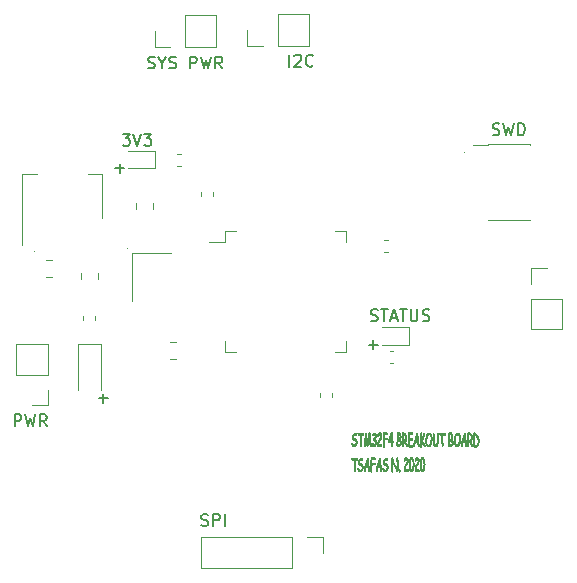
<source format=gbr>
G04 #@! TF.GenerationSoftware,KiCad,Pcbnew,(5.1.5)-3*
G04 #@! TF.CreationDate,2020-06-14T16:13:44+03:00*
G04 #@! TF.ProjectId,dev_board,6465765f-626f-4617-9264-2e6b69636164,rev?*
G04 #@! TF.SameCoordinates,Original*
G04 #@! TF.FileFunction,Legend,Top*
G04 #@! TF.FilePolarity,Positive*
%FSLAX46Y46*%
G04 Gerber Fmt 4.6, Leading zero omitted, Abs format (unit mm)*
G04 Created by KiCad (PCBNEW (5.1.5)-3) date 2020-06-14 16:13:44*
%MOMM*%
%LPD*%
G04 APERTURE LIST*
%ADD10C,0.120000*%
%ADD11C,0.150000*%
%ADD12C,0.010000*%
G04 APERTURE END LIST*
D10*
X70200000Y-43200000D02*
G75*
G03X70200000Y-43200000I-50000J0D01*
G01*
X41600000Y-51350000D02*
G75*
G03X41600000Y-51350000I-50000J0D01*
G01*
X33750000Y-51650000D02*
G75*
G03X33750000Y-51650000I-50000J0D01*
G01*
X47850000Y-51200000D02*
G75*
G03X47850000Y-51200000I-50000J0D01*
G01*
D11*
X40569047Y-44571428D02*
X41330952Y-44571428D01*
X40950000Y-44952380D02*
X40950000Y-44190476D01*
X62069047Y-59521428D02*
X62830952Y-59521428D01*
X62450000Y-59902380D02*
X62450000Y-59140476D01*
X39169047Y-64021428D02*
X39930952Y-64021428D01*
X39550000Y-64402380D02*
X39550000Y-63640476D01*
X62223809Y-57454761D02*
X62366666Y-57502380D01*
X62604761Y-57502380D01*
X62700000Y-57454761D01*
X62747619Y-57407142D01*
X62795238Y-57311904D01*
X62795238Y-57216666D01*
X62747619Y-57121428D01*
X62700000Y-57073809D01*
X62604761Y-57026190D01*
X62414285Y-56978571D01*
X62319047Y-56930952D01*
X62271428Y-56883333D01*
X62223809Y-56788095D01*
X62223809Y-56692857D01*
X62271428Y-56597619D01*
X62319047Y-56550000D01*
X62414285Y-56502380D01*
X62652380Y-56502380D01*
X62795238Y-56550000D01*
X63080952Y-56502380D02*
X63652380Y-56502380D01*
X63366666Y-57502380D02*
X63366666Y-56502380D01*
X63938095Y-57216666D02*
X64414285Y-57216666D01*
X63842857Y-57502380D02*
X64176190Y-56502380D01*
X64509523Y-57502380D01*
X64700000Y-56502380D02*
X65271428Y-56502380D01*
X64985714Y-57502380D02*
X64985714Y-56502380D01*
X65604761Y-56502380D02*
X65604761Y-57311904D01*
X65652380Y-57407142D01*
X65700000Y-57454761D01*
X65795238Y-57502380D01*
X65985714Y-57502380D01*
X66080952Y-57454761D01*
X66128571Y-57407142D01*
X66176190Y-57311904D01*
X66176190Y-56502380D01*
X66604761Y-57454761D02*
X66747619Y-57502380D01*
X66985714Y-57502380D01*
X67080952Y-57454761D01*
X67128571Y-57407142D01*
X67176190Y-57311904D01*
X67176190Y-57216666D01*
X67128571Y-57121428D01*
X67080952Y-57073809D01*
X66985714Y-57026190D01*
X66795238Y-56978571D01*
X66700000Y-56930952D01*
X66652380Y-56883333D01*
X66604761Y-56788095D01*
X66604761Y-56692857D01*
X66652380Y-56597619D01*
X66700000Y-56550000D01*
X66795238Y-56502380D01*
X67033333Y-56502380D01*
X67176190Y-56550000D01*
X41211904Y-41652380D02*
X41830952Y-41652380D01*
X41497619Y-42033333D01*
X41640476Y-42033333D01*
X41735714Y-42080952D01*
X41783333Y-42128571D01*
X41830952Y-42223809D01*
X41830952Y-42461904D01*
X41783333Y-42557142D01*
X41735714Y-42604761D01*
X41640476Y-42652380D01*
X41354761Y-42652380D01*
X41259523Y-42604761D01*
X41211904Y-42557142D01*
X42116666Y-41652380D02*
X42450000Y-42652380D01*
X42783333Y-41652380D01*
X43021428Y-41652380D02*
X43640476Y-41652380D01*
X43307142Y-42033333D01*
X43450000Y-42033333D01*
X43545238Y-42080952D01*
X43592857Y-42128571D01*
X43640476Y-42223809D01*
X43640476Y-42461904D01*
X43592857Y-42557142D01*
X43545238Y-42604761D01*
X43450000Y-42652380D01*
X43164285Y-42652380D01*
X43069047Y-42604761D01*
X43021428Y-42557142D01*
X43357142Y-36054761D02*
X43500000Y-36102380D01*
X43738095Y-36102380D01*
X43833333Y-36054761D01*
X43880952Y-36007142D01*
X43928571Y-35911904D01*
X43928571Y-35816666D01*
X43880952Y-35721428D01*
X43833333Y-35673809D01*
X43738095Y-35626190D01*
X43547619Y-35578571D01*
X43452380Y-35530952D01*
X43404761Y-35483333D01*
X43357142Y-35388095D01*
X43357142Y-35292857D01*
X43404761Y-35197619D01*
X43452380Y-35150000D01*
X43547619Y-35102380D01*
X43785714Y-35102380D01*
X43928571Y-35150000D01*
X44547619Y-35626190D02*
X44547619Y-36102380D01*
X44214285Y-35102380D02*
X44547619Y-35626190D01*
X44880952Y-35102380D01*
X45166666Y-36054761D02*
X45309523Y-36102380D01*
X45547619Y-36102380D01*
X45642857Y-36054761D01*
X45690476Y-36007142D01*
X45738095Y-35911904D01*
X45738095Y-35816666D01*
X45690476Y-35721428D01*
X45642857Y-35673809D01*
X45547619Y-35626190D01*
X45357142Y-35578571D01*
X45261904Y-35530952D01*
X45214285Y-35483333D01*
X45166666Y-35388095D01*
X45166666Y-35292857D01*
X45214285Y-35197619D01*
X45261904Y-35150000D01*
X45357142Y-35102380D01*
X45595238Y-35102380D01*
X45738095Y-35150000D01*
X46928571Y-36102380D02*
X46928571Y-35102380D01*
X47309523Y-35102380D01*
X47404761Y-35150000D01*
X47452380Y-35197619D01*
X47500000Y-35292857D01*
X47500000Y-35435714D01*
X47452380Y-35530952D01*
X47404761Y-35578571D01*
X47309523Y-35626190D01*
X46928571Y-35626190D01*
X47833333Y-35102380D02*
X48071428Y-36102380D01*
X48261904Y-35388095D01*
X48452380Y-36102380D01*
X48690476Y-35102380D01*
X49642857Y-36102380D02*
X49309523Y-35626190D01*
X49071428Y-36102380D02*
X49071428Y-35102380D01*
X49452380Y-35102380D01*
X49547619Y-35150000D01*
X49595238Y-35197619D01*
X49642857Y-35292857D01*
X49642857Y-35435714D01*
X49595238Y-35530952D01*
X49547619Y-35578571D01*
X49452380Y-35626190D01*
X49071428Y-35626190D01*
X32066666Y-66402380D02*
X32066666Y-65402380D01*
X32447619Y-65402380D01*
X32542857Y-65450000D01*
X32590476Y-65497619D01*
X32638095Y-65592857D01*
X32638095Y-65735714D01*
X32590476Y-65830952D01*
X32542857Y-65878571D01*
X32447619Y-65926190D01*
X32066666Y-65926190D01*
X32971428Y-65402380D02*
X33209523Y-66402380D01*
X33400000Y-65688095D01*
X33590476Y-66402380D01*
X33828571Y-65402380D01*
X34780952Y-66402380D02*
X34447619Y-65926190D01*
X34209523Y-66402380D02*
X34209523Y-65402380D01*
X34590476Y-65402380D01*
X34685714Y-65450000D01*
X34733333Y-65497619D01*
X34780952Y-65592857D01*
X34780952Y-65735714D01*
X34733333Y-65830952D01*
X34685714Y-65878571D01*
X34590476Y-65926190D01*
X34209523Y-65926190D01*
X47876190Y-74804761D02*
X48019047Y-74852380D01*
X48257142Y-74852380D01*
X48352380Y-74804761D01*
X48400000Y-74757142D01*
X48447619Y-74661904D01*
X48447619Y-74566666D01*
X48400000Y-74471428D01*
X48352380Y-74423809D01*
X48257142Y-74376190D01*
X48066666Y-74328571D01*
X47971428Y-74280952D01*
X47923809Y-74233333D01*
X47876190Y-74138095D01*
X47876190Y-74042857D01*
X47923809Y-73947619D01*
X47971428Y-73900000D01*
X48066666Y-73852380D01*
X48304761Y-73852380D01*
X48447619Y-73900000D01*
X48876190Y-74852380D02*
X48876190Y-73852380D01*
X49257142Y-73852380D01*
X49352380Y-73900000D01*
X49400000Y-73947619D01*
X49447619Y-74042857D01*
X49447619Y-74185714D01*
X49400000Y-74280952D01*
X49352380Y-74328571D01*
X49257142Y-74376190D01*
X48876190Y-74376190D01*
X49876190Y-74852380D02*
X49876190Y-73852380D01*
X72542857Y-41704761D02*
X72685714Y-41752380D01*
X72923809Y-41752380D01*
X73019047Y-41704761D01*
X73066666Y-41657142D01*
X73114285Y-41561904D01*
X73114285Y-41466666D01*
X73066666Y-41371428D01*
X73019047Y-41323809D01*
X72923809Y-41276190D01*
X72733333Y-41228571D01*
X72638095Y-41180952D01*
X72590476Y-41133333D01*
X72542857Y-41038095D01*
X72542857Y-40942857D01*
X72590476Y-40847619D01*
X72638095Y-40800000D01*
X72733333Y-40752380D01*
X72971428Y-40752380D01*
X73114285Y-40800000D01*
X73447619Y-40752380D02*
X73685714Y-41752380D01*
X73876190Y-41038095D01*
X74066666Y-41752380D01*
X74304761Y-40752380D01*
X74685714Y-41752380D02*
X74685714Y-40752380D01*
X74923809Y-40752380D01*
X75066666Y-40800000D01*
X75161904Y-40895238D01*
X75209523Y-40990476D01*
X75257142Y-41180952D01*
X75257142Y-41323809D01*
X75209523Y-41514285D01*
X75161904Y-41609523D01*
X75066666Y-41704761D01*
X74923809Y-41752380D01*
X74685714Y-41752380D01*
X55323809Y-35952380D02*
X55323809Y-34952380D01*
X55752380Y-35047619D02*
X55800000Y-35000000D01*
X55895238Y-34952380D01*
X56133333Y-34952380D01*
X56228571Y-35000000D01*
X56276190Y-35047619D01*
X56323809Y-35142857D01*
X56323809Y-35238095D01*
X56276190Y-35380952D01*
X55704761Y-35952380D01*
X56323809Y-35952380D01*
X57323809Y-35857142D02*
X57276190Y-35904761D01*
X57133333Y-35952380D01*
X57038095Y-35952380D01*
X56895238Y-35904761D01*
X56800000Y-35809523D01*
X56752380Y-35714285D01*
X56704761Y-35523809D01*
X56704761Y-35380952D01*
X56752380Y-35190476D01*
X56800000Y-35095238D01*
X56895238Y-35000000D01*
X57038095Y-34952380D01*
X57133333Y-34952380D01*
X57276190Y-35000000D01*
X57323809Y-35047619D01*
D12*
G36*
X68058654Y-66944592D02*
G01*
X68082734Y-66946250D01*
X68115894Y-66948438D01*
X68156326Y-66951038D01*
X68202223Y-66953933D01*
X68251778Y-66957007D01*
X68273300Y-66958326D01*
X68322823Y-66961582D01*
X68368530Y-66965031D01*
X68408802Y-66968516D01*
X68442020Y-66971878D01*
X68466566Y-66974963D01*
X68480820Y-66977613D01*
X68483544Y-66978694D01*
X68496679Y-67000844D01*
X68504959Y-67035770D01*
X68505559Y-67071176D01*
X68505261Y-67073225D01*
X68500107Y-67097372D01*
X68492284Y-67114576D01*
X68479991Y-67125555D01*
X68461427Y-67131026D01*
X68434790Y-67131708D01*
X68398277Y-67128318D01*
X68374833Y-67125190D01*
X68341132Y-67120855D01*
X68312108Y-67117927D01*
X68290024Y-67116572D01*
X68277144Y-67116954D01*
X68274828Y-67117910D01*
X68274354Y-67131832D01*
X68274723Y-67167555D01*
X68275853Y-67221546D01*
X68277662Y-67290273D01*
X68280068Y-67370204D01*
X68282125Y-67432728D01*
X68286656Y-67569440D01*
X68290114Y-67683146D01*
X68292508Y-67776149D01*
X68293846Y-67850749D01*
X68294135Y-67909249D01*
X68293386Y-67953950D01*
X68291605Y-67987154D01*
X68288801Y-68011164D01*
X68284982Y-68028281D01*
X68284266Y-68030570D01*
X68269737Y-68055880D01*
X68250736Y-68065895D01*
X68232156Y-68059562D01*
X68221690Y-68044061D01*
X68218437Y-68028405D01*
X68215464Y-67996553D01*
X68212672Y-67946479D01*
X68209959Y-67876158D01*
X68207223Y-67783562D01*
X68205696Y-67723386D01*
X68203314Y-67627218D01*
X68200799Y-67529034D01*
X68198320Y-67435181D01*
X68196045Y-67352007D01*
X68194143Y-67285857D01*
X68193647Y-67269545D01*
X68188877Y-67115441D01*
X68111353Y-67110279D01*
X68074577Y-67106878D01*
X68048312Y-67101958D01*
X68030376Y-67094901D01*
X68018589Y-67085091D01*
X68017521Y-67083747D01*
X68000736Y-67051337D01*
X67996346Y-67015043D01*
X68004491Y-66976106D01*
X68005104Y-66974448D01*
X68015537Y-66952813D01*
X68028329Y-66944016D01*
X68045461Y-66943579D01*
X68058654Y-66944592D01*
G37*
X68058654Y-66944592D02*
X68082734Y-66946250D01*
X68115894Y-66948438D01*
X68156326Y-66951038D01*
X68202223Y-66953933D01*
X68251778Y-66957007D01*
X68273300Y-66958326D01*
X68322823Y-66961582D01*
X68368530Y-66965031D01*
X68408802Y-66968516D01*
X68442020Y-66971878D01*
X68466566Y-66974963D01*
X68480820Y-66977613D01*
X68483544Y-66978694D01*
X68496679Y-67000844D01*
X68504959Y-67035770D01*
X68505559Y-67071176D01*
X68505261Y-67073225D01*
X68500107Y-67097372D01*
X68492284Y-67114576D01*
X68479991Y-67125555D01*
X68461427Y-67131026D01*
X68434790Y-67131708D01*
X68398277Y-67128318D01*
X68374833Y-67125190D01*
X68341132Y-67120855D01*
X68312108Y-67117927D01*
X68290024Y-67116572D01*
X68277144Y-67116954D01*
X68274828Y-67117910D01*
X68274354Y-67131832D01*
X68274723Y-67167555D01*
X68275853Y-67221546D01*
X68277662Y-67290273D01*
X68280068Y-67370204D01*
X68282125Y-67432728D01*
X68286656Y-67569440D01*
X68290114Y-67683146D01*
X68292508Y-67776149D01*
X68293846Y-67850749D01*
X68294135Y-67909249D01*
X68293386Y-67953950D01*
X68291605Y-67987154D01*
X68288801Y-68011164D01*
X68284982Y-68028281D01*
X68284266Y-68030570D01*
X68269737Y-68055880D01*
X68250736Y-68065895D01*
X68232156Y-68059562D01*
X68221690Y-68044061D01*
X68218437Y-68028405D01*
X68215464Y-67996553D01*
X68212672Y-67946479D01*
X68209959Y-67876158D01*
X68207223Y-67783562D01*
X68205696Y-67723386D01*
X68203314Y-67627218D01*
X68200799Y-67529034D01*
X68198320Y-67435181D01*
X68196045Y-67352007D01*
X68194143Y-67285857D01*
X68193647Y-67269545D01*
X68188877Y-67115441D01*
X68111353Y-67110279D01*
X68074577Y-67106878D01*
X68048312Y-67101958D01*
X68030376Y-67094901D01*
X68018589Y-67085091D01*
X68017521Y-67083747D01*
X68000736Y-67051337D01*
X67996346Y-67015043D01*
X68004491Y-66976106D01*
X68005104Y-66974448D01*
X68015537Y-66952813D01*
X68028329Y-66944016D01*
X68045461Y-66943579D01*
X68058654Y-66944592D01*
G36*
X62960913Y-66923618D02*
G01*
X62963429Y-66923843D01*
X63012065Y-66937484D01*
X63052273Y-66969201D01*
X63084925Y-67019774D01*
X63094197Y-67040751D01*
X63104056Y-67066954D01*
X63109920Y-67090518D01*
X63112802Y-67119324D01*
X63113713Y-67161258D01*
X63113739Y-67193094D01*
X63111263Y-67266458D01*
X63103345Y-67331089D01*
X63088832Y-67390216D01*
X63066570Y-67447067D01*
X63035405Y-67504870D01*
X62994183Y-67566853D01*
X62966955Y-67603698D01*
X62927051Y-67659027D01*
X62897414Y-67707068D01*
X62876651Y-67750584D01*
X62863365Y-67792338D01*
X62858185Y-67819128D01*
X62853446Y-67850307D01*
X62850910Y-67873321D01*
X62852067Y-67889380D01*
X62858409Y-67899695D01*
X62871427Y-67905476D01*
X62892613Y-67907932D01*
X62923457Y-67908274D01*
X62965451Y-67907712D01*
X62967317Y-67907689D01*
X63008871Y-67907352D01*
X63039717Y-67907760D01*
X63061844Y-67909285D01*
X63077244Y-67912300D01*
X63087907Y-67917177D01*
X63095822Y-67924288D01*
X63102254Y-67932924D01*
X63117987Y-67967158D01*
X63122004Y-68003876D01*
X63113952Y-68039449D01*
X63112864Y-68041944D01*
X63103298Y-68057705D01*
X63091170Y-68062465D01*
X63072666Y-68058627D01*
X63056251Y-68053854D01*
X63040902Y-68050630D01*
X63024325Y-68048931D01*
X63004227Y-68048735D01*
X62978314Y-68050019D01*
X62944295Y-68052759D01*
X62900153Y-68056907D01*
X62861224Y-68060565D01*
X62832942Y-68062628D01*
X62813273Y-68062794D01*
X62800178Y-68060764D01*
X62791624Y-68056236D01*
X62785574Y-68048909D01*
X62780349Y-68039199D01*
X62773575Y-68023309D01*
X62769667Y-68004903D01*
X62768104Y-67977588D01*
X62768364Y-67934969D01*
X62769123Y-67901592D01*
X62771862Y-67834409D01*
X62777201Y-67777426D01*
X62786360Y-67727211D01*
X62800557Y-67680334D01*
X62821012Y-67633363D01*
X62848944Y-67582868D01*
X62885573Y-67525416D01*
X62921505Y-67472791D01*
X62956285Y-67421666D01*
X62982020Y-67380496D01*
X63000376Y-67345580D01*
X63013016Y-67313216D01*
X63021606Y-67279703D01*
X63027809Y-67241342D01*
X63028698Y-67234452D01*
X63032776Y-67195966D01*
X63032345Y-67171008D01*
X63026840Y-67148960D01*
X63023660Y-67140101D01*
X63009887Y-67114220D01*
X62990381Y-67089719D01*
X62982869Y-67082702D01*
X62957721Y-67068702D01*
X62933222Y-67071310D01*
X62907057Y-67091856D01*
X62876913Y-67131668D01*
X62865043Y-67150319D01*
X62841299Y-67186151D01*
X62823245Y-67206308D01*
X62807988Y-67213835D01*
X62804401Y-67214099D01*
X62782921Y-67206995D01*
X62771105Y-67184414D01*
X62767850Y-67149044D01*
X62773255Y-67118118D01*
X62788050Y-67080340D01*
X62810102Y-67039546D01*
X62837281Y-66999572D01*
X62867454Y-66964252D01*
X62874356Y-66957416D01*
X62896755Y-66937484D01*
X62915018Y-66926576D01*
X62934588Y-66922638D01*
X62960913Y-66923618D01*
G37*
X62960913Y-66923618D02*
X62963429Y-66923843D01*
X63012065Y-66937484D01*
X63052273Y-66969201D01*
X63084925Y-67019774D01*
X63094197Y-67040751D01*
X63104056Y-67066954D01*
X63109920Y-67090518D01*
X63112802Y-67119324D01*
X63113713Y-67161258D01*
X63113739Y-67193094D01*
X63111263Y-67266458D01*
X63103345Y-67331089D01*
X63088832Y-67390216D01*
X63066570Y-67447067D01*
X63035405Y-67504870D01*
X62994183Y-67566853D01*
X62966955Y-67603698D01*
X62927051Y-67659027D01*
X62897414Y-67707068D01*
X62876651Y-67750584D01*
X62863365Y-67792338D01*
X62858185Y-67819128D01*
X62853446Y-67850307D01*
X62850910Y-67873321D01*
X62852067Y-67889380D01*
X62858409Y-67899695D01*
X62871427Y-67905476D01*
X62892613Y-67907932D01*
X62923457Y-67908274D01*
X62965451Y-67907712D01*
X62967317Y-67907689D01*
X63008871Y-67907352D01*
X63039717Y-67907760D01*
X63061844Y-67909285D01*
X63077244Y-67912300D01*
X63087907Y-67917177D01*
X63095822Y-67924288D01*
X63102254Y-67932924D01*
X63117987Y-67967158D01*
X63122004Y-68003876D01*
X63113952Y-68039449D01*
X63112864Y-68041944D01*
X63103298Y-68057705D01*
X63091170Y-68062465D01*
X63072666Y-68058627D01*
X63056251Y-68053854D01*
X63040902Y-68050630D01*
X63024325Y-68048931D01*
X63004227Y-68048735D01*
X62978314Y-68050019D01*
X62944295Y-68052759D01*
X62900153Y-68056907D01*
X62861224Y-68060565D01*
X62832942Y-68062628D01*
X62813273Y-68062794D01*
X62800178Y-68060764D01*
X62791624Y-68056236D01*
X62785574Y-68048909D01*
X62780349Y-68039199D01*
X62773575Y-68023309D01*
X62769667Y-68004903D01*
X62768104Y-67977588D01*
X62768364Y-67934969D01*
X62769123Y-67901592D01*
X62771862Y-67834409D01*
X62777201Y-67777426D01*
X62786360Y-67727211D01*
X62800557Y-67680334D01*
X62821012Y-67633363D01*
X62848944Y-67582868D01*
X62885573Y-67525416D01*
X62921505Y-67472791D01*
X62956285Y-67421666D01*
X62982020Y-67380496D01*
X63000376Y-67345580D01*
X63013016Y-67313216D01*
X63021606Y-67279703D01*
X63027809Y-67241342D01*
X63028698Y-67234452D01*
X63032776Y-67195966D01*
X63032345Y-67171008D01*
X63026840Y-67148960D01*
X63023660Y-67140101D01*
X63009887Y-67114220D01*
X62990381Y-67089719D01*
X62982869Y-67082702D01*
X62957721Y-67068702D01*
X62933222Y-67071310D01*
X62907057Y-67091856D01*
X62876913Y-67131668D01*
X62865043Y-67150319D01*
X62841299Y-67186151D01*
X62823245Y-67206308D01*
X62807988Y-67213835D01*
X62804401Y-67214099D01*
X62782921Y-67206995D01*
X62771105Y-67184414D01*
X62767850Y-67149044D01*
X62773255Y-67118118D01*
X62788050Y-67080340D01*
X62810102Y-67039546D01*
X62837281Y-66999572D01*
X62867454Y-66964252D01*
X62874356Y-66957416D01*
X62896755Y-66937484D01*
X62915018Y-66926576D01*
X62934588Y-66922638D01*
X62960913Y-66923618D01*
G36*
X61156204Y-66944592D02*
G01*
X61180284Y-66946250D01*
X61213444Y-66948438D01*
X61253876Y-66951038D01*
X61299773Y-66953933D01*
X61349328Y-66957007D01*
X61370850Y-66958326D01*
X61420373Y-66961582D01*
X61466080Y-66965031D01*
X61506352Y-66968516D01*
X61539570Y-66971878D01*
X61564116Y-66974963D01*
X61578370Y-66977613D01*
X61581094Y-66978694D01*
X61594229Y-67000844D01*
X61602509Y-67035770D01*
X61603109Y-67071176D01*
X61602811Y-67073225D01*
X61597657Y-67097372D01*
X61589834Y-67114576D01*
X61577541Y-67125555D01*
X61558977Y-67131026D01*
X61532340Y-67131708D01*
X61495827Y-67128318D01*
X61472383Y-67125190D01*
X61438682Y-67120855D01*
X61409658Y-67117927D01*
X61387574Y-67116572D01*
X61374694Y-67116954D01*
X61372378Y-67117910D01*
X61371904Y-67131832D01*
X61372273Y-67167555D01*
X61373403Y-67221546D01*
X61375212Y-67290273D01*
X61377618Y-67370204D01*
X61379675Y-67432728D01*
X61384206Y-67569440D01*
X61387664Y-67683146D01*
X61390058Y-67776149D01*
X61391396Y-67850749D01*
X61391685Y-67909249D01*
X61390936Y-67953950D01*
X61389155Y-67987154D01*
X61386351Y-68011164D01*
X61382532Y-68028281D01*
X61381816Y-68030570D01*
X61367287Y-68055880D01*
X61348286Y-68065895D01*
X61329706Y-68059562D01*
X61319240Y-68044061D01*
X61315987Y-68028405D01*
X61313014Y-67996553D01*
X61310222Y-67946479D01*
X61307509Y-67876158D01*
X61304773Y-67783562D01*
X61303246Y-67723386D01*
X61300864Y-67627218D01*
X61298349Y-67529034D01*
X61295870Y-67435181D01*
X61293595Y-67352007D01*
X61291693Y-67285857D01*
X61291197Y-67269545D01*
X61286427Y-67115441D01*
X61208903Y-67110279D01*
X61172127Y-67106878D01*
X61145862Y-67101958D01*
X61127926Y-67094901D01*
X61116139Y-67085091D01*
X61115071Y-67083747D01*
X61098286Y-67051337D01*
X61093896Y-67015043D01*
X61102041Y-66976106D01*
X61102654Y-66974448D01*
X61113087Y-66952813D01*
X61125879Y-66944016D01*
X61143011Y-66943579D01*
X61156204Y-66944592D01*
G37*
X61156204Y-66944592D02*
X61180284Y-66946250D01*
X61213444Y-66948438D01*
X61253876Y-66951038D01*
X61299773Y-66953933D01*
X61349328Y-66957007D01*
X61370850Y-66958326D01*
X61420373Y-66961582D01*
X61466080Y-66965031D01*
X61506352Y-66968516D01*
X61539570Y-66971878D01*
X61564116Y-66974963D01*
X61578370Y-66977613D01*
X61581094Y-66978694D01*
X61594229Y-67000844D01*
X61602509Y-67035770D01*
X61603109Y-67071176D01*
X61602811Y-67073225D01*
X61597657Y-67097372D01*
X61589834Y-67114576D01*
X61577541Y-67125555D01*
X61558977Y-67131026D01*
X61532340Y-67131708D01*
X61495827Y-67128318D01*
X61472383Y-67125190D01*
X61438682Y-67120855D01*
X61409658Y-67117927D01*
X61387574Y-67116572D01*
X61374694Y-67116954D01*
X61372378Y-67117910D01*
X61371904Y-67131832D01*
X61372273Y-67167555D01*
X61373403Y-67221546D01*
X61375212Y-67290273D01*
X61377618Y-67370204D01*
X61379675Y-67432728D01*
X61384206Y-67569440D01*
X61387664Y-67683146D01*
X61390058Y-67776149D01*
X61391396Y-67850749D01*
X61391685Y-67909249D01*
X61390936Y-67953950D01*
X61389155Y-67987154D01*
X61386351Y-68011164D01*
X61382532Y-68028281D01*
X61381816Y-68030570D01*
X61367287Y-68055880D01*
X61348286Y-68065895D01*
X61329706Y-68059562D01*
X61319240Y-68044061D01*
X61315987Y-68028405D01*
X61313014Y-67996553D01*
X61310222Y-67946479D01*
X61307509Y-67876158D01*
X61304773Y-67783562D01*
X61303246Y-67723386D01*
X61300864Y-67627218D01*
X61298349Y-67529034D01*
X61295870Y-67435181D01*
X61293595Y-67352007D01*
X61291693Y-67285857D01*
X61291197Y-67269545D01*
X61286427Y-67115441D01*
X61208903Y-67110279D01*
X61172127Y-67106878D01*
X61145862Y-67101958D01*
X61127926Y-67094901D01*
X61116139Y-67085091D01*
X61115071Y-67083747D01*
X61098286Y-67051337D01*
X61093896Y-67015043D01*
X61102041Y-66976106D01*
X61102654Y-66974448D01*
X61113087Y-66952813D01*
X61125879Y-66944016D01*
X61143011Y-66943579D01*
X61156204Y-66944592D01*
G36*
X70528828Y-66927049D02*
G01*
X70566241Y-66939651D01*
X70602414Y-66958369D01*
X70634706Y-66982724D01*
X70639615Y-66987385D01*
X70685078Y-67041671D01*
X70723245Y-67106441D01*
X70753240Y-67178711D01*
X70774184Y-67255499D01*
X70785199Y-67333821D01*
X70785407Y-67410695D01*
X70778920Y-67460660D01*
X70762573Y-67517603D01*
X70736783Y-67573489D01*
X70704594Y-67622618D01*
X70675996Y-67653477D01*
X70641204Y-67684250D01*
X70697369Y-67759385D01*
X70742418Y-67824469D01*
X70776591Y-67884408D01*
X70799658Y-67938550D01*
X70811392Y-67986244D01*
X70811563Y-68026837D01*
X70801687Y-68056681D01*
X70785857Y-68075641D01*
X70768260Y-68075937D01*
X70747343Y-68056668D01*
X70721552Y-68016931D01*
X70715873Y-68006812D01*
X70656147Y-67910467D01*
X70591867Y-67828270D01*
X70541080Y-67777423D01*
X70517954Y-67757875D01*
X70499027Y-67743068D01*
X70487497Y-67735464D01*
X70485928Y-67734955D01*
X70482866Y-67747269D01*
X70481346Y-67784475D01*
X70481364Y-67846702D01*
X70481956Y-67887628D01*
X70482913Y-67953904D01*
X70482843Y-67999746D01*
X70481508Y-68030068D01*
X70478670Y-68049787D01*
X70474093Y-68063817D01*
X70473381Y-68065428D01*
X70457064Y-68085192D01*
X70436688Y-68089537D01*
X70417901Y-68078279D01*
X70411181Y-68067445D01*
X70407495Y-68055895D01*
X70404727Y-68037446D01*
X70402727Y-68008595D01*
X70401346Y-67965840D01*
X70400436Y-67905677D01*
X70399849Y-67824602D01*
X70399721Y-67797570D01*
X70399619Y-67719392D01*
X70399868Y-67623984D01*
X70400196Y-67560186D01*
X70482021Y-67560186D01*
X70531773Y-67551517D01*
X70561433Y-67544570D01*
X70591375Y-67534692D01*
X70615117Y-67524020D01*
X70615125Y-67524016D01*
X70641127Y-67502837D01*
X70666231Y-67471222D01*
X70687107Y-67434452D01*
X70700424Y-67397802D01*
X70702805Y-67385050D01*
X70702493Y-67355445D01*
X70697224Y-67315791D01*
X70694255Y-67300953D01*
X70673767Y-67237023D01*
X70643516Y-67180291D01*
X70606313Y-67134345D01*
X70564966Y-67102772D01*
X70529102Y-67089988D01*
X70489132Y-67083571D01*
X70490878Y-67202810D01*
X70491058Y-67275228D01*
X70489928Y-67356825D01*
X70487727Y-67431570D01*
X70487323Y-67441118D01*
X70482021Y-67560186D01*
X70400196Y-67560186D01*
X70400418Y-67517115D01*
X70401223Y-67404556D01*
X70402232Y-67292078D01*
X70403398Y-67185452D01*
X70404672Y-67090448D01*
X70406006Y-67012838D01*
X70406528Y-66988675D01*
X70410968Y-66968614D01*
X70419600Y-66947400D01*
X70435562Y-66930738D01*
X70460848Y-66922112D01*
X70492817Y-66921042D01*
X70528828Y-66927049D01*
G37*
X70528828Y-66927049D02*
X70566241Y-66939651D01*
X70602414Y-66958369D01*
X70634706Y-66982724D01*
X70639615Y-66987385D01*
X70685078Y-67041671D01*
X70723245Y-67106441D01*
X70753240Y-67178711D01*
X70774184Y-67255499D01*
X70785199Y-67333821D01*
X70785407Y-67410695D01*
X70778920Y-67460660D01*
X70762573Y-67517603D01*
X70736783Y-67573489D01*
X70704594Y-67622618D01*
X70675996Y-67653477D01*
X70641204Y-67684250D01*
X70697369Y-67759385D01*
X70742418Y-67824469D01*
X70776591Y-67884408D01*
X70799658Y-67938550D01*
X70811392Y-67986244D01*
X70811563Y-68026837D01*
X70801687Y-68056681D01*
X70785857Y-68075641D01*
X70768260Y-68075937D01*
X70747343Y-68056668D01*
X70721552Y-68016931D01*
X70715873Y-68006812D01*
X70656147Y-67910467D01*
X70591867Y-67828270D01*
X70541080Y-67777423D01*
X70517954Y-67757875D01*
X70499027Y-67743068D01*
X70487497Y-67735464D01*
X70485928Y-67734955D01*
X70482866Y-67747269D01*
X70481346Y-67784475D01*
X70481364Y-67846702D01*
X70481956Y-67887628D01*
X70482913Y-67953904D01*
X70482843Y-67999746D01*
X70481508Y-68030068D01*
X70478670Y-68049787D01*
X70474093Y-68063817D01*
X70473381Y-68065428D01*
X70457064Y-68085192D01*
X70436688Y-68089537D01*
X70417901Y-68078279D01*
X70411181Y-68067445D01*
X70407495Y-68055895D01*
X70404727Y-68037446D01*
X70402727Y-68008595D01*
X70401346Y-67965840D01*
X70400436Y-67905677D01*
X70399849Y-67824602D01*
X70399721Y-67797570D01*
X70399619Y-67719392D01*
X70399868Y-67623984D01*
X70400196Y-67560186D01*
X70482021Y-67560186D01*
X70531773Y-67551517D01*
X70561433Y-67544570D01*
X70591375Y-67534692D01*
X70615117Y-67524020D01*
X70615125Y-67524016D01*
X70641127Y-67502837D01*
X70666231Y-67471222D01*
X70687107Y-67434452D01*
X70700424Y-67397802D01*
X70702805Y-67385050D01*
X70702493Y-67355445D01*
X70697224Y-67315791D01*
X70694255Y-67300953D01*
X70673767Y-67237023D01*
X70643516Y-67180291D01*
X70606313Y-67134345D01*
X70564966Y-67102772D01*
X70529102Y-67089988D01*
X70489132Y-67083571D01*
X70490878Y-67202810D01*
X70491058Y-67275228D01*
X70489928Y-67356825D01*
X70487727Y-67431570D01*
X70487323Y-67441118D01*
X70482021Y-67560186D01*
X70400196Y-67560186D01*
X70400418Y-67517115D01*
X70401223Y-67404556D01*
X70402232Y-67292078D01*
X70403398Y-67185452D01*
X70404672Y-67090448D01*
X70406006Y-67012838D01*
X70406528Y-66988675D01*
X70410968Y-66968614D01*
X70419600Y-66947400D01*
X70435562Y-66930738D01*
X70460848Y-66922112D01*
X70492817Y-66921042D01*
X70528828Y-66927049D01*
G36*
X70169484Y-66965980D02*
G01*
X70181789Y-66991028D01*
X70186372Y-67013506D01*
X70192627Y-67056101D01*
X70199931Y-67113952D01*
X70207660Y-67182195D01*
X70213183Y-67235503D01*
X70227098Y-67374164D01*
X70239075Y-67490879D01*
X70249462Y-67588688D01*
X70258608Y-67670630D01*
X70266860Y-67739745D01*
X70274566Y-67799072D01*
X70282074Y-67851652D01*
X70288185Y-67890982D01*
X70297120Y-67947859D01*
X70302312Y-67986343D01*
X70304133Y-68012074D01*
X70302951Y-68030690D01*
X70299138Y-68047831D01*
X70298612Y-68049732D01*
X70287308Y-68075914D01*
X70269940Y-68087077D01*
X70265743Y-68087952D01*
X70250329Y-68087930D01*
X70239796Y-68077649D01*
X70229272Y-68051576D01*
X70226582Y-68043502D01*
X70215636Y-68000439D01*
X70204361Y-67939558D01*
X70193883Y-67868275D01*
X70185330Y-67794004D01*
X70181100Y-67744325D01*
X70179230Y-67718982D01*
X70176536Y-67701152D01*
X70171224Y-67690442D01*
X70161497Y-67686456D01*
X70145561Y-67688801D01*
X70121622Y-67697083D01*
X70087885Y-67710906D01*
X70067655Y-67719406D01*
X69985586Y-67753850D01*
X69954646Y-67893205D01*
X69941636Y-67949902D01*
X69929458Y-67999581D01*
X69919524Y-68036683D01*
X69913494Y-68055130D01*
X69897573Y-68073549D01*
X69877334Y-68076453D01*
X69858426Y-68064067D01*
X69851430Y-68052644D01*
X69845105Y-68032526D01*
X69843291Y-68006838D01*
X69846371Y-67971541D01*
X69854730Y-67922598D01*
X69868750Y-67855969D01*
X69871142Y-67845199D01*
X69883510Y-67783556D01*
X69891146Y-67732018D01*
X69893200Y-67698259D01*
X69895893Y-67660258D01*
X69904335Y-67627844D01*
X69915992Y-67609401D01*
X69920521Y-67607796D01*
X69926257Y-67597362D01*
X69936474Y-67569083D01*
X69941563Y-67553003D01*
X70039285Y-67553003D01*
X70042997Y-67555926D01*
X70052868Y-67554405D01*
X70070972Y-67548114D01*
X70099382Y-67536729D01*
X70099833Y-67536545D01*
X70123371Y-67526506D01*
X70141565Y-67518015D01*
X70151281Y-67512557D01*
X70152046Y-67511794D01*
X70152137Y-67498123D01*
X70150049Y-67466609D01*
X70146419Y-67423764D01*
X70141883Y-67376100D01*
X70137080Y-67330130D01*
X70132645Y-67292364D01*
X70129217Y-67269315D01*
X70127922Y-67265257D01*
X70123725Y-67275422D01*
X70114513Y-67302400D01*
X70101837Y-67341257D01*
X70087247Y-67387063D01*
X70072294Y-67434887D01*
X70058528Y-67479796D01*
X70047501Y-67516861D01*
X70040763Y-67541149D01*
X70039658Y-67545960D01*
X70039285Y-67553003D01*
X69941563Y-67553003D01*
X69949639Y-67527488D01*
X69961892Y-67485442D01*
X69984030Y-67408841D01*
X70008688Y-67327034D01*
X70034326Y-67244824D01*
X70059402Y-67167019D01*
X70082377Y-67098425D01*
X70101709Y-67043847D01*
X70112073Y-67016984D01*
X70133043Y-66976151D01*
X70152395Y-66959069D01*
X70169484Y-66965980D01*
G37*
X70169484Y-66965980D02*
X70181789Y-66991028D01*
X70186372Y-67013506D01*
X70192627Y-67056101D01*
X70199931Y-67113952D01*
X70207660Y-67182195D01*
X70213183Y-67235503D01*
X70227098Y-67374164D01*
X70239075Y-67490879D01*
X70249462Y-67588688D01*
X70258608Y-67670630D01*
X70266860Y-67739745D01*
X70274566Y-67799072D01*
X70282074Y-67851652D01*
X70288185Y-67890982D01*
X70297120Y-67947859D01*
X70302312Y-67986343D01*
X70304133Y-68012074D01*
X70302951Y-68030690D01*
X70299138Y-68047831D01*
X70298612Y-68049732D01*
X70287308Y-68075914D01*
X70269940Y-68087077D01*
X70265743Y-68087952D01*
X70250329Y-68087930D01*
X70239796Y-68077649D01*
X70229272Y-68051576D01*
X70226582Y-68043502D01*
X70215636Y-68000439D01*
X70204361Y-67939558D01*
X70193883Y-67868275D01*
X70185330Y-67794004D01*
X70181100Y-67744325D01*
X70179230Y-67718982D01*
X70176536Y-67701152D01*
X70171224Y-67690442D01*
X70161497Y-67686456D01*
X70145561Y-67688801D01*
X70121622Y-67697083D01*
X70087885Y-67710906D01*
X70067655Y-67719406D01*
X69985586Y-67753850D01*
X69954646Y-67893205D01*
X69941636Y-67949902D01*
X69929458Y-67999581D01*
X69919524Y-68036683D01*
X69913494Y-68055130D01*
X69897573Y-68073549D01*
X69877334Y-68076453D01*
X69858426Y-68064067D01*
X69851430Y-68052644D01*
X69845105Y-68032526D01*
X69843291Y-68006838D01*
X69846371Y-67971541D01*
X69854730Y-67922598D01*
X69868750Y-67855969D01*
X69871142Y-67845199D01*
X69883510Y-67783556D01*
X69891146Y-67732018D01*
X69893200Y-67698259D01*
X69895893Y-67660258D01*
X69904335Y-67627844D01*
X69915992Y-67609401D01*
X69920521Y-67607796D01*
X69926257Y-67597362D01*
X69936474Y-67569083D01*
X69941563Y-67553003D01*
X70039285Y-67553003D01*
X70042997Y-67555926D01*
X70052868Y-67554405D01*
X70070972Y-67548114D01*
X70099382Y-67536729D01*
X70099833Y-67536545D01*
X70123371Y-67526506D01*
X70141565Y-67518015D01*
X70151281Y-67512557D01*
X70152046Y-67511794D01*
X70152137Y-67498123D01*
X70150049Y-67466609D01*
X70146419Y-67423764D01*
X70141883Y-67376100D01*
X70137080Y-67330130D01*
X70132645Y-67292364D01*
X70129217Y-67269315D01*
X70127922Y-67265257D01*
X70123725Y-67275422D01*
X70114513Y-67302400D01*
X70101837Y-67341257D01*
X70087247Y-67387063D01*
X70072294Y-67434887D01*
X70058528Y-67479796D01*
X70047501Y-67516861D01*
X70040763Y-67541149D01*
X70039658Y-67545960D01*
X70039285Y-67553003D01*
X69941563Y-67553003D01*
X69949639Y-67527488D01*
X69961892Y-67485442D01*
X69984030Y-67408841D01*
X70008688Y-67327034D01*
X70034326Y-67244824D01*
X70059402Y-67167019D01*
X70082377Y-67098425D01*
X70101709Y-67043847D01*
X70112073Y-67016984D01*
X70133043Y-66976151D01*
X70152395Y-66959069D01*
X70169484Y-66965980D01*
G36*
X67879129Y-66949958D02*
G01*
X67891813Y-66953791D01*
X67901442Y-66962466D01*
X67908373Y-66979026D01*
X67912964Y-67006512D01*
X67915574Y-67047966D01*
X67916561Y-67106431D01*
X67916282Y-67184948D01*
X67915462Y-67258550D01*
X67910999Y-67433995D01*
X67902247Y-67586437D01*
X67889017Y-67716913D01*
X67871119Y-67826462D01*
X67848361Y-67916121D01*
X67820555Y-67986928D01*
X67787509Y-68039921D01*
X67768475Y-68060518D01*
X67736880Y-68080273D01*
X67698096Y-68089966D01*
X67656629Y-68089431D01*
X67616986Y-68078501D01*
X67595961Y-68066891D01*
X67551774Y-68023534D01*
X67515333Y-67960461D01*
X67487208Y-67878913D01*
X67469654Y-67791950D01*
X67463635Y-67738330D01*
X67458572Y-67667522D01*
X67454511Y-67583931D01*
X67451497Y-67491961D01*
X67449577Y-67396017D01*
X67448796Y-67300501D01*
X67449199Y-67209820D01*
X67450832Y-67128377D01*
X67453741Y-67060576D01*
X67457971Y-67010822D01*
X67461361Y-66990615D01*
X67469285Y-66965993D01*
X67480393Y-66955593D01*
X67495323Y-66953750D01*
X67507245Y-66954796D01*
X67516616Y-66959752D01*
X67523743Y-66971341D01*
X67528935Y-66992286D01*
X67532498Y-67025312D01*
X67534739Y-67073141D01*
X67535967Y-67138497D01*
X67536487Y-67224105D01*
X67536606Y-67319542D01*
X67537058Y-67442922D01*
X67538483Y-67544102D01*
X67541113Y-67626241D01*
X67545176Y-67692495D01*
X67550903Y-67746022D01*
X67558525Y-67789979D01*
X67568271Y-67827523D01*
X67575140Y-67848025D01*
X67600389Y-67899831D01*
X67631522Y-67936442D01*
X67665399Y-67955740D01*
X67698880Y-67955609D01*
X67718369Y-67944587D01*
X67743485Y-67918204D01*
X67762488Y-67883451D01*
X67778513Y-67833676D01*
X67786734Y-67799544D01*
X67798319Y-67741804D01*
X67807535Y-67680625D01*
X67814698Y-67611938D01*
X67820124Y-67531672D01*
X67824130Y-67435759D01*
X67827031Y-67320126D01*
X67827926Y-67269150D01*
X67829465Y-67178691D01*
X67830945Y-67110133D01*
X67832561Y-67059986D01*
X67834508Y-67024757D01*
X67836981Y-67000954D01*
X67840176Y-66985084D01*
X67844288Y-66973656D01*
X67844466Y-66973259D01*
X67859002Y-66953121D01*
X67879110Y-66949955D01*
X67879129Y-66949958D01*
G37*
X67879129Y-66949958D02*
X67891813Y-66953791D01*
X67901442Y-66962466D01*
X67908373Y-66979026D01*
X67912964Y-67006512D01*
X67915574Y-67047966D01*
X67916561Y-67106431D01*
X67916282Y-67184948D01*
X67915462Y-67258550D01*
X67910999Y-67433995D01*
X67902247Y-67586437D01*
X67889017Y-67716913D01*
X67871119Y-67826462D01*
X67848361Y-67916121D01*
X67820555Y-67986928D01*
X67787509Y-68039921D01*
X67768475Y-68060518D01*
X67736880Y-68080273D01*
X67698096Y-68089966D01*
X67656629Y-68089431D01*
X67616986Y-68078501D01*
X67595961Y-68066891D01*
X67551774Y-68023534D01*
X67515333Y-67960461D01*
X67487208Y-67878913D01*
X67469654Y-67791950D01*
X67463635Y-67738330D01*
X67458572Y-67667522D01*
X67454511Y-67583931D01*
X67451497Y-67491961D01*
X67449577Y-67396017D01*
X67448796Y-67300501D01*
X67449199Y-67209820D01*
X67450832Y-67128377D01*
X67453741Y-67060576D01*
X67457971Y-67010822D01*
X67461361Y-66990615D01*
X67469285Y-66965993D01*
X67480393Y-66955593D01*
X67495323Y-66953750D01*
X67507245Y-66954796D01*
X67516616Y-66959752D01*
X67523743Y-66971341D01*
X67528935Y-66992286D01*
X67532498Y-67025312D01*
X67534739Y-67073141D01*
X67535967Y-67138497D01*
X67536487Y-67224105D01*
X67536606Y-67319542D01*
X67537058Y-67442922D01*
X67538483Y-67544102D01*
X67541113Y-67626241D01*
X67545176Y-67692495D01*
X67550903Y-67746022D01*
X67558525Y-67789979D01*
X67568271Y-67827523D01*
X67575140Y-67848025D01*
X67600389Y-67899831D01*
X67631522Y-67936442D01*
X67665399Y-67955740D01*
X67698880Y-67955609D01*
X67718369Y-67944587D01*
X67743485Y-67918204D01*
X67762488Y-67883451D01*
X67778513Y-67833676D01*
X67786734Y-67799544D01*
X67798319Y-67741804D01*
X67807535Y-67680625D01*
X67814698Y-67611938D01*
X67820124Y-67531672D01*
X67824130Y-67435759D01*
X67827031Y-67320126D01*
X67827926Y-67269150D01*
X67829465Y-67178691D01*
X67830945Y-67110133D01*
X67832561Y-67059986D01*
X67834508Y-67024757D01*
X67836981Y-67000954D01*
X67840176Y-66985084D01*
X67844288Y-66973656D01*
X67844466Y-66973259D01*
X67859002Y-66953121D01*
X67879110Y-66949955D01*
X67879129Y-66949958D01*
G36*
X66137234Y-66965980D02*
G01*
X66149539Y-66991028D01*
X66154122Y-67013506D01*
X66160377Y-67056101D01*
X66167681Y-67113952D01*
X66175410Y-67182195D01*
X66180933Y-67235503D01*
X66194848Y-67374164D01*
X66206825Y-67490879D01*
X66217212Y-67588688D01*
X66226358Y-67670630D01*
X66234610Y-67739745D01*
X66242316Y-67799072D01*
X66249824Y-67851652D01*
X66255935Y-67890982D01*
X66264870Y-67947859D01*
X66270062Y-67986343D01*
X66271883Y-68012074D01*
X66270701Y-68030690D01*
X66266888Y-68047831D01*
X66266362Y-68049732D01*
X66255058Y-68075914D01*
X66237690Y-68087077D01*
X66233493Y-68087952D01*
X66218079Y-68087930D01*
X66207546Y-68077649D01*
X66197022Y-68051576D01*
X66194332Y-68043502D01*
X66183386Y-68000439D01*
X66172111Y-67939558D01*
X66161633Y-67868275D01*
X66153080Y-67794004D01*
X66148850Y-67744325D01*
X66146980Y-67718982D01*
X66144286Y-67701152D01*
X66138974Y-67690442D01*
X66129247Y-67686456D01*
X66113311Y-67688801D01*
X66089372Y-67697083D01*
X66055635Y-67710906D01*
X66035405Y-67719406D01*
X65953336Y-67753850D01*
X65922396Y-67893205D01*
X65909386Y-67949902D01*
X65897208Y-67999581D01*
X65887274Y-68036683D01*
X65881244Y-68055130D01*
X65865323Y-68073549D01*
X65845084Y-68076453D01*
X65826176Y-68064067D01*
X65819180Y-68052644D01*
X65812855Y-68032526D01*
X65811041Y-68006838D01*
X65814121Y-67971541D01*
X65822480Y-67922598D01*
X65836500Y-67855969D01*
X65838892Y-67845199D01*
X65851260Y-67783556D01*
X65858896Y-67732018D01*
X65860950Y-67698259D01*
X65863643Y-67660258D01*
X65872085Y-67627844D01*
X65883742Y-67609401D01*
X65888271Y-67607796D01*
X65894007Y-67597362D01*
X65904224Y-67569083D01*
X65909313Y-67553003D01*
X66007035Y-67553003D01*
X66010747Y-67555926D01*
X66020618Y-67554405D01*
X66038722Y-67548114D01*
X66067132Y-67536729D01*
X66067583Y-67536545D01*
X66091121Y-67526506D01*
X66109315Y-67518015D01*
X66119031Y-67512557D01*
X66119796Y-67511794D01*
X66119887Y-67498123D01*
X66117799Y-67466609D01*
X66114169Y-67423764D01*
X66109633Y-67376100D01*
X66104830Y-67330130D01*
X66100395Y-67292364D01*
X66096967Y-67269315D01*
X66095672Y-67265257D01*
X66091475Y-67275422D01*
X66082263Y-67302400D01*
X66069587Y-67341257D01*
X66054997Y-67387063D01*
X66040044Y-67434887D01*
X66026278Y-67479796D01*
X66015251Y-67516861D01*
X66008513Y-67541149D01*
X66007408Y-67545960D01*
X66007035Y-67553003D01*
X65909313Y-67553003D01*
X65917389Y-67527488D01*
X65929642Y-67485442D01*
X65951780Y-67408841D01*
X65976438Y-67327034D01*
X66002076Y-67244824D01*
X66027152Y-67167019D01*
X66050127Y-67098425D01*
X66069459Y-67043847D01*
X66079823Y-67016984D01*
X66100793Y-66976151D01*
X66120145Y-66959069D01*
X66137234Y-66965980D01*
G37*
X66137234Y-66965980D02*
X66149539Y-66991028D01*
X66154122Y-67013506D01*
X66160377Y-67056101D01*
X66167681Y-67113952D01*
X66175410Y-67182195D01*
X66180933Y-67235503D01*
X66194848Y-67374164D01*
X66206825Y-67490879D01*
X66217212Y-67588688D01*
X66226358Y-67670630D01*
X66234610Y-67739745D01*
X66242316Y-67799072D01*
X66249824Y-67851652D01*
X66255935Y-67890982D01*
X66264870Y-67947859D01*
X66270062Y-67986343D01*
X66271883Y-68012074D01*
X66270701Y-68030690D01*
X66266888Y-68047831D01*
X66266362Y-68049732D01*
X66255058Y-68075914D01*
X66237690Y-68087077D01*
X66233493Y-68087952D01*
X66218079Y-68087930D01*
X66207546Y-68077649D01*
X66197022Y-68051576D01*
X66194332Y-68043502D01*
X66183386Y-68000439D01*
X66172111Y-67939558D01*
X66161633Y-67868275D01*
X66153080Y-67794004D01*
X66148850Y-67744325D01*
X66146980Y-67718982D01*
X66144286Y-67701152D01*
X66138974Y-67690442D01*
X66129247Y-67686456D01*
X66113311Y-67688801D01*
X66089372Y-67697083D01*
X66055635Y-67710906D01*
X66035405Y-67719406D01*
X65953336Y-67753850D01*
X65922396Y-67893205D01*
X65909386Y-67949902D01*
X65897208Y-67999581D01*
X65887274Y-68036683D01*
X65881244Y-68055130D01*
X65865323Y-68073549D01*
X65845084Y-68076453D01*
X65826176Y-68064067D01*
X65819180Y-68052644D01*
X65812855Y-68032526D01*
X65811041Y-68006838D01*
X65814121Y-67971541D01*
X65822480Y-67922598D01*
X65836500Y-67855969D01*
X65838892Y-67845199D01*
X65851260Y-67783556D01*
X65858896Y-67732018D01*
X65860950Y-67698259D01*
X65863643Y-67660258D01*
X65872085Y-67627844D01*
X65883742Y-67609401D01*
X65888271Y-67607796D01*
X65894007Y-67597362D01*
X65904224Y-67569083D01*
X65909313Y-67553003D01*
X66007035Y-67553003D01*
X66010747Y-67555926D01*
X66020618Y-67554405D01*
X66038722Y-67548114D01*
X66067132Y-67536729D01*
X66067583Y-67536545D01*
X66091121Y-67526506D01*
X66109315Y-67518015D01*
X66119031Y-67512557D01*
X66119796Y-67511794D01*
X66119887Y-67498123D01*
X66117799Y-67466609D01*
X66114169Y-67423764D01*
X66109633Y-67376100D01*
X66104830Y-67330130D01*
X66100395Y-67292364D01*
X66096967Y-67269315D01*
X66095672Y-67265257D01*
X66091475Y-67275422D01*
X66082263Y-67302400D01*
X66069587Y-67341257D01*
X66054997Y-67387063D01*
X66040044Y-67434887D01*
X66026278Y-67479796D01*
X66015251Y-67516861D01*
X66008513Y-67541149D01*
X66007408Y-67545960D01*
X66007035Y-67553003D01*
X65909313Y-67553003D01*
X65917389Y-67527488D01*
X65929642Y-67485442D01*
X65951780Y-67408841D01*
X65976438Y-67327034D01*
X66002076Y-67244824D01*
X66027152Y-67167019D01*
X66050127Y-67098425D01*
X66069459Y-67043847D01*
X66079823Y-67016984D01*
X66100793Y-66976151D01*
X66120145Y-66959069D01*
X66137234Y-66965980D01*
G36*
X64985278Y-66927049D02*
G01*
X65022691Y-66939651D01*
X65058864Y-66958369D01*
X65091156Y-66982724D01*
X65096065Y-66987385D01*
X65141528Y-67041671D01*
X65179695Y-67106441D01*
X65209690Y-67178711D01*
X65230634Y-67255499D01*
X65241649Y-67333821D01*
X65241857Y-67410695D01*
X65235370Y-67460660D01*
X65219023Y-67517603D01*
X65193233Y-67573489D01*
X65161044Y-67622618D01*
X65132446Y-67653477D01*
X65097654Y-67684250D01*
X65153819Y-67759385D01*
X65198868Y-67824469D01*
X65233041Y-67884408D01*
X65256108Y-67938550D01*
X65267842Y-67986244D01*
X65268013Y-68026837D01*
X65258137Y-68056681D01*
X65242307Y-68075641D01*
X65224710Y-68075937D01*
X65203793Y-68056668D01*
X65178002Y-68016931D01*
X65172323Y-68006812D01*
X65112597Y-67910467D01*
X65048317Y-67828270D01*
X64997530Y-67777423D01*
X64974404Y-67757875D01*
X64955477Y-67743068D01*
X64943947Y-67735464D01*
X64942378Y-67734955D01*
X64939316Y-67747269D01*
X64937796Y-67784475D01*
X64937814Y-67846702D01*
X64938406Y-67887628D01*
X64939363Y-67953904D01*
X64939293Y-67999746D01*
X64937958Y-68030068D01*
X64935120Y-68049787D01*
X64930543Y-68063817D01*
X64929831Y-68065428D01*
X64913514Y-68085192D01*
X64893138Y-68089537D01*
X64874351Y-68078279D01*
X64867631Y-68067445D01*
X64863945Y-68055895D01*
X64861177Y-68037446D01*
X64859177Y-68008595D01*
X64857796Y-67965840D01*
X64856886Y-67905677D01*
X64856299Y-67824602D01*
X64856171Y-67797570D01*
X64856069Y-67719392D01*
X64856318Y-67623984D01*
X64856646Y-67560186D01*
X64938471Y-67560186D01*
X64988223Y-67551517D01*
X65017883Y-67544570D01*
X65047825Y-67534692D01*
X65071567Y-67524020D01*
X65071575Y-67524016D01*
X65097577Y-67502837D01*
X65122681Y-67471222D01*
X65143557Y-67434452D01*
X65156874Y-67397802D01*
X65159255Y-67385050D01*
X65158943Y-67355445D01*
X65153674Y-67315791D01*
X65150705Y-67300953D01*
X65130217Y-67237023D01*
X65099966Y-67180291D01*
X65062763Y-67134345D01*
X65021416Y-67102772D01*
X64985552Y-67089988D01*
X64945582Y-67083571D01*
X64947328Y-67202810D01*
X64947508Y-67275228D01*
X64946378Y-67356825D01*
X64944177Y-67431570D01*
X64943773Y-67441118D01*
X64938471Y-67560186D01*
X64856646Y-67560186D01*
X64856868Y-67517115D01*
X64857673Y-67404556D01*
X64858682Y-67292078D01*
X64859848Y-67185452D01*
X64861122Y-67090448D01*
X64862456Y-67012838D01*
X64862978Y-66988675D01*
X64867418Y-66968614D01*
X64876050Y-66947400D01*
X64892012Y-66930738D01*
X64917298Y-66922112D01*
X64949267Y-66921042D01*
X64985278Y-66927049D01*
G37*
X64985278Y-66927049D02*
X65022691Y-66939651D01*
X65058864Y-66958369D01*
X65091156Y-66982724D01*
X65096065Y-66987385D01*
X65141528Y-67041671D01*
X65179695Y-67106441D01*
X65209690Y-67178711D01*
X65230634Y-67255499D01*
X65241649Y-67333821D01*
X65241857Y-67410695D01*
X65235370Y-67460660D01*
X65219023Y-67517603D01*
X65193233Y-67573489D01*
X65161044Y-67622618D01*
X65132446Y-67653477D01*
X65097654Y-67684250D01*
X65153819Y-67759385D01*
X65198868Y-67824469D01*
X65233041Y-67884408D01*
X65256108Y-67938550D01*
X65267842Y-67986244D01*
X65268013Y-68026837D01*
X65258137Y-68056681D01*
X65242307Y-68075641D01*
X65224710Y-68075937D01*
X65203793Y-68056668D01*
X65178002Y-68016931D01*
X65172323Y-68006812D01*
X65112597Y-67910467D01*
X65048317Y-67828270D01*
X64997530Y-67777423D01*
X64974404Y-67757875D01*
X64955477Y-67743068D01*
X64943947Y-67735464D01*
X64942378Y-67734955D01*
X64939316Y-67747269D01*
X64937796Y-67784475D01*
X64937814Y-67846702D01*
X64938406Y-67887628D01*
X64939363Y-67953904D01*
X64939293Y-67999746D01*
X64937958Y-68030068D01*
X64935120Y-68049787D01*
X64930543Y-68063817D01*
X64929831Y-68065428D01*
X64913514Y-68085192D01*
X64893138Y-68089537D01*
X64874351Y-68078279D01*
X64867631Y-68067445D01*
X64863945Y-68055895D01*
X64861177Y-68037446D01*
X64859177Y-68008595D01*
X64857796Y-67965840D01*
X64856886Y-67905677D01*
X64856299Y-67824602D01*
X64856171Y-67797570D01*
X64856069Y-67719392D01*
X64856318Y-67623984D01*
X64856646Y-67560186D01*
X64938471Y-67560186D01*
X64988223Y-67551517D01*
X65017883Y-67544570D01*
X65047825Y-67534692D01*
X65071567Y-67524020D01*
X65071575Y-67524016D01*
X65097577Y-67502837D01*
X65122681Y-67471222D01*
X65143557Y-67434452D01*
X65156874Y-67397802D01*
X65159255Y-67385050D01*
X65158943Y-67355445D01*
X65153674Y-67315791D01*
X65150705Y-67300953D01*
X65130217Y-67237023D01*
X65099966Y-67180291D01*
X65062763Y-67134345D01*
X65021416Y-67102772D01*
X64985552Y-67089988D01*
X64945582Y-67083571D01*
X64947328Y-67202810D01*
X64947508Y-67275228D01*
X64946378Y-67356825D01*
X64944177Y-67431570D01*
X64943773Y-67441118D01*
X64938471Y-67560186D01*
X64856646Y-67560186D01*
X64856868Y-67517115D01*
X64857673Y-67404556D01*
X64858682Y-67292078D01*
X64859848Y-67185452D01*
X64861122Y-67090448D01*
X64862456Y-67012838D01*
X64862978Y-66988675D01*
X64867418Y-66968614D01*
X64876050Y-66947400D01*
X64892012Y-66930738D01*
X64917298Y-66922112D01*
X64949267Y-66921042D01*
X64985278Y-66927049D01*
G36*
X63965974Y-66909638D02*
G01*
X63976819Y-66912482D01*
X63985052Y-66920574D01*
X63991033Y-66936659D01*
X63995121Y-66963478D01*
X63997678Y-67003775D01*
X63999061Y-67060294D01*
X63999631Y-67135777D01*
X63999749Y-67232967D01*
X63999750Y-67272157D01*
X63999750Y-67595100D01*
X64026912Y-67595100D01*
X64053282Y-67602366D01*
X64072203Y-67622444D01*
X64081624Y-67652757D01*
X64082300Y-67664762D01*
X64077504Y-67702109D01*
X64062804Y-67725144D01*
X64037731Y-67734509D01*
X64031046Y-67734800D01*
X63999750Y-67734800D01*
X63999750Y-67888034D01*
X63999222Y-67950007D01*
X63997786Y-68004354D01*
X63995664Y-68045079D01*
X63993176Y-68065834D01*
X63982140Y-68083468D01*
X63964641Y-68090841D01*
X63945898Y-68087661D01*
X63931130Y-68073633D01*
X63929090Y-68069443D01*
X63924662Y-68047817D01*
X63921392Y-68005906D01*
X63919161Y-67941767D01*
X63918269Y-67891643D01*
X63916164Y-67734800D01*
X63807144Y-67734083D01*
X63757943Y-67732907D01*
X63720038Y-67729729D01*
X63692046Y-67723983D01*
X63672583Y-67715103D01*
X63660266Y-67702523D01*
X63653712Y-67685677D01*
X63651780Y-67670510D01*
X63653880Y-67643394D01*
X63663619Y-67607040D01*
X63674509Y-67577598D01*
X63777500Y-67577598D01*
X63783422Y-67579527D01*
X63799481Y-67581087D01*
X63823114Y-67582100D01*
X63847350Y-67582400D01*
X63917200Y-67582400D01*
X63917200Y-67370733D01*
X63917067Y-67301102D01*
X63916701Y-67241743D01*
X63916146Y-67196683D01*
X63915448Y-67169948D01*
X63914854Y-67164358D01*
X63910061Y-67177671D01*
X63899804Y-67207655D01*
X63885396Y-67250359D01*
X63868150Y-67301835D01*
X63849377Y-67358133D01*
X63830392Y-67415304D01*
X63812505Y-67469398D01*
X63797031Y-67516468D01*
X63785281Y-67552563D01*
X63778569Y-67573734D01*
X63777500Y-67577598D01*
X63674509Y-67577598D01*
X63680639Y-67561028D01*
X63693122Y-67528284D01*
X63711269Y-67478636D01*
X63733616Y-67416196D01*
X63758697Y-67345080D01*
X63785045Y-67269400D01*
X63799255Y-67228168D01*
X63824685Y-67155025D01*
X63848804Y-67087383D01*
X63870368Y-67028594D01*
X63888133Y-66982011D01*
X63900858Y-66950985D01*
X63905820Y-66940776D01*
X63926238Y-66916644D01*
X63951313Y-66909305D01*
X63952158Y-66909299D01*
X63965974Y-66909638D01*
G37*
X63965974Y-66909638D02*
X63976819Y-66912482D01*
X63985052Y-66920574D01*
X63991033Y-66936659D01*
X63995121Y-66963478D01*
X63997678Y-67003775D01*
X63999061Y-67060294D01*
X63999631Y-67135777D01*
X63999749Y-67232967D01*
X63999750Y-67272157D01*
X63999750Y-67595100D01*
X64026912Y-67595100D01*
X64053282Y-67602366D01*
X64072203Y-67622444D01*
X64081624Y-67652757D01*
X64082300Y-67664762D01*
X64077504Y-67702109D01*
X64062804Y-67725144D01*
X64037731Y-67734509D01*
X64031046Y-67734800D01*
X63999750Y-67734800D01*
X63999750Y-67888034D01*
X63999222Y-67950007D01*
X63997786Y-68004354D01*
X63995664Y-68045079D01*
X63993176Y-68065834D01*
X63982140Y-68083468D01*
X63964641Y-68090841D01*
X63945898Y-68087661D01*
X63931130Y-68073633D01*
X63929090Y-68069443D01*
X63924662Y-68047817D01*
X63921392Y-68005906D01*
X63919161Y-67941767D01*
X63918269Y-67891643D01*
X63916164Y-67734800D01*
X63807144Y-67734083D01*
X63757943Y-67732907D01*
X63720038Y-67729729D01*
X63692046Y-67723983D01*
X63672583Y-67715103D01*
X63660266Y-67702523D01*
X63653712Y-67685677D01*
X63651780Y-67670510D01*
X63653880Y-67643394D01*
X63663619Y-67607040D01*
X63674509Y-67577598D01*
X63777500Y-67577598D01*
X63783422Y-67579527D01*
X63799481Y-67581087D01*
X63823114Y-67582100D01*
X63847350Y-67582400D01*
X63917200Y-67582400D01*
X63917200Y-67370733D01*
X63917067Y-67301102D01*
X63916701Y-67241743D01*
X63916146Y-67196683D01*
X63915448Y-67169948D01*
X63914854Y-67164358D01*
X63910061Y-67177671D01*
X63899804Y-67207655D01*
X63885396Y-67250359D01*
X63868150Y-67301835D01*
X63849377Y-67358133D01*
X63830392Y-67415304D01*
X63812505Y-67469398D01*
X63797031Y-67516468D01*
X63785281Y-67552563D01*
X63778569Y-67573734D01*
X63777500Y-67577598D01*
X63674509Y-67577598D01*
X63680639Y-67561028D01*
X63693122Y-67528284D01*
X63711269Y-67478636D01*
X63733616Y-67416196D01*
X63758697Y-67345080D01*
X63785045Y-67269400D01*
X63799255Y-67228168D01*
X63824685Y-67155025D01*
X63848804Y-67087383D01*
X63870368Y-67028594D01*
X63888133Y-66982011D01*
X63900858Y-66950985D01*
X63905820Y-66940776D01*
X63926238Y-66916644D01*
X63951313Y-66909305D01*
X63952158Y-66909299D01*
X63965974Y-66909638D01*
G36*
X68952174Y-66902085D02*
G01*
X68983077Y-66912893D01*
X69008420Y-66929785D01*
X69010379Y-66931651D01*
X69051690Y-66982920D01*
X69084896Y-67046044D01*
X69108721Y-67117556D01*
X69121886Y-67193989D01*
X69124137Y-67240369D01*
X69118450Y-67333523D01*
X69101938Y-67419774D01*
X69079775Y-67484078D01*
X69054341Y-67541866D01*
X69088776Y-67580733D01*
X69124562Y-67630875D01*
X69148140Y-67686064D01*
X69159411Y-67745179D01*
X69158278Y-67807100D01*
X69144640Y-67870704D01*
X69119737Y-67932219D01*
X69085714Y-67989585D01*
X69046887Y-68033656D01*
X69001482Y-68065664D01*
X68947725Y-68086839D01*
X68883843Y-68098412D01*
X68879725Y-68098821D01*
X68847557Y-68101720D01*
X68825535Y-68102679D01*
X68811118Y-68100980D01*
X68801765Y-68095906D01*
X68794937Y-68086738D01*
X68788176Y-68072938D01*
X68781140Y-68054337D01*
X68775846Y-68030814D01*
X68772198Y-67999366D01*
X68770100Y-67956989D01*
X68769456Y-67900678D01*
X68770170Y-67827430D01*
X68772147Y-67734239D01*
X68774523Y-67645091D01*
X68774844Y-67633200D01*
X68857500Y-67633200D01*
X68857500Y-67945845D01*
X68901075Y-67936533D01*
X68928497Y-67929283D01*
X68955403Y-67919926D01*
X68972477Y-67912235D01*
X69019439Y-67876815D01*
X69056074Y-67826683D01*
X69063370Y-67812381D01*
X69074657Y-67787017D01*
X69077925Y-67771172D01*
X69074177Y-67756494D01*
X69070972Y-67749151D01*
X69051172Y-67718495D01*
X69021893Y-67689710D01*
X68986358Y-67664843D01*
X68947785Y-67645939D01*
X68909398Y-67635043D01*
X68888383Y-67633200D01*
X68857500Y-67633200D01*
X68774844Y-67633200D01*
X68777138Y-67548344D01*
X68779216Y-67466297D01*
X68862555Y-67466297D01*
X68883840Y-67471471D01*
X68927570Y-67470510D01*
X68970124Y-67445219D01*
X68978150Y-67437704D01*
X69005986Y-67398611D01*
X69026762Y-67346304D01*
X69038888Y-67286742D01*
X69040775Y-67225886D01*
X69039176Y-67208814D01*
X69030350Y-67174349D01*
X69013698Y-67135520D01*
X68992706Y-67099512D01*
X68975888Y-67078345D01*
X68961687Y-67069031D01*
X68941087Y-67061606D01*
X68918060Y-67056723D01*
X68896579Y-67055035D01*
X68880617Y-67057196D01*
X68874673Y-67061700D01*
X68873373Y-67075929D01*
X68871736Y-67111065D01*
X68869929Y-67162635D01*
X68868116Y-67226166D01*
X68867116Y-67267173D01*
X68862555Y-67466297D01*
X68779216Y-67466297D01*
X68779799Y-67443295D01*
X68782292Y-67338853D01*
X68784404Y-67243925D01*
X68785645Y-67182350D01*
X68787263Y-67111089D01*
X68789232Y-67047149D01*
X68791356Y-66995581D01*
X68793441Y-66961435D01*
X68794552Y-66951623D01*
X68804610Y-66930943D01*
X68824594Y-66914915D01*
X68851923Y-66903776D01*
X68884017Y-66897765D01*
X68918294Y-66897122D01*
X68952174Y-66902085D01*
G37*
X68952174Y-66902085D02*
X68983077Y-66912893D01*
X69008420Y-66929785D01*
X69010379Y-66931651D01*
X69051690Y-66982920D01*
X69084896Y-67046044D01*
X69108721Y-67117556D01*
X69121886Y-67193989D01*
X69124137Y-67240369D01*
X69118450Y-67333523D01*
X69101938Y-67419774D01*
X69079775Y-67484078D01*
X69054341Y-67541866D01*
X69088776Y-67580733D01*
X69124562Y-67630875D01*
X69148140Y-67686064D01*
X69159411Y-67745179D01*
X69158278Y-67807100D01*
X69144640Y-67870704D01*
X69119737Y-67932219D01*
X69085714Y-67989585D01*
X69046887Y-68033656D01*
X69001482Y-68065664D01*
X68947725Y-68086839D01*
X68883843Y-68098412D01*
X68879725Y-68098821D01*
X68847557Y-68101720D01*
X68825535Y-68102679D01*
X68811118Y-68100980D01*
X68801765Y-68095906D01*
X68794937Y-68086738D01*
X68788176Y-68072938D01*
X68781140Y-68054337D01*
X68775846Y-68030814D01*
X68772198Y-67999366D01*
X68770100Y-67956989D01*
X68769456Y-67900678D01*
X68770170Y-67827430D01*
X68772147Y-67734239D01*
X68774523Y-67645091D01*
X68774844Y-67633200D01*
X68857500Y-67633200D01*
X68857500Y-67945845D01*
X68901075Y-67936533D01*
X68928497Y-67929283D01*
X68955403Y-67919926D01*
X68972477Y-67912235D01*
X69019439Y-67876815D01*
X69056074Y-67826683D01*
X69063370Y-67812381D01*
X69074657Y-67787017D01*
X69077925Y-67771172D01*
X69074177Y-67756494D01*
X69070972Y-67749151D01*
X69051172Y-67718495D01*
X69021893Y-67689710D01*
X68986358Y-67664843D01*
X68947785Y-67645939D01*
X68909398Y-67635043D01*
X68888383Y-67633200D01*
X68857500Y-67633200D01*
X68774844Y-67633200D01*
X68777138Y-67548344D01*
X68779216Y-67466297D01*
X68862555Y-67466297D01*
X68883840Y-67471471D01*
X68927570Y-67470510D01*
X68970124Y-67445219D01*
X68978150Y-67437704D01*
X69005986Y-67398611D01*
X69026762Y-67346304D01*
X69038888Y-67286742D01*
X69040775Y-67225886D01*
X69039176Y-67208814D01*
X69030350Y-67174349D01*
X69013698Y-67135520D01*
X68992706Y-67099512D01*
X68975888Y-67078345D01*
X68961687Y-67069031D01*
X68941087Y-67061606D01*
X68918060Y-67056723D01*
X68896579Y-67055035D01*
X68880617Y-67057196D01*
X68874673Y-67061700D01*
X68873373Y-67075929D01*
X68871736Y-67111065D01*
X68869929Y-67162635D01*
X68868116Y-67226166D01*
X68867116Y-67267173D01*
X68862555Y-67466297D01*
X68779216Y-67466297D01*
X68779799Y-67443295D01*
X68782292Y-67338853D01*
X68784404Y-67243925D01*
X68785645Y-67182350D01*
X68787263Y-67111089D01*
X68789232Y-67047149D01*
X68791356Y-66995581D01*
X68793441Y-66961435D01*
X68794552Y-66951623D01*
X68804610Y-66930943D01*
X68824594Y-66914915D01*
X68851923Y-66903776D01*
X68884017Y-66897765D01*
X68918294Y-66897122D01*
X68952174Y-66902085D01*
G36*
X64577024Y-66902085D02*
G01*
X64607927Y-66912893D01*
X64633270Y-66929785D01*
X64635229Y-66931651D01*
X64676540Y-66982920D01*
X64709746Y-67046044D01*
X64733571Y-67117556D01*
X64746736Y-67193989D01*
X64748987Y-67240369D01*
X64743300Y-67333523D01*
X64726788Y-67419774D01*
X64704625Y-67484078D01*
X64679191Y-67541866D01*
X64713626Y-67580733D01*
X64749412Y-67630875D01*
X64772990Y-67686064D01*
X64784261Y-67745179D01*
X64783128Y-67807100D01*
X64769490Y-67870704D01*
X64744587Y-67932219D01*
X64710564Y-67989585D01*
X64671737Y-68033656D01*
X64626332Y-68065664D01*
X64572575Y-68086839D01*
X64508693Y-68098412D01*
X64504575Y-68098821D01*
X64472407Y-68101720D01*
X64450385Y-68102679D01*
X64435968Y-68100980D01*
X64426615Y-68095906D01*
X64419787Y-68086738D01*
X64413026Y-68072938D01*
X64405990Y-68054337D01*
X64400696Y-68030814D01*
X64397048Y-67999366D01*
X64394950Y-67956989D01*
X64394306Y-67900678D01*
X64395020Y-67827430D01*
X64396997Y-67734239D01*
X64399373Y-67645091D01*
X64399694Y-67633200D01*
X64482350Y-67633200D01*
X64482350Y-67945845D01*
X64525925Y-67936533D01*
X64553347Y-67929283D01*
X64580253Y-67919926D01*
X64597327Y-67912235D01*
X64644289Y-67876815D01*
X64680924Y-67826683D01*
X64688220Y-67812381D01*
X64699507Y-67787017D01*
X64702775Y-67771172D01*
X64699027Y-67756494D01*
X64695822Y-67749151D01*
X64676022Y-67718495D01*
X64646743Y-67689710D01*
X64611208Y-67664843D01*
X64572635Y-67645939D01*
X64534248Y-67635043D01*
X64513233Y-67633200D01*
X64482350Y-67633200D01*
X64399694Y-67633200D01*
X64401988Y-67548344D01*
X64404066Y-67466297D01*
X64487405Y-67466297D01*
X64508690Y-67471471D01*
X64552420Y-67470510D01*
X64594974Y-67445219D01*
X64603000Y-67437704D01*
X64630836Y-67398611D01*
X64651612Y-67346304D01*
X64663738Y-67286742D01*
X64665625Y-67225886D01*
X64664026Y-67208814D01*
X64655200Y-67174349D01*
X64638548Y-67135520D01*
X64617556Y-67099512D01*
X64600738Y-67078345D01*
X64586537Y-67069031D01*
X64565937Y-67061606D01*
X64542910Y-67056723D01*
X64521429Y-67055035D01*
X64505467Y-67057196D01*
X64499523Y-67061700D01*
X64498223Y-67075929D01*
X64496586Y-67111065D01*
X64494779Y-67162635D01*
X64492966Y-67226166D01*
X64491966Y-67267173D01*
X64487405Y-67466297D01*
X64404066Y-67466297D01*
X64404649Y-67443295D01*
X64407142Y-67338853D01*
X64409254Y-67243925D01*
X64410495Y-67182350D01*
X64412113Y-67111089D01*
X64414082Y-67047149D01*
X64416206Y-66995581D01*
X64418291Y-66961435D01*
X64419402Y-66951623D01*
X64429460Y-66930943D01*
X64449444Y-66914915D01*
X64476773Y-66903776D01*
X64508867Y-66897765D01*
X64543144Y-66897122D01*
X64577024Y-66902085D01*
G37*
X64577024Y-66902085D02*
X64607927Y-66912893D01*
X64633270Y-66929785D01*
X64635229Y-66931651D01*
X64676540Y-66982920D01*
X64709746Y-67046044D01*
X64733571Y-67117556D01*
X64746736Y-67193989D01*
X64748987Y-67240369D01*
X64743300Y-67333523D01*
X64726788Y-67419774D01*
X64704625Y-67484078D01*
X64679191Y-67541866D01*
X64713626Y-67580733D01*
X64749412Y-67630875D01*
X64772990Y-67686064D01*
X64784261Y-67745179D01*
X64783128Y-67807100D01*
X64769490Y-67870704D01*
X64744587Y-67932219D01*
X64710564Y-67989585D01*
X64671737Y-68033656D01*
X64626332Y-68065664D01*
X64572575Y-68086839D01*
X64508693Y-68098412D01*
X64504575Y-68098821D01*
X64472407Y-68101720D01*
X64450385Y-68102679D01*
X64435968Y-68100980D01*
X64426615Y-68095906D01*
X64419787Y-68086738D01*
X64413026Y-68072938D01*
X64405990Y-68054337D01*
X64400696Y-68030814D01*
X64397048Y-67999366D01*
X64394950Y-67956989D01*
X64394306Y-67900678D01*
X64395020Y-67827430D01*
X64396997Y-67734239D01*
X64399373Y-67645091D01*
X64399694Y-67633200D01*
X64482350Y-67633200D01*
X64482350Y-67945845D01*
X64525925Y-67936533D01*
X64553347Y-67929283D01*
X64580253Y-67919926D01*
X64597327Y-67912235D01*
X64644289Y-67876815D01*
X64680924Y-67826683D01*
X64688220Y-67812381D01*
X64699507Y-67787017D01*
X64702775Y-67771172D01*
X64699027Y-67756494D01*
X64695822Y-67749151D01*
X64676022Y-67718495D01*
X64646743Y-67689710D01*
X64611208Y-67664843D01*
X64572635Y-67645939D01*
X64534248Y-67635043D01*
X64513233Y-67633200D01*
X64482350Y-67633200D01*
X64399694Y-67633200D01*
X64401988Y-67548344D01*
X64404066Y-67466297D01*
X64487405Y-67466297D01*
X64508690Y-67471471D01*
X64552420Y-67470510D01*
X64594974Y-67445219D01*
X64603000Y-67437704D01*
X64630836Y-67398611D01*
X64651612Y-67346304D01*
X64663738Y-67286742D01*
X64665625Y-67225886D01*
X64664026Y-67208814D01*
X64655200Y-67174349D01*
X64638548Y-67135520D01*
X64617556Y-67099512D01*
X64600738Y-67078345D01*
X64586537Y-67069031D01*
X64565937Y-67061606D01*
X64542910Y-67056723D01*
X64521429Y-67055035D01*
X64505467Y-67057196D01*
X64499523Y-67061700D01*
X64498223Y-67075929D01*
X64496586Y-67111065D01*
X64494779Y-67162635D01*
X64492966Y-67226166D01*
X64491966Y-67267173D01*
X64487405Y-67466297D01*
X64404066Y-67466297D01*
X64404649Y-67443295D01*
X64407142Y-67338853D01*
X64409254Y-67243925D01*
X64410495Y-67182350D01*
X64412113Y-67111089D01*
X64414082Y-67047149D01*
X64416206Y-66995581D01*
X64418291Y-66961435D01*
X64419402Y-66951623D01*
X64429460Y-66930943D01*
X64449444Y-66914915D01*
X64476773Y-66903776D01*
X64508867Y-66897765D01*
X64543144Y-66897122D01*
X64577024Y-66902085D01*
G36*
X62501371Y-66939002D02*
G01*
X62542897Y-66957895D01*
X62579461Y-66992872D01*
X62605008Y-67035944D01*
X62627171Y-67102839D01*
X62638883Y-67178956D01*
X62639662Y-67258273D01*
X62629028Y-67334768D01*
X62628914Y-67335275D01*
X62616480Y-67376485D01*
X62599861Y-67414440D01*
X62582305Y-67442938D01*
X62567058Y-67455775D01*
X62565750Y-67455961D01*
X62563985Y-67461189D01*
X62571995Y-67473839D01*
X62578353Y-67481065D01*
X62610747Y-67529010D01*
X62634455Y-67593611D01*
X62648692Y-67671640D01*
X62652670Y-67759867D01*
X62651947Y-67783650D01*
X62641753Y-67873276D01*
X62620486Y-67953740D01*
X62589469Y-68021393D01*
X62550027Y-68072588D01*
X62545600Y-68076726D01*
X62518449Y-68092827D01*
X62484238Y-68101323D01*
X62448070Y-68101906D01*
X62415047Y-68094268D01*
X62398802Y-68085566D01*
X62365789Y-68054187D01*
X62337094Y-68012236D01*
X62314859Y-67964118D01*
X62301232Y-67914234D01*
X62297950Y-67878527D01*
X62303672Y-67845712D01*
X62318493Y-67821356D01*
X62338892Y-67811050D01*
X62340468Y-67811000D01*
X62354586Y-67815832D01*
X62366319Y-67834097D01*
X62376454Y-67861445D01*
X62400565Y-67913339D01*
X62430428Y-67945670D01*
X62463387Y-67957908D01*
X62496784Y-67949525D01*
X62527962Y-67919989D01*
X62543128Y-67894683D01*
X62561808Y-67841083D01*
X62569332Y-67780650D01*
X62565867Y-67718062D01*
X62551579Y-67657992D01*
X62533217Y-67616235D01*
X62508830Y-67582413D01*
X62478269Y-67554163D01*
X62447133Y-67535964D01*
X62427426Y-67531600D01*
X62409547Y-67521262D01*
X62397733Y-67495409D01*
X62393509Y-67461776D01*
X62398401Y-67428101D01*
X62404312Y-67414409D01*
X62415584Y-67402384D01*
X62435456Y-67388092D01*
X62460072Y-67374224D01*
X62465843Y-67371450D01*
X62503756Y-67350425D01*
X62530737Y-67326684D01*
X62548552Y-67297929D01*
X62558968Y-67261859D01*
X62561159Y-67247355D01*
X62562157Y-67194109D01*
X62552076Y-67148423D01*
X62532290Y-67112886D01*
X62504174Y-67090084D01*
X62473622Y-67082607D01*
X62450045Y-67085645D01*
X62428463Y-67098630D01*
X62405102Y-67122479D01*
X62375585Y-67151428D01*
X62353052Y-67161816D01*
X62336003Y-67153982D01*
X62327509Y-67140074D01*
X62318042Y-67105198D01*
X62320959Y-67068982D01*
X62336354Y-67030447D01*
X62338704Y-67026217D01*
X62373552Y-66979802D01*
X62414047Y-66949859D01*
X62457538Y-66936291D01*
X62501371Y-66939002D01*
G37*
X62501371Y-66939002D02*
X62542897Y-66957895D01*
X62579461Y-66992872D01*
X62605008Y-67035944D01*
X62627171Y-67102839D01*
X62638883Y-67178956D01*
X62639662Y-67258273D01*
X62629028Y-67334768D01*
X62628914Y-67335275D01*
X62616480Y-67376485D01*
X62599861Y-67414440D01*
X62582305Y-67442938D01*
X62567058Y-67455775D01*
X62565750Y-67455961D01*
X62563985Y-67461189D01*
X62571995Y-67473839D01*
X62578353Y-67481065D01*
X62610747Y-67529010D01*
X62634455Y-67593611D01*
X62648692Y-67671640D01*
X62652670Y-67759867D01*
X62651947Y-67783650D01*
X62641753Y-67873276D01*
X62620486Y-67953740D01*
X62589469Y-68021393D01*
X62550027Y-68072588D01*
X62545600Y-68076726D01*
X62518449Y-68092827D01*
X62484238Y-68101323D01*
X62448070Y-68101906D01*
X62415047Y-68094268D01*
X62398802Y-68085566D01*
X62365789Y-68054187D01*
X62337094Y-68012236D01*
X62314859Y-67964118D01*
X62301232Y-67914234D01*
X62297950Y-67878527D01*
X62303672Y-67845712D01*
X62318493Y-67821356D01*
X62338892Y-67811050D01*
X62340468Y-67811000D01*
X62354586Y-67815832D01*
X62366319Y-67834097D01*
X62376454Y-67861445D01*
X62400565Y-67913339D01*
X62430428Y-67945670D01*
X62463387Y-67957908D01*
X62496784Y-67949525D01*
X62527962Y-67919989D01*
X62543128Y-67894683D01*
X62561808Y-67841083D01*
X62569332Y-67780650D01*
X62565867Y-67718062D01*
X62551579Y-67657992D01*
X62533217Y-67616235D01*
X62508830Y-67582413D01*
X62478269Y-67554163D01*
X62447133Y-67535964D01*
X62427426Y-67531600D01*
X62409547Y-67521262D01*
X62397733Y-67495409D01*
X62393509Y-67461776D01*
X62398401Y-67428101D01*
X62404312Y-67414409D01*
X62415584Y-67402384D01*
X62435456Y-67388092D01*
X62460072Y-67374224D01*
X62465843Y-67371450D01*
X62503756Y-67350425D01*
X62530737Y-67326684D01*
X62548552Y-67297929D01*
X62558968Y-67261859D01*
X62561159Y-67247355D01*
X62562157Y-67194109D01*
X62552076Y-67148423D01*
X62532290Y-67112886D01*
X62504174Y-67090084D01*
X62473622Y-67082607D01*
X62450045Y-67085645D01*
X62428463Y-67098630D01*
X62405102Y-67122479D01*
X62375585Y-67151428D01*
X62353052Y-67161816D01*
X62336003Y-67153982D01*
X62327509Y-67140074D01*
X62318042Y-67105198D01*
X62320959Y-67068982D01*
X62336354Y-67030447D01*
X62338704Y-67026217D01*
X62373552Y-66979802D01*
X62414047Y-66949859D01*
X62457538Y-66936291D01*
X62501371Y-66939002D01*
G36*
X60887673Y-66978051D02*
G01*
X60924613Y-66990082D01*
X60956058Y-67009280D01*
X60978879Y-67034908D01*
X60982196Y-67040865D01*
X60991903Y-67064926D01*
X60992777Y-67087918D01*
X60989934Y-67105704D01*
X60983102Y-67141646D01*
X60924563Y-67131053D01*
X60893760Y-67126389D01*
X60863301Y-67123297D01*
X60838509Y-67122276D01*
X60832845Y-67122456D01*
X60800237Y-67131589D01*
X60771184Y-67152881D01*
X60746698Y-67183312D01*
X60727788Y-67219863D01*
X60715466Y-67259515D01*
X60710742Y-67299248D01*
X60714626Y-67336044D01*
X60728130Y-67366884D01*
X60745197Y-67384303D01*
X60756396Y-67389456D01*
X60777062Y-67396496D01*
X60804046Y-67404419D01*
X60828564Y-67410844D01*
X60875585Y-67425561D01*
X60912493Y-67444854D01*
X60941815Y-67470822D01*
X60966078Y-67505562D01*
X60982511Y-67538718D01*
X61007004Y-67610840D01*
X61019742Y-67686615D01*
X61021278Y-67763424D01*
X61012163Y-67838646D01*
X60992950Y-67909663D01*
X60964191Y-67973856D01*
X60926438Y-68028604D01*
X60880243Y-68071290D01*
X60868622Y-68079039D01*
X60829097Y-68095695D01*
X60783248Y-68102579D01*
X60736301Y-68099716D01*
X60693483Y-68087129D01*
X60676762Y-68078175D01*
X60632807Y-68041774D01*
X60600680Y-67996282D01*
X60580334Y-67941617D01*
X60572643Y-67892915D01*
X60573839Y-67846547D01*
X60585115Y-67814291D01*
X60605236Y-67799096D01*
X60612244Y-67798300D01*
X60626246Y-67802454D01*
X60638915Y-67818134D01*
X60653948Y-67850160D01*
X60656215Y-67855647D01*
X60677571Y-67901923D01*
X60698551Y-67931674D01*
X60722873Y-67948114D01*
X60754259Y-67954460D01*
X60771043Y-67954884D01*
X60815980Y-67947070D01*
X60856132Y-67925611D01*
X60889716Y-67892402D01*
X60914947Y-67849339D01*
X60930043Y-67798316D01*
X60932125Y-67783652D01*
X60934163Y-67721820D01*
X60925325Y-67669423D01*
X60905369Y-67626108D01*
X60874053Y-67591523D01*
X60831135Y-67565314D01*
X60776375Y-67547128D01*
X60769013Y-67545471D01*
X60717332Y-67527054D01*
X60676438Y-67496429D01*
X60646506Y-67453757D01*
X60633353Y-67420747D01*
X60623151Y-67365540D01*
X60621876Y-67300825D01*
X60629160Y-67234402D01*
X60644635Y-67174074D01*
X60645031Y-67172970D01*
X60667561Y-67123496D01*
X60698070Y-67073940D01*
X60732210Y-67030338D01*
X60765634Y-66998724D01*
X60775186Y-66992291D01*
X60809830Y-66978421D01*
X60848369Y-66973919D01*
X60887673Y-66978051D01*
G37*
X60887673Y-66978051D02*
X60924613Y-66990082D01*
X60956058Y-67009280D01*
X60978879Y-67034908D01*
X60982196Y-67040865D01*
X60991903Y-67064926D01*
X60992777Y-67087918D01*
X60989934Y-67105704D01*
X60983102Y-67141646D01*
X60924563Y-67131053D01*
X60893760Y-67126389D01*
X60863301Y-67123297D01*
X60838509Y-67122276D01*
X60832845Y-67122456D01*
X60800237Y-67131589D01*
X60771184Y-67152881D01*
X60746698Y-67183312D01*
X60727788Y-67219863D01*
X60715466Y-67259515D01*
X60710742Y-67299248D01*
X60714626Y-67336044D01*
X60728130Y-67366884D01*
X60745197Y-67384303D01*
X60756396Y-67389456D01*
X60777062Y-67396496D01*
X60804046Y-67404419D01*
X60828564Y-67410844D01*
X60875585Y-67425561D01*
X60912493Y-67444854D01*
X60941815Y-67470822D01*
X60966078Y-67505562D01*
X60982511Y-67538718D01*
X61007004Y-67610840D01*
X61019742Y-67686615D01*
X61021278Y-67763424D01*
X61012163Y-67838646D01*
X60992950Y-67909663D01*
X60964191Y-67973856D01*
X60926438Y-68028604D01*
X60880243Y-68071290D01*
X60868622Y-68079039D01*
X60829097Y-68095695D01*
X60783248Y-68102579D01*
X60736301Y-68099716D01*
X60693483Y-68087129D01*
X60676762Y-68078175D01*
X60632807Y-68041774D01*
X60600680Y-67996282D01*
X60580334Y-67941617D01*
X60572643Y-67892915D01*
X60573839Y-67846547D01*
X60585115Y-67814291D01*
X60605236Y-67799096D01*
X60612244Y-67798300D01*
X60626246Y-67802454D01*
X60638915Y-67818134D01*
X60653948Y-67850160D01*
X60656215Y-67855647D01*
X60677571Y-67901923D01*
X60698551Y-67931674D01*
X60722873Y-67948114D01*
X60754259Y-67954460D01*
X60771043Y-67954884D01*
X60815980Y-67947070D01*
X60856132Y-67925611D01*
X60889716Y-67892402D01*
X60914947Y-67849339D01*
X60930043Y-67798316D01*
X60932125Y-67783652D01*
X60934163Y-67721820D01*
X60925325Y-67669423D01*
X60905369Y-67626108D01*
X60874053Y-67591523D01*
X60831135Y-67565314D01*
X60776375Y-67547128D01*
X60769013Y-67545471D01*
X60717332Y-67527054D01*
X60676438Y-67496429D01*
X60646506Y-67453757D01*
X60633353Y-67420747D01*
X60623151Y-67365540D01*
X60621876Y-67300825D01*
X60629160Y-67234402D01*
X60644635Y-67174074D01*
X60645031Y-67172970D01*
X60667561Y-67123496D01*
X60698070Y-67073940D01*
X60732210Y-67030338D01*
X60765634Y-66998724D01*
X60775186Y-66992291D01*
X60809830Y-66978421D01*
X60848369Y-66973919D01*
X60887673Y-66978051D01*
G36*
X69574249Y-66939097D02*
G01*
X69628230Y-66958313D01*
X69673123Y-66994971D01*
X69709200Y-67049513D01*
X69736731Y-67122385D01*
X69755990Y-67214027D01*
X69767246Y-67324883D01*
X69768931Y-67357725D01*
X69768363Y-67489248D01*
X69756308Y-67621943D01*
X69733538Y-67750349D01*
X69700827Y-67869005D01*
X69693703Y-67889573D01*
X69657102Y-67978185D01*
X69618673Y-68043181D01*
X69576757Y-68086343D01*
X69529699Y-68109455D01*
X69484324Y-68114664D01*
X69455045Y-68111997D01*
X69426361Y-68106024D01*
X69404006Y-68097975D01*
X69402177Y-68097014D01*
X69356261Y-68060048D01*
X69314275Y-68003939D01*
X69278558Y-67933081D01*
X69251449Y-67851869D01*
X69238646Y-67789909D01*
X69228201Y-67681317D01*
X69228327Y-67616147D01*
X69317875Y-67616147D01*
X69318034Y-67678478D01*
X69318919Y-67721609D01*
X69321136Y-67751742D01*
X69325291Y-67775075D01*
X69331992Y-67797810D01*
X69337121Y-67812697D01*
X69367111Y-67877165D01*
X69404121Y-67923394D01*
X69445731Y-67950147D01*
X69489524Y-67956182D01*
X69533082Y-67940262D01*
X69553894Y-67923799D01*
X69589433Y-67876718D01*
X69620748Y-67809101D01*
X69646799Y-67724999D01*
X69666548Y-67628466D01*
X69678957Y-67523552D01*
X69683000Y-67420255D01*
X69679605Y-67318986D01*
X69669227Y-67238236D01*
X69651576Y-67176939D01*
X69626361Y-67134028D01*
X69598907Y-67111290D01*
X69561115Y-67097559D01*
X69521316Y-67095110D01*
X69484034Y-67103581D01*
X69453795Y-67122609D01*
X69453432Y-67122959D01*
X69419803Y-67167437D01*
X69387415Y-67232508D01*
X69358371Y-67313424D01*
X69341314Y-67376279D01*
X69331032Y-67420544D01*
X69324303Y-67455369D01*
X69320375Y-67488446D01*
X69318496Y-67527466D01*
X69317914Y-67580119D01*
X69317875Y-67616147D01*
X69228327Y-67616147D01*
X69228425Y-67565608D01*
X69238690Y-67447260D01*
X69258364Y-67330751D01*
X69286819Y-67220559D01*
X69323425Y-67121161D01*
X69336753Y-67092373D01*
X69372690Y-67026990D01*
X69407822Y-66981944D01*
X69445883Y-66953900D01*
X69490609Y-66939524D01*
X69510908Y-66936880D01*
X69574249Y-66939097D01*
G37*
X69574249Y-66939097D02*
X69628230Y-66958313D01*
X69673123Y-66994971D01*
X69709200Y-67049513D01*
X69736731Y-67122385D01*
X69755990Y-67214027D01*
X69767246Y-67324883D01*
X69768931Y-67357725D01*
X69768363Y-67489248D01*
X69756308Y-67621943D01*
X69733538Y-67750349D01*
X69700827Y-67869005D01*
X69693703Y-67889573D01*
X69657102Y-67978185D01*
X69618673Y-68043181D01*
X69576757Y-68086343D01*
X69529699Y-68109455D01*
X69484324Y-68114664D01*
X69455045Y-68111997D01*
X69426361Y-68106024D01*
X69404006Y-68097975D01*
X69402177Y-68097014D01*
X69356261Y-68060048D01*
X69314275Y-68003939D01*
X69278558Y-67933081D01*
X69251449Y-67851869D01*
X69238646Y-67789909D01*
X69228201Y-67681317D01*
X69228327Y-67616147D01*
X69317875Y-67616147D01*
X69318034Y-67678478D01*
X69318919Y-67721609D01*
X69321136Y-67751742D01*
X69325291Y-67775075D01*
X69331992Y-67797810D01*
X69337121Y-67812697D01*
X69367111Y-67877165D01*
X69404121Y-67923394D01*
X69445731Y-67950147D01*
X69489524Y-67956182D01*
X69533082Y-67940262D01*
X69553894Y-67923799D01*
X69589433Y-67876718D01*
X69620748Y-67809101D01*
X69646799Y-67724999D01*
X69666548Y-67628466D01*
X69678957Y-67523552D01*
X69683000Y-67420255D01*
X69679605Y-67318986D01*
X69669227Y-67238236D01*
X69651576Y-67176939D01*
X69626361Y-67134028D01*
X69598907Y-67111290D01*
X69561115Y-67097559D01*
X69521316Y-67095110D01*
X69484034Y-67103581D01*
X69453795Y-67122609D01*
X69453432Y-67122959D01*
X69419803Y-67167437D01*
X69387415Y-67232508D01*
X69358371Y-67313424D01*
X69341314Y-67376279D01*
X69331032Y-67420544D01*
X69324303Y-67455369D01*
X69320375Y-67488446D01*
X69318496Y-67527466D01*
X69317914Y-67580119D01*
X69317875Y-67616147D01*
X69228327Y-67616147D01*
X69228425Y-67565608D01*
X69238690Y-67447260D01*
X69258364Y-67330751D01*
X69286819Y-67220559D01*
X69323425Y-67121161D01*
X69336753Y-67092373D01*
X69372690Y-67026990D01*
X69407822Y-66981944D01*
X69445883Y-66953900D01*
X69490609Y-66939524D01*
X69510908Y-66936880D01*
X69574249Y-66939097D01*
G36*
X67173949Y-66939097D02*
G01*
X67227930Y-66958313D01*
X67272823Y-66994971D01*
X67308900Y-67049513D01*
X67336431Y-67122385D01*
X67355690Y-67214027D01*
X67366946Y-67324883D01*
X67368631Y-67357725D01*
X67368063Y-67489248D01*
X67356008Y-67621943D01*
X67333238Y-67750349D01*
X67300527Y-67869005D01*
X67293403Y-67889573D01*
X67256802Y-67978185D01*
X67218373Y-68043181D01*
X67176457Y-68086343D01*
X67129399Y-68109455D01*
X67084024Y-68114664D01*
X67054745Y-68111997D01*
X67026061Y-68106024D01*
X67003706Y-68097975D01*
X67001877Y-68097014D01*
X66955961Y-68060048D01*
X66913975Y-68003939D01*
X66878258Y-67933081D01*
X66851149Y-67851869D01*
X66838346Y-67789909D01*
X66827901Y-67681317D01*
X66828027Y-67616147D01*
X66917575Y-67616147D01*
X66917734Y-67678478D01*
X66918619Y-67721609D01*
X66920836Y-67751742D01*
X66924991Y-67775075D01*
X66931692Y-67797810D01*
X66936821Y-67812697D01*
X66966811Y-67877165D01*
X67003821Y-67923394D01*
X67045431Y-67950147D01*
X67089224Y-67956182D01*
X67132782Y-67940262D01*
X67153594Y-67923799D01*
X67189133Y-67876718D01*
X67220448Y-67809101D01*
X67246499Y-67724999D01*
X67266248Y-67628466D01*
X67278657Y-67523552D01*
X67282700Y-67420255D01*
X67279305Y-67318986D01*
X67268927Y-67238236D01*
X67251276Y-67176939D01*
X67226061Y-67134028D01*
X67198607Y-67111290D01*
X67160815Y-67097559D01*
X67121016Y-67095110D01*
X67083734Y-67103581D01*
X67053495Y-67122609D01*
X67053132Y-67122959D01*
X67019503Y-67167437D01*
X66987115Y-67232508D01*
X66958071Y-67313424D01*
X66941014Y-67376279D01*
X66930732Y-67420544D01*
X66924003Y-67455369D01*
X66920075Y-67488446D01*
X66918196Y-67527466D01*
X66917614Y-67580119D01*
X66917575Y-67616147D01*
X66828027Y-67616147D01*
X66828125Y-67565608D01*
X66838390Y-67447260D01*
X66858064Y-67330751D01*
X66886519Y-67220559D01*
X66923125Y-67121161D01*
X66936453Y-67092373D01*
X66972390Y-67026990D01*
X67007522Y-66981944D01*
X67045583Y-66953900D01*
X67090309Y-66939524D01*
X67110608Y-66936880D01*
X67173949Y-66939097D01*
G37*
X67173949Y-66939097D02*
X67227930Y-66958313D01*
X67272823Y-66994971D01*
X67308900Y-67049513D01*
X67336431Y-67122385D01*
X67355690Y-67214027D01*
X67366946Y-67324883D01*
X67368631Y-67357725D01*
X67368063Y-67489248D01*
X67356008Y-67621943D01*
X67333238Y-67750349D01*
X67300527Y-67869005D01*
X67293403Y-67889573D01*
X67256802Y-67978185D01*
X67218373Y-68043181D01*
X67176457Y-68086343D01*
X67129399Y-68109455D01*
X67084024Y-68114664D01*
X67054745Y-68111997D01*
X67026061Y-68106024D01*
X67003706Y-68097975D01*
X67001877Y-68097014D01*
X66955961Y-68060048D01*
X66913975Y-68003939D01*
X66878258Y-67933081D01*
X66851149Y-67851869D01*
X66838346Y-67789909D01*
X66827901Y-67681317D01*
X66828027Y-67616147D01*
X66917575Y-67616147D01*
X66917734Y-67678478D01*
X66918619Y-67721609D01*
X66920836Y-67751742D01*
X66924991Y-67775075D01*
X66931692Y-67797810D01*
X66936821Y-67812697D01*
X66966811Y-67877165D01*
X67003821Y-67923394D01*
X67045431Y-67950147D01*
X67089224Y-67956182D01*
X67132782Y-67940262D01*
X67153594Y-67923799D01*
X67189133Y-67876718D01*
X67220448Y-67809101D01*
X67246499Y-67724999D01*
X67266248Y-67628466D01*
X67278657Y-67523552D01*
X67282700Y-67420255D01*
X67279305Y-67318986D01*
X67268927Y-67238236D01*
X67251276Y-67176939D01*
X67226061Y-67134028D01*
X67198607Y-67111290D01*
X67160815Y-67097559D01*
X67121016Y-67095110D01*
X67083734Y-67103581D01*
X67053495Y-67122609D01*
X67053132Y-67122959D01*
X67019503Y-67167437D01*
X66987115Y-67232508D01*
X66958071Y-67313424D01*
X66941014Y-67376279D01*
X66930732Y-67420544D01*
X66924003Y-67455369D01*
X66920075Y-67488446D01*
X66918196Y-67527466D01*
X66917614Y-67580119D01*
X66917575Y-67616147D01*
X66828027Y-67616147D01*
X66828125Y-67565608D01*
X66838390Y-67447260D01*
X66858064Y-67330751D01*
X66886519Y-67220559D01*
X66923125Y-67121161D01*
X66936453Y-67092373D01*
X66972390Y-67026990D01*
X67007522Y-66981944D01*
X67045583Y-66953900D01*
X67090309Y-66939524D01*
X67110608Y-66936880D01*
X67173949Y-66939097D01*
G36*
X62080847Y-66926102D02*
G01*
X62093524Y-66940067D01*
X62104207Y-66966383D01*
X62113421Y-67007536D01*
X62121693Y-67066015D01*
X62129546Y-67144306D01*
X62137506Y-67244898D01*
X62139393Y-67271250D01*
X62160607Y-67528843D01*
X62186357Y-67765125D01*
X62202647Y-67887173D01*
X62210498Y-67944337D01*
X62216784Y-67994612D01*
X62220751Y-68031678D01*
X62221750Y-68047129D01*
X62216258Y-68079739D01*
X62202333Y-68103211D01*
X62183799Y-68115053D01*
X62164481Y-68112770D01*
X62148646Y-68094779D01*
X62138177Y-68066354D01*
X62131810Y-68040804D01*
X62126654Y-68007393D01*
X62119793Y-67953233D01*
X62111691Y-67882603D01*
X62102811Y-67799782D01*
X62093617Y-67709047D01*
X62084574Y-67614677D01*
X62079095Y-67554537D01*
X62073257Y-67490336D01*
X62068063Y-67435683D01*
X62063964Y-67395149D01*
X62061412Y-67373303D01*
X62060937Y-67370841D01*
X62058515Y-67381177D01*
X62052864Y-67412543D01*
X62044523Y-67461712D01*
X62034032Y-67525458D01*
X62021932Y-67600555D01*
X62012224Y-67661764D01*
X61994321Y-67774936D01*
X61979564Y-67866206D01*
X61967329Y-67937929D01*
X61956993Y-67992458D01*
X61947932Y-68032147D01*
X61939525Y-68059351D01*
X61931148Y-68076424D01*
X61922177Y-68085720D01*
X61911989Y-68089593D01*
X61899962Y-68090397D01*
X61898771Y-68090400D01*
X61878617Y-68081955D01*
X61863757Y-68054339D01*
X61854719Y-68018456D01*
X61848390Y-67981013D01*
X61839911Y-67923182D01*
X61829864Y-67849380D01*
X61818831Y-67764024D01*
X61807393Y-67671533D01*
X61796134Y-67576323D01*
X61793736Y-67555431D01*
X61773994Y-67382412D01*
X61743856Y-67631631D01*
X61733825Y-67715419D01*
X61724119Y-67797998D01*
X61715417Y-67873486D01*
X61708397Y-67936003D01*
X61703774Y-67979294D01*
X61696870Y-68036991D01*
X61688987Y-68073762D01*
X61678268Y-68094019D01*
X61662856Y-68102174D01*
X61651651Y-68103100D01*
X61633443Y-68094220D01*
X61621737Y-68077837D01*
X61614797Y-68047435D01*
X61612928Y-67997510D01*
X61616177Y-67927266D01*
X61624592Y-67835907D01*
X61638221Y-67722640D01*
X61646859Y-67658600D01*
X61658699Y-67569744D01*
X61671104Y-67470610D01*
X61682809Y-67371660D01*
X61692554Y-67283358D01*
X61694976Y-67259809D01*
X61706119Y-67156342D01*
X61716534Y-67075885D01*
X61726605Y-67016145D01*
X61736721Y-66974829D01*
X61747199Y-66949755D01*
X61760231Y-66939528D01*
X61778921Y-66936719D01*
X61781569Y-66937055D01*
X61798788Y-66943512D01*
X61809522Y-66960687D01*
X61816986Y-66986690D01*
X61821455Y-67012279D01*
X61827761Y-67058541D01*
X61835391Y-67121190D01*
X61843832Y-67195937D01*
X61852572Y-67278493D01*
X61856450Y-67316890D01*
X61865327Y-67404427D01*
X61874194Y-67488791D01*
X61882504Y-67564997D01*
X61889710Y-67628063D01*
X61895263Y-67673006D01*
X61896783Y-67684000D01*
X61908814Y-67766550D01*
X61940762Y-67569700D01*
X61953471Y-67488931D01*
X61966316Y-67403045D01*
X61978022Y-67320839D01*
X61987313Y-67251112D01*
X61989534Y-67233150D01*
X61999740Y-67148835D01*
X62007595Y-67085567D01*
X62013667Y-67039666D01*
X62018520Y-67007459D01*
X62022720Y-66985267D01*
X62026833Y-66969414D01*
X62031424Y-66956225D01*
X62032619Y-66953151D01*
X62049202Y-66927459D01*
X62065651Y-66922000D01*
X62080847Y-66926102D01*
G37*
X62080847Y-66926102D02*
X62093524Y-66940067D01*
X62104207Y-66966383D01*
X62113421Y-67007536D01*
X62121693Y-67066015D01*
X62129546Y-67144306D01*
X62137506Y-67244898D01*
X62139393Y-67271250D01*
X62160607Y-67528843D01*
X62186357Y-67765125D01*
X62202647Y-67887173D01*
X62210498Y-67944337D01*
X62216784Y-67994612D01*
X62220751Y-68031678D01*
X62221750Y-68047129D01*
X62216258Y-68079739D01*
X62202333Y-68103211D01*
X62183799Y-68115053D01*
X62164481Y-68112770D01*
X62148646Y-68094779D01*
X62138177Y-68066354D01*
X62131810Y-68040804D01*
X62126654Y-68007393D01*
X62119793Y-67953233D01*
X62111691Y-67882603D01*
X62102811Y-67799782D01*
X62093617Y-67709047D01*
X62084574Y-67614677D01*
X62079095Y-67554537D01*
X62073257Y-67490336D01*
X62068063Y-67435683D01*
X62063964Y-67395149D01*
X62061412Y-67373303D01*
X62060937Y-67370841D01*
X62058515Y-67381177D01*
X62052864Y-67412543D01*
X62044523Y-67461712D01*
X62034032Y-67525458D01*
X62021932Y-67600555D01*
X62012224Y-67661764D01*
X61994321Y-67774936D01*
X61979564Y-67866206D01*
X61967329Y-67937929D01*
X61956993Y-67992458D01*
X61947932Y-68032147D01*
X61939525Y-68059351D01*
X61931148Y-68076424D01*
X61922177Y-68085720D01*
X61911989Y-68089593D01*
X61899962Y-68090397D01*
X61898771Y-68090400D01*
X61878617Y-68081955D01*
X61863757Y-68054339D01*
X61854719Y-68018456D01*
X61848390Y-67981013D01*
X61839911Y-67923182D01*
X61829864Y-67849380D01*
X61818831Y-67764024D01*
X61807393Y-67671533D01*
X61796134Y-67576323D01*
X61793736Y-67555431D01*
X61773994Y-67382412D01*
X61743856Y-67631631D01*
X61733825Y-67715419D01*
X61724119Y-67797998D01*
X61715417Y-67873486D01*
X61708397Y-67936003D01*
X61703774Y-67979294D01*
X61696870Y-68036991D01*
X61688987Y-68073762D01*
X61678268Y-68094019D01*
X61662856Y-68102174D01*
X61651651Y-68103100D01*
X61633443Y-68094220D01*
X61621737Y-68077837D01*
X61614797Y-68047435D01*
X61612928Y-67997510D01*
X61616177Y-67927266D01*
X61624592Y-67835907D01*
X61638221Y-67722640D01*
X61646859Y-67658600D01*
X61658699Y-67569744D01*
X61671104Y-67470610D01*
X61682809Y-67371660D01*
X61692554Y-67283358D01*
X61694976Y-67259809D01*
X61706119Y-67156342D01*
X61716534Y-67075885D01*
X61726605Y-67016145D01*
X61736721Y-66974829D01*
X61747199Y-66949755D01*
X61760231Y-66939528D01*
X61778921Y-66936719D01*
X61781569Y-66937055D01*
X61798788Y-66943512D01*
X61809522Y-66960687D01*
X61816986Y-66986690D01*
X61821455Y-67012279D01*
X61827761Y-67058541D01*
X61835391Y-67121190D01*
X61843832Y-67195937D01*
X61852572Y-67278493D01*
X61856450Y-67316890D01*
X61865327Y-67404427D01*
X61874194Y-67488791D01*
X61882504Y-67564997D01*
X61889710Y-67628063D01*
X61895263Y-67673006D01*
X61896783Y-67684000D01*
X61908814Y-67766550D01*
X61940762Y-67569700D01*
X61953471Y-67488931D01*
X61966316Y-67403045D01*
X61978022Y-67320839D01*
X61987313Y-67251112D01*
X61989534Y-67233150D01*
X61999740Y-67148835D01*
X62007595Y-67085567D01*
X62013667Y-67039666D01*
X62018520Y-67007459D01*
X62022720Y-66985267D01*
X62026833Y-66969414D01*
X62031424Y-66956225D01*
X62032619Y-66953151D01*
X62049202Y-66927459D01*
X62065651Y-66922000D01*
X62080847Y-66926102D01*
G36*
X70961712Y-66914720D02*
G01*
X70983597Y-66929901D01*
X71012997Y-66953219D01*
X71047994Y-66983054D01*
X71086668Y-67017781D01*
X71127102Y-67055781D01*
X71156166Y-67084197D01*
X71191108Y-67126140D01*
X71227486Y-67182082D01*
X71262397Y-67246455D01*
X71292935Y-67313691D01*
X71316196Y-67378223D01*
X71323551Y-67405041D01*
X71342977Y-67513156D01*
X71350232Y-67623077D01*
X71345609Y-67731758D01*
X71329401Y-67836151D01*
X71301902Y-67933206D01*
X71264485Y-68017891D01*
X71238655Y-68061558D01*
X71213674Y-68092987D01*
X71186499Y-68114280D01*
X71154092Y-68127539D01*
X71113412Y-68134868D01*
X71092700Y-68136714D01*
X71058688Y-68138414D01*
X71033833Y-68137409D01*
X71014631Y-68133016D01*
X70997576Y-68124549D01*
X70984750Y-68115613D01*
X70961799Y-68098763D01*
X70940619Y-68083910D01*
X70930775Y-68077423D01*
X70914874Y-68061881D01*
X70904708Y-68042980D01*
X70902831Y-68027358D01*
X70901407Y-67993257D01*
X70900427Y-67939541D01*
X70900410Y-67937106D01*
X70984750Y-67937106D01*
X70999037Y-67952604D01*
X71027232Y-67972341D01*
X71063303Y-67981487D01*
X71103542Y-67979864D01*
X71144240Y-67967291D01*
X71157835Y-67960311D01*
X71187965Y-67931557D01*
X71216315Y-67883639D01*
X71239539Y-67822598D01*
X71244886Y-67803112D01*
X71257162Y-67733152D01*
X71263191Y-67652308D01*
X71262404Y-67572382D01*
X71258167Y-67527927D01*
X71244344Y-67463711D01*
X71221815Y-67397430D01*
X71193541Y-67337040D01*
X71176801Y-67309490D01*
X71158850Y-67286094D01*
X71132609Y-67255709D01*
X71101370Y-67221780D01*
X71068421Y-67187753D01*
X71037055Y-67157071D01*
X71010559Y-67133181D01*
X71001198Y-67125635D01*
X70984750Y-67113128D01*
X70984750Y-67937106D01*
X70900410Y-67937106D01*
X70899883Y-67865070D01*
X70899767Y-67768709D01*
X70900071Y-67649319D01*
X70900788Y-67505763D01*
X70900856Y-67494222D01*
X70904021Y-66968001D01*
X70918697Y-66938650D01*
X70933903Y-66917755D01*
X70949262Y-66909300D01*
X70961712Y-66914720D01*
G37*
X70961712Y-66914720D02*
X70983597Y-66929901D01*
X71012997Y-66953219D01*
X71047994Y-66983054D01*
X71086668Y-67017781D01*
X71127102Y-67055781D01*
X71156166Y-67084197D01*
X71191108Y-67126140D01*
X71227486Y-67182082D01*
X71262397Y-67246455D01*
X71292935Y-67313691D01*
X71316196Y-67378223D01*
X71323551Y-67405041D01*
X71342977Y-67513156D01*
X71350232Y-67623077D01*
X71345609Y-67731758D01*
X71329401Y-67836151D01*
X71301902Y-67933206D01*
X71264485Y-68017891D01*
X71238655Y-68061558D01*
X71213674Y-68092987D01*
X71186499Y-68114280D01*
X71154092Y-68127539D01*
X71113412Y-68134868D01*
X71092700Y-68136714D01*
X71058688Y-68138414D01*
X71033833Y-68137409D01*
X71014631Y-68133016D01*
X70997576Y-68124549D01*
X70984750Y-68115613D01*
X70961799Y-68098763D01*
X70940619Y-68083910D01*
X70930775Y-68077423D01*
X70914874Y-68061881D01*
X70904708Y-68042980D01*
X70902831Y-68027358D01*
X70901407Y-67993257D01*
X70900427Y-67939541D01*
X70900410Y-67937106D01*
X70984750Y-67937106D01*
X70999037Y-67952604D01*
X71027232Y-67972341D01*
X71063303Y-67981487D01*
X71103542Y-67979864D01*
X71144240Y-67967291D01*
X71157835Y-67960311D01*
X71187965Y-67931557D01*
X71216315Y-67883639D01*
X71239539Y-67822598D01*
X71244886Y-67803112D01*
X71257162Y-67733152D01*
X71263191Y-67652308D01*
X71262404Y-67572382D01*
X71258167Y-67527927D01*
X71244344Y-67463711D01*
X71221815Y-67397430D01*
X71193541Y-67337040D01*
X71176801Y-67309490D01*
X71158850Y-67286094D01*
X71132609Y-67255709D01*
X71101370Y-67221780D01*
X71068421Y-67187753D01*
X71037055Y-67157071D01*
X71010559Y-67133181D01*
X71001198Y-67125635D01*
X70984750Y-67113128D01*
X70984750Y-67937106D01*
X70900410Y-67937106D01*
X70899883Y-67865070D01*
X70899767Y-67768709D01*
X70900071Y-67649319D01*
X70900788Y-67505763D01*
X70900856Y-67494222D01*
X70904021Y-66968001D01*
X70918697Y-66938650D01*
X70933903Y-66917755D01*
X70949262Y-66909300D01*
X70961712Y-66914720D01*
G36*
X66465174Y-66926846D02*
G01*
X66479568Y-66943151D01*
X66483523Y-66953111D01*
X66486320Y-66967187D01*
X66488071Y-66989103D01*
X66488886Y-67022579D01*
X66488877Y-67071340D01*
X66488154Y-67139106D01*
X66487266Y-67200999D01*
X66483716Y-67436350D01*
X66521884Y-67353800D01*
X66539357Y-67315381D01*
X66562693Y-67263174D01*
X66589472Y-67202641D01*
X66617272Y-67139245D01*
X66633058Y-67102975D01*
X66659839Y-67041716D01*
X66679940Y-66997290D01*
X66694836Y-66967048D01*
X66705998Y-66948345D01*
X66714900Y-66938535D01*
X66723013Y-66934971D01*
X66726698Y-66934700D01*
X66747760Y-66944573D01*
X66762698Y-66970535D01*
X66768350Y-67006952D01*
X66763928Y-67038473D01*
X66750561Y-67084331D01*
X66728092Y-67144915D01*
X66696366Y-67220614D01*
X66655227Y-67311820D01*
X66604519Y-67418920D01*
X66600641Y-67426954D01*
X66537657Y-67557258D01*
X66552991Y-67590618D01*
X66573873Y-67633501D01*
X66599933Y-67683190D01*
X66629114Y-67736162D01*
X66659354Y-67788892D01*
X66688596Y-67837856D01*
X66714781Y-67879530D01*
X66735848Y-67910391D01*
X66749204Y-67926442D01*
X66774612Y-67956317D01*
X66787724Y-67989555D01*
X66788905Y-68027476D01*
X66784065Y-68052915D01*
X66775090Y-68078713D01*
X66762887Y-68088906D01*
X66750724Y-68090121D01*
X66725271Y-68083206D01*
X66697688Y-68062135D01*
X66666982Y-68025539D01*
X66632166Y-67972053D01*
X66592248Y-67900309D01*
X66546239Y-67808941D01*
X66544512Y-67805382D01*
X66482600Y-67677683D01*
X66482600Y-67894201D01*
X66482236Y-67985056D01*
X66481110Y-68052161D01*
X66479169Y-68097128D01*
X66476360Y-68121568D01*
X66474980Y-68125960D01*
X66459820Y-68140244D01*
X66440184Y-68138976D01*
X66421107Y-68123441D01*
X66413084Y-68110161D01*
X66398504Y-68079122D01*
X66403210Y-67533289D01*
X66404715Y-67377314D01*
X66406327Y-67246404D01*
X66408054Y-67140224D01*
X66409902Y-67058441D01*
X66411879Y-67000719D01*
X66413991Y-66966725D01*
X66415241Y-66957902D01*
X66427395Y-66934238D01*
X66445731Y-66923498D01*
X66465174Y-66926846D01*
G37*
X66465174Y-66926846D02*
X66479568Y-66943151D01*
X66483523Y-66953111D01*
X66486320Y-66967187D01*
X66488071Y-66989103D01*
X66488886Y-67022579D01*
X66488877Y-67071340D01*
X66488154Y-67139106D01*
X66487266Y-67200999D01*
X66483716Y-67436350D01*
X66521884Y-67353800D01*
X66539357Y-67315381D01*
X66562693Y-67263174D01*
X66589472Y-67202641D01*
X66617272Y-67139245D01*
X66633058Y-67102975D01*
X66659839Y-67041716D01*
X66679940Y-66997290D01*
X66694836Y-66967048D01*
X66705998Y-66948345D01*
X66714900Y-66938535D01*
X66723013Y-66934971D01*
X66726698Y-66934700D01*
X66747760Y-66944573D01*
X66762698Y-66970535D01*
X66768350Y-67006952D01*
X66763928Y-67038473D01*
X66750561Y-67084331D01*
X66728092Y-67144915D01*
X66696366Y-67220614D01*
X66655227Y-67311820D01*
X66604519Y-67418920D01*
X66600641Y-67426954D01*
X66537657Y-67557258D01*
X66552991Y-67590618D01*
X66573873Y-67633501D01*
X66599933Y-67683190D01*
X66629114Y-67736162D01*
X66659354Y-67788892D01*
X66688596Y-67837856D01*
X66714781Y-67879530D01*
X66735848Y-67910391D01*
X66749204Y-67926442D01*
X66774612Y-67956317D01*
X66787724Y-67989555D01*
X66788905Y-68027476D01*
X66784065Y-68052915D01*
X66775090Y-68078713D01*
X66762887Y-68088906D01*
X66750724Y-68090121D01*
X66725271Y-68083206D01*
X66697688Y-68062135D01*
X66666982Y-68025539D01*
X66632166Y-67972053D01*
X66592248Y-67900309D01*
X66546239Y-67808941D01*
X66544512Y-67805382D01*
X66482600Y-67677683D01*
X66482600Y-67894201D01*
X66482236Y-67985056D01*
X66481110Y-68052161D01*
X66479169Y-68097128D01*
X66476360Y-68121568D01*
X66474980Y-68125960D01*
X66459820Y-68140244D01*
X66440184Y-68138976D01*
X66421107Y-68123441D01*
X66413084Y-68110161D01*
X66398504Y-68079122D01*
X66403210Y-67533289D01*
X66404715Y-67377314D01*
X66406327Y-67246404D01*
X66408054Y-67140224D01*
X66409902Y-67058441D01*
X66411879Y-67000719D01*
X66413991Y-66966725D01*
X66415241Y-66957902D01*
X66427395Y-66934238D01*
X66445731Y-66923498D01*
X66465174Y-66926846D01*
G36*
X65613593Y-66875516D02*
G01*
X65651002Y-66880524D01*
X65682405Y-66888430D01*
X65704510Y-66899070D01*
X65704725Y-66899227D01*
X65728350Y-66925386D01*
X65741728Y-66959622D01*
X65743852Y-66998684D01*
X65740993Y-67016424D01*
X65733808Y-67040537D01*
X65724009Y-67054483D01*
X65709048Y-67059267D01*
X65686375Y-67055896D01*
X65661011Y-67048019D01*
X65612784Y-67036536D01*
X65561312Y-67032911D01*
X65511778Y-67037131D01*
X65470952Y-67048510D01*
X65436730Y-67062719D01*
X65433083Y-67236712D01*
X65431954Y-67300460D01*
X65431390Y-67354588D01*
X65431409Y-67394305D01*
X65432033Y-67414820D01*
X65432327Y-67416488D01*
X65439295Y-67417161D01*
X65456714Y-67415318D01*
X65482412Y-67411287D01*
X65514221Y-67405397D01*
X65538222Y-67400499D01*
X65590381Y-67389909D01*
X65631297Y-67383041D01*
X65662318Y-67380321D01*
X65684795Y-67382174D01*
X65700075Y-67389026D01*
X65709508Y-67401302D01*
X65714443Y-67419428D01*
X65716230Y-67443828D01*
X65716366Y-67456681D01*
X65715766Y-67479041D01*
X65712991Y-67496709D01*
X65706583Y-67510643D01*
X65695082Y-67521801D01*
X65677026Y-67531144D01*
X65650957Y-67539628D01*
X65615415Y-67548215D01*
X65568940Y-67557861D01*
X65559416Y-67559761D01*
X65421252Y-67587240D01*
X65423288Y-67768371D01*
X65424672Y-67850804D01*
X65426761Y-67909848D01*
X65429659Y-67947485D01*
X65433469Y-67965699D01*
X65433604Y-67965976D01*
X65440030Y-67971993D01*
X65453316Y-67976482D01*
X65474773Y-67979601D01*
X65505714Y-67981509D01*
X65547450Y-67982365D01*
X65569882Y-67982450D01*
X65697880Y-67982450D01*
X65707652Y-68017375D01*
X65713832Y-68045100D01*
X65712566Y-68067659D01*
X65707804Y-68086697D01*
X65695795Y-68114543D01*
X65682404Y-68129881D01*
X65669576Y-68133293D01*
X65646706Y-68135828D01*
X65616444Y-68137499D01*
X65581442Y-68138323D01*
X65544349Y-68138312D01*
X65507817Y-68137481D01*
X65474495Y-68135845D01*
X65447033Y-68133419D01*
X65428083Y-68130216D01*
X65422917Y-68128468D01*
X65402872Y-68116181D01*
X65385829Y-68101606D01*
X65369956Y-68075503D01*
X65357300Y-68033810D01*
X65347795Y-67975244D01*
X65341371Y-67898518D01*
X65337963Y-67802349D01*
X65337500Y-67685451D01*
X65339917Y-67546540D01*
X65345144Y-67384330D01*
X65346329Y-67353800D01*
X65348455Y-67277750D01*
X65349381Y-67194086D01*
X65349018Y-67115707D01*
X65348241Y-67079711D01*
X65346625Y-67006822D01*
X65347489Y-66955689D01*
X65351681Y-66922876D01*
X65360050Y-66904950D01*
X65373443Y-66898475D01*
X65392611Y-66900000D01*
X65416450Y-66900551D01*
X65445634Y-66895570D01*
X65469775Y-66887685D01*
X65498271Y-66879489D01*
X65533935Y-66874836D01*
X65573473Y-66873566D01*
X65613593Y-66875516D01*
G37*
X65613593Y-66875516D02*
X65651002Y-66880524D01*
X65682405Y-66888430D01*
X65704510Y-66899070D01*
X65704725Y-66899227D01*
X65728350Y-66925386D01*
X65741728Y-66959622D01*
X65743852Y-66998684D01*
X65740993Y-67016424D01*
X65733808Y-67040537D01*
X65724009Y-67054483D01*
X65709048Y-67059267D01*
X65686375Y-67055896D01*
X65661011Y-67048019D01*
X65612784Y-67036536D01*
X65561312Y-67032911D01*
X65511778Y-67037131D01*
X65470952Y-67048510D01*
X65436730Y-67062719D01*
X65433083Y-67236712D01*
X65431954Y-67300460D01*
X65431390Y-67354588D01*
X65431409Y-67394305D01*
X65432033Y-67414820D01*
X65432327Y-67416488D01*
X65439295Y-67417161D01*
X65456714Y-67415318D01*
X65482412Y-67411287D01*
X65514221Y-67405397D01*
X65538222Y-67400499D01*
X65590381Y-67389909D01*
X65631297Y-67383041D01*
X65662318Y-67380321D01*
X65684795Y-67382174D01*
X65700075Y-67389026D01*
X65709508Y-67401302D01*
X65714443Y-67419428D01*
X65716230Y-67443828D01*
X65716366Y-67456681D01*
X65715766Y-67479041D01*
X65712991Y-67496709D01*
X65706583Y-67510643D01*
X65695082Y-67521801D01*
X65677026Y-67531144D01*
X65650957Y-67539628D01*
X65615415Y-67548215D01*
X65568940Y-67557861D01*
X65559416Y-67559761D01*
X65421252Y-67587240D01*
X65423288Y-67768371D01*
X65424672Y-67850804D01*
X65426761Y-67909848D01*
X65429659Y-67947485D01*
X65433469Y-67965699D01*
X65433604Y-67965976D01*
X65440030Y-67971993D01*
X65453316Y-67976482D01*
X65474773Y-67979601D01*
X65505714Y-67981509D01*
X65547450Y-67982365D01*
X65569882Y-67982450D01*
X65697880Y-67982450D01*
X65707652Y-68017375D01*
X65713832Y-68045100D01*
X65712566Y-68067659D01*
X65707804Y-68086697D01*
X65695795Y-68114543D01*
X65682404Y-68129881D01*
X65669576Y-68133293D01*
X65646706Y-68135828D01*
X65616444Y-68137499D01*
X65581442Y-68138323D01*
X65544349Y-68138312D01*
X65507817Y-68137481D01*
X65474495Y-68135845D01*
X65447033Y-68133419D01*
X65428083Y-68130216D01*
X65422917Y-68128468D01*
X65402872Y-68116181D01*
X65385829Y-68101606D01*
X65369956Y-68075503D01*
X65357300Y-68033810D01*
X65347795Y-67975244D01*
X65341371Y-67898518D01*
X65337963Y-67802349D01*
X65337500Y-67685451D01*
X65339917Y-67546540D01*
X65345144Y-67384330D01*
X65346329Y-67353800D01*
X65348455Y-67277750D01*
X65349381Y-67194086D01*
X65349018Y-67115707D01*
X65348241Y-67079711D01*
X65346625Y-67006822D01*
X65347489Y-66955689D01*
X65351681Y-66922876D01*
X65360050Y-66904950D01*
X65373443Y-66898475D01*
X65392611Y-66900000D01*
X65416450Y-66900551D01*
X65445634Y-66895570D01*
X65469775Y-66887685D01*
X65498271Y-66879489D01*
X65533935Y-66874836D01*
X65573473Y-66873566D01*
X65613593Y-66875516D01*
G36*
X63502672Y-66901130D02*
G01*
X63525871Y-66907265D01*
X63544370Y-66914638D01*
X63582743Y-66936787D01*
X63608913Y-66963588D01*
X63622758Y-66994888D01*
X63625100Y-67016203D01*
X63619800Y-67053742D01*
X63605028Y-67077037D01*
X63582473Y-67083958D01*
X63572854Y-67082056D01*
X63529764Y-67069123D01*
X63495984Y-67060534D01*
X63468346Y-67055926D01*
X63443680Y-67054935D01*
X63418818Y-67057200D01*
X63394239Y-67061602D01*
X63367068Y-67067047D01*
X63344612Y-67071340D01*
X63329894Y-67073915D01*
X63325977Y-67074400D01*
X63323795Y-67086284D01*
X63322001Y-67118681D01*
X63320777Y-67166708D01*
X63320300Y-67225480D01*
X63320300Y-67382161D01*
X63337762Y-67373420D01*
X63354813Y-67368109D01*
X63381055Y-67363667D01*
X63413218Y-67360258D01*
X63448033Y-67358046D01*
X63482230Y-67357197D01*
X63512540Y-67357876D01*
X63535694Y-67360248D01*
X63545725Y-67362929D01*
X63568891Y-67381919D01*
X63581430Y-67412721D01*
X63582647Y-67452741D01*
X63577424Y-67480996D01*
X63567331Y-67520029D01*
X63480328Y-67517213D01*
X63432597Y-67517507D01*
X63392604Y-67521517D01*
X63362511Y-67528997D01*
X63356812Y-67531369D01*
X63320300Y-67548341D01*
X63320206Y-67809845D01*
X63320007Y-67908758D01*
X63319238Y-67985227D01*
X63317524Y-68042206D01*
X63314489Y-68082648D01*
X63309755Y-68109507D01*
X63302947Y-68125737D01*
X63293690Y-68134290D01*
X63281605Y-68138121D01*
X63278327Y-68138653D01*
X63257035Y-68136781D01*
X63244201Y-68122328D01*
X63243550Y-68120824D01*
X63241376Y-68112103D01*
X63239607Y-68096013D01*
X63238217Y-68070419D01*
X63237182Y-68033189D01*
X63236477Y-67982187D01*
X63236077Y-67915281D01*
X63235956Y-67830337D01*
X63236091Y-67725220D01*
X63236457Y-67597797D01*
X63236689Y-67532820D01*
X63237220Y-67390785D01*
X63237768Y-67272064D01*
X63238490Y-67174575D01*
X63239545Y-67096233D01*
X63241092Y-67034956D01*
X63243288Y-66988659D01*
X63246292Y-66955259D01*
X63250262Y-66932673D01*
X63255358Y-66918817D01*
X63261737Y-66911607D01*
X63269557Y-66908960D01*
X63278978Y-66908792D01*
X63284114Y-66908980D01*
X63300164Y-66908697D01*
X63325742Y-66907378D01*
X63357692Y-66905221D01*
X63392857Y-66902423D01*
X63403508Y-66901494D01*
X63444797Y-66898552D01*
X63476749Y-66898328D01*
X63502672Y-66901130D01*
G37*
X63502672Y-66901130D02*
X63525871Y-66907265D01*
X63544370Y-66914638D01*
X63582743Y-66936787D01*
X63608913Y-66963588D01*
X63622758Y-66994888D01*
X63625100Y-67016203D01*
X63619800Y-67053742D01*
X63605028Y-67077037D01*
X63582473Y-67083958D01*
X63572854Y-67082056D01*
X63529764Y-67069123D01*
X63495984Y-67060534D01*
X63468346Y-67055926D01*
X63443680Y-67054935D01*
X63418818Y-67057200D01*
X63394239Y-67061602D01*
X63367068Y-67067047D01*
X63344612Y-67071340D01*
X63329894Y-67073915D01*
X63325977Y-67074400D01*
X63323795Y-67086284D01*
X63322001Y-67118681D01*
X63320777Y-67166708D01*
X63320300Y-67225480D01*
X63320300Y-67382161D01*
X63337762Y-67373420D01*
X63354813Y-67368109D01*
X63381055Y-67363667D01*
X63413218Y-67360258D01*
X63448033Y-67358046D01*
X63482230Y-67357197D01*
X63512540Y-67357876D01*
X63535694Y-67360248D01*
X63545725Y-67362929D01*
X63568891Y-67381919D01*
X63581430Y-67412721D01*
X63582647Y-67452741D01*
X63577424Y-67480996D01*
X63567331Y-67520029D01*
X63480328Y-67517213D01*
X63432597Y-67517507D01*
X63392604Y-67521517D01*
X63362511Y-67528997D01*
X63356812Y-67531369D01*
X63320300Y-67548341D01*
X63320206Y-67809845D01*
X63320007Y-67908758D01*
X63319238Y-67985227D01*
X63317524Y-68042206D01*
X63314489Y-68082648D01*
X63309755Y-68109507D01*
X63302947Y-68125737D01*
X63293690Y-68134290D01*
X63281605Y-68138121D01*
X63278327Y-68138653D01*
X63257035Y-68136781D01*
X63244201Y-68122328D01*
X63243550Y-68120824D01*
X63241376Y-68112103D01*
X63239607Y-68096013D01*
X63238217Y-68070419D01*
X63237182Y-68033189D01*
X63236477Y-67982187D01*
X63236077Y-67915281D01*
X63235956Y-67830337D01*
X63236091Y-67725220D01*
X63236457Y-67597797D01*
X63236689Y-67532820D01*
X63237220Y-67390785D01*
X63237768Y-67272064D01*
X63238490Y-67174575D01*
X63239545Y-67096233D01*
X63241092Y-67034956D01*
X63243288Y-66988659D01*
X63246292Y-66955259D01*
X63250262Y-66932673D01*
X63255358Y-66918817D01*
X63261737Y-66911607D01*
X63269557Y-66908960D01*
X63278978Y-66908792D01*
X63284114Y-66908980D01*
X63300164Y-66908697D01*
X63325742Y-66907378D01*
X63357692Y-66905221D01*
X63392857Y-66902423D01*
X63403508Y-66901494D01*
X63444797Y-66898552D01*
X63476749Y-66898328D01*
X63502672Y-66901130D01*
G36*
X66116863Y-69044518D02*
G01*
X66119379Y-69044743D01*
X66168015Y-69058384D01*
X66208223Y-69090101D01*
X66240875Y-69140674D01*
X66250147Y-69161651D01*
X66260006Y-69187854D01*
X66265870Y-69211418D01*
X66268752Y-69240224D01*
X66269663Y-69282158D01*
X66269689Y-69313994D01*
X66267213Y-69387358D01*
X66259295Y-69451989D01*
X66244782Y-69511116D01*
X66222520Y-69567967D01*
X66191355Y-69625770D01*
X66150133Y-69687753D01*
X66122905Y-69724598D01*
X66083001Y-69779927D01*
X66053364Y-69827968D01*
X66032601Y-69871484D01*
X66019315Y-69913238D01*
X66014135Y-69940028D01*
X66009396Y-69971207D01*
X66006860Y-69994221D01*
X66008017Y-70010280D01*
X66014359Y-70020595D01*
X66027377Y-70026376D01*
X66048563Y-70028832D01*
X66079407Y-70029174D01*
X66121401Y-70028612D01*
X66123267Y-70028589D01*
X66164821Y-70028252D01*
X66195667Y-70028660D01*
X66217794Y-70030185D01*
X66233194Y-70033200D01*
X66243857Y-70038077D01*
X66251772Y-70045188D01*
X66258204Y-70053824D01*
X66273937Y-70088058D01*
X66277954Y-70124776D01*
X66269902Y-70160349D01*
X66268814Y-70162844D01*
X66259248Y-70178605D01*
X66247120Y-70183365D01*
X66228616Y-70179527D01*
X66212201Y-70174754D01*
X66196852Y-70171530D01*
X66180275Y-70169831D01*
X66160177Y-70169635D01*
X66134264Y-70170919D01*
X66100245Y-70173659D01*
X66056103Y-70177807D01*
X66017174Y-70181465D01*
X65988892Y-70183528D01*
X65969223Y-70183694D01*
X65956128Y-70181664D01*
X65947574Y-70177136D01*
X65941524Y-70169809D01*
X65936299Y-70160099D01*
X65929525Y-70144209D01*
X65925617Y-70125803D01*
X65924054Y-70098488D01*
X65924314Y-70055869D01*
X65925073Y-70022492D01*
X65927812Y-69955309D01*
X65933151Y-69898326D01*
X65942310Y-69848111D01*
X65956507Y-69801234D01*
X65976962Y-69754263D01*
X66004894Y-69703768D01*
X66041523Y-69646316D01*
X66077455Y-69593691D01*
X66112235Y-69542566D01*
X66137970Y-69501396D01*
X66156326Y-69466480D01*
X66168966Y-69434116D01*
X66177556Y-69400603D01*
X66183759Y-69362242D01*
X66184648Y-69355352D01*
X66188726Y-69316866D01*
X66188295Y-69291908D01*
X66182790Y-69269860D01*
X66179610Y-69261001D01*
X66165837Y-69235120D01*
X66146331Y-69210619D01*
X66138819Y-69203602D01*
X66113671Y-69189602D01*
X66089172Y-69192210D01*
X66063007Y-69212756D01*
X66032863Y-69252568D01*
X66020993Y-69271219D01*
X65997249Y-69307051D01*
X65979195Y-69327208D01*
X65963938Y-69334735D01*
X65960351Y-69335000D01*
X65938871Y-69327895D01*
X65927055Y-69305314D01*
X65923800Y-69269944D01*
X65929205Y-69239018D01*
X65944000Y-69201240D01*
X65966052Y-69160446D01*
X65993231Y-69120472D01*
X66023404Y-69085152D01*
X66030306Y-69078316D01*
X66052705Y-69058384D01*
X66070968Y-69047476D01*
X66090538Y-69043538D01*
X66116863Y-69044518D01*
G37*
X66116863Y-69044518D02*
X66119379Y-69044743D01*
X66168015Y-69058384D01*
X66208223Y-69090101D01*
X66240875Y-69140674D01*
X66250147Y-69161651D01*
X66260006Y-69187854D01*
X66265870Y-69211418D01*
X66268752Y-69240224D01*
X66269663Y-69282158D01*
X66269689Y-69313994D01*
X66267213Y-69387358D01*
X66259295Y-69451989D01*
X66244782Y-69511116D01*
X66222520Y-69567967D01*
X66191355Y-69625770D01*
X66150133Y-69687753D01*
X66122905Y-69724598D01*
X66083001Y-69779927D01*
X66053364Y-69827968D01*
X66032601Y-69871484D01*
X66019315Y-69913238D01*
X66014135Y-69940028D01*
X66009396Y-69971207D01*
X66006860Y-69994221D01*
X66008017Y-70010280D01*
X66014359Y-70020595D01*
X66027377Y-70026376D01*
X66048563Y-70028832D01*
X66079407Y-70029174D01*
X66121401Y-70028612D01*
X66123267Y-70028589D01*
X66164821Y-70028252D01*
X66195667Y-70028660D01*
X66217794Y-70030185D01*
X66233194Y-70033200D01*
X66243857Y-70038077D01*
X66251772Y-70045188D01*
X66258204Y-70053824D01*
X66273937Y-70088058D01*
X66277954Y-70124776D01*
X66269902Y-70160349D01*
X66268814Y-70162844D01*
X66259248Y-70178605D01*
X66247120Y-70183365D01*
X66228616Y-70179527D01*
X66212201Y-70174754D01*
X66196852Y-70171530D01*
X66180275Y-70169831D01*
X66160177Y-70169635D01*
X66134264Y-70170919D01*
X66100245Y-70173659D01*
X66056103Y-70177807D01*
X66017174Y-70181465D01*
X65988892Y-70183528D01*
X65969223Y-70183694D01*
X65956128Y-70181664D01*
X65947574Y-70177136D01*
X65941524Y-70169809D01*
X65936299Y-70160099D01*
X65929525Y-70144209D01*
X65925617Y-70125803D01*
X65924054Y-70098488D01*
X65924314Y-70055869D01*
X65925073Y-70022492D01*
X65927812Y-69955309D01*
X65933151Y-69898326D01*
X65942310Y-69848111D01*
X65956507Y-69801234D01*
X65976962Y-69754263D01*
X66004894Y-69703768D01*
X66041523Y-69646316D01*
X66077455Y-69593691D01*
X66112235Y-69542566D01*
X66137970Y-69501396D01*
X66156326Y-69466480D01*
X66168966Y-69434116D01*
X66177556Y-69400603D01*
X66183759Y-69362242D01*
X66184648Y-69355352D01*
X66188726Y-69316866D01*
X66188295Y-69291908D01*
X66182790Y-69269860D01*
X66179610Y-69261001D01*
X66165837Y-69235120D01*
X66146331Y-69210619D01*
X66138819Y-69203602D01*
X66113671Y-69189602D01*
X66089172Y-69192210D01*
X66063007Y-69212756D01*
X66032863Y-69252568D01*
X66020993Y-69271219D01*
X65997249Y-69307051D01*
X65979195Y-69327208D01*
X65963938Y-69334735D01*
X65960351Y-69335000D01*
X65938871Y-69327895D01*
X65927055Y-69305314D01*
X65923800Y-69269944D01*
X65929205Y-69239018D01*
X65944000Y-69201240D01*
X65966052Y-69160446D01*
X65993231Y-69120472D01*
X66023404Y-69085152D01*
X66030306Y-69078316D01*
X66052705Y-69058384D01*
X66070968Y-69047476D01*
X66090538Y-69043538D01*
X66116863Y-69044518D01*
G36*
X65189763Y-69044518D02*
G01*
X65192279Y-69044743D01*
X65240915Y-69058384D01*
X65281123Y-69090101D01*
X65313775Y-69140674D01*
X65323047Y-69161651D01*
X65332906Y-69187854D01*
X65338770Y-69211418D01*
X65341652Y-69240224D01*
X65342563Y-69282158D01*
X65342589Y-69313994D01*
X65340113Y-69387358D01*
X65332195Y-69451989D01*
X65317682Y-69511116D01*
X65295420Y-69567967D01*
X65264255Y-69625770D01*
X65223033Y-69687753D01*
X65195805Y-69724598D01*
X65155901Y-69779927D01*
X65126264Y-69827968D01*
X65105501Y-69871484D01*
X65092215Y-69913238D01*
X65087035Y-69940028D01*
X65082296Y-69971207D01*
X65079760Y-69994221D01*
X65080917Y-70010280D01*
X65087259Y-70020595D01*
X65100277Y-70026376D01*
X65121463Y-70028832D01*
X65152307Y-70029174D01*
X65194301Y-70028612D01*
X65196167Y-70028589D01*
X65237721Y-70028252D01*
X65268567Y-70028660D01*
X65290694Y-70030185D01*
X65306094Y-70033200D01*
X65316757Y-70038077D01*
X65324672Y-70045188D01*
X65331104Y-70053824D01*
X65346837Y-70088058D01*
X65350854Y-70124776D01*
X65342802Y-70160349D01*
X65341714Y-70162844D01*
X65332148Y-70178605D01*
X65320020Y-70183365D01*
X65301516Y-70179527D01*
X65285101Y-70174754D01*
X65269752Y-70171530D01*
X65253175Y-70169831D01*
X65233077Y-70169635D01*
X65207164Y-70170919D01*
X65173145Y-70173659D01*
X65129003Y-70177807D01*
X65090074Y-70181465D01*
X65061792Y-70183528D01*
X65042123Y-70183694D01*
X65029028Y-70181664D01*
X65020474Y-70177136D01*
X65014424Y-70169809D01*
X65009199Y-70160099D01*
X65002425Y-70144209D01*
X64998517Y-70125803D01*
X64996954Y-70098488D01*
X64997214Y-70055869D01*
X64997973Y-70022492D01*
X65000712Y-69955309D01*
X65006051Y-69898326D01*
X65015210Y-69848111D01*
X65029407Y-69801234D01*
X65049862Y-69754263D01*
X65077794Y-69703768D01*
X65114423Y-69646316D01*
X65150355Y-69593691D01*
X65185135Y-69542566D01*
X65210870Y-69501396D01*
X65229226Y-69466480D01*
X65241866Y-69434116D01*
X65250456Y-69400603D01*
X65256659Y-69362242D01*
X65257548Y-69355352D01*
X65261626Y-69316866D01*
X65261195Y-69291908D01*
X65255690Y-69269860D01*
X65252510Y-69261001D01*
X65238737Y-69235120D01*
X65219231Y-69210619D01*
X65211719Y-69203602D01*
X65186571Y-69189602D01*
X65162072Y-69192210D01*
X65135907Y-69212756D01*
X65105763Y-69252568D01*
X65093893Y-69271219D01*
X65070149Y-69307051D01*
X65052095Y-69327208D01*
X65036838Y-69334735D01*
X65033251Y-69335000D01*
X65011771Y-69327895D01*
X64999955Y-69305314D01*
X64996700Y-69269944D01*
X65002105Y-69239018D01*
X65016900Y-69201240D01*
X65038952Y-69160446D01*
X65066131Y-69120472D01*
X65096304Y-69085152D01*
X65103206Y-69078316D01*
X65125605Y-69058384D01*
X65143868Y-69047476D01*
X65163438Y-69043538D01*
X65189763Y-69044518D01*
G37*
X65189763Y-69044518D02*
X65192279Y-69044743D01*
X65240915Y-69058384D01*
X65281123Y-69090101D01*
X65313775Y-69140674D01*
X65323047Y-69161651D01*
X65332906Y-69187854D01*
X65338770Y-69211418D01*
X65341652Y-69240224D01*
X65342563Y-69282158D01*
X65342589Y-69313994D01*
X65340113Y-69387358D01*
X65332195Y-69451989D01*
X65317682Y-69511116D01*
X65295420Y-69567967D01*
X65264255Y-69625770D01*
X65223033Y-69687753D01*
X65195805Y-69724598D01*
X65155901Y-69779927D01*
X65126264Y-69827968D01*
X65105501Y-69871484D01*
X65092215Y-69913238D01*
X65087035Y-69940028D01*
X65082296Y-69971207D01*
X65079760Y-69994221D01*
X65080917Y-70010280D01*
X65087259Y-70020595D01*
X65100277Y-70026376D01*
X65121463Y-70028832D01*
X65152307Y-70029174D01*
X65194301Y-70028612D01*
X65196167Y-70028589D01*
X65237721Y-70028252D01*
X65268567Y-70028660D01*
X65290694Y-70030185D01*
X65306094Y-70033200D01*
X65316757Y-70038077D01*
X65324672Y-70045188D01*
X65331104Y-70053824D01*
X65346837Y-70088058D01*
X65350854Y-70124776D01*
X65342802Y-70160349D01*
X65341714Y-70162844D01*
X65332148Y-70178605D01*
X65320020Y-70183365D01*
X65301516Y-70179527D01*
X65285101Y-70174754D01*
X65269752Y-70171530D01*
X65253175Y-70169831D01*
X65233077Y-70169635D01*
X65207164Y-70170919D01*
X65173145Y-70173659D01*
X65129003Y-70177807D01*
X65090074Y-70181465D01*
X65061792Y-70183528D01*
X65042123Y-70183694D01*
X65029028Y-70181664D01*
X65020474Y-70177136D01*
X65014424Y-70169809D01*
X65009199Y-70160099D01*
X65002425Y-70144209D01*
X64998517Y-70125803D01*
X64996954Y-70098488D01*
X64997214Y-70055869D01*
X64997973Y-70022492D01*
X65000712Y-69955309D01*
X65006051Y-69898326D01*
X65015210Y-69848111D01*
X65029407Y-69801234D01*
X65049862Y-69754263D01*
X65077794Y-69703768D01*
X65114423Y-69646316D01*
X65150355Y-69593691D01*
X65185135Y-69542566D01*
X65210870Y-69501396D01*
X65229226Y-69466480D01*
X65241866Y-69434116D01*
X65250456Y-69400603D01*
X65256659Y-69362242D01*
X65257548Y-69355352D01*
X65261626Y-69316866D01*
X65261195Y-69291908D01*
X65255690Y-69269860D01*
X65252510Y-69261001D01*
X65238737Y-69235120D01*
X65219231Y-69210619D01*
X65211719Y-69203602D01*
X65186571Y-69189602D01*
X65162072Y-69192210D01*
X65135907Y-69212756D01*
X65105763Y-69252568D01*
X65093893Y-69271219D01*
X65070149Y-69307051D01*
X65052095Y-69327208D01*
X65036838Y-69334735D01*
X65033251Y-69335000D01*
X65011771Y-69327895D01*
X64999955Y-69305314D01*
X64996700Y-69269944D01*
X65002105Y-69239018D01*
X65016900Y-69201240D01*
X65038952Y-69160446D01*
X65066131Y-69120472D01*
X65096304Y-69085152D01*
X65103206Y-69078316D01*
X65125605Y-69058384D01*
X65143868Y-69047476D01*
X65163438Y-69043538D01*
X65189763Y-69044518D01*
G36*
X60629154Y-69065492D02*
G01*
X60653234Y-69067150D01*
X60686394Y-69069338D01*
X60726826Y-69071938D01*
X60772723Y-69074833D01*
X60822278Y-69077907D01*
X60843800Y-69079226D01*
X60893323Y-69082482D01*
X60939030Y-69085931D01*
X60979302Y-69089416D01*
X61012520Y-69092778D01*
X61037066Y-69095863D01*
X61051320Y-69098513D01*
X61054044Y-69099594D01*
X61067179Y-69121744D01*
X61075459Y-69156670D01*
X61076059Y-69192076D01*
X61075761Y-69194125D01*
X61070607Y-69218272D01*
X61062784Y-69235476D01*
X61050491Y-69246455D01*
X61031927Y-69251926D01*
X61005290Y-69252608D01*
X60968777Y-69249218D01*
X60945333Y-69246090D01*
X60911632Y-69241755D01*
X60882608Y-69238827D01*
X60860524Y-69237472D01*
X60847644Y-69237854D01*
X60845328Y-69238810D01*
X60844854Y-69252732D01*
X60845223Y-69288455D01*
X60846353Y-69342446D01*
X60848162Y-69411173D01*
X60850568Y-69491104D01*
X60852625Y-69553628D01*
X60857156Y-69690340D01*
X60860614Y-69804046D01*
X60863008Y-69897049D01*
X60864346Y-69971649D01*
X60864635Y-70030149D01*
X60863886Y-70074850D01*
X60862105Y-70108054D01*
X60859301Y-70132064D01*
X60855482Y-70149181D01*
X60854766Y-70151470D01*
X60840237Y-70176780D01*
X60821236Y-70186795D01*
X60802656Y-70180462D01*
X60792190Y-70164961D01*
X60788937Y-70149305D01*
X60785964Y-70117453D01*
X60783172Y-70067379D01*
X60780459Y-69997058D01*
X60777723Y-69904462D01*
X60776196Y-69844286D01*
X60773814Y-69748118D01*
X60771299Y-69649934D01*
X60768820Y-69556081D01*
X60766545Y-69472907D01*
X60764643Y-69406757D01*
X60764147Y-69390445D01*
X60759377Y-69236341D01*
X60681853Y-69231179D01*
X60645077Y-69227778D01*
X60618812Y-69222858D01*
X60600876Y-69215801D01*
X60589089Y-69205991D01*
X60588021Y-69204647D01*
X60571236Y-69172237D01*
X60566846Y-69135943D01*
X60574991Y-69097006D01*
X60575604Y-69095348D01*
X60586037Y-69073713D01*
X60598829Y-69064916D01*
X60615961Y-69064479D01*
X60629154Y-69065492D01*
G37*
X60629154Y-69065492D02*
X60653234Y-69067150D01*
X60686394Y-69069338D01*
X60726826Y-69071938D01*
X60772723Y-69074833D01*
X60822278Y-69077907D01*
X60843800Y-69079226D01*
X60893323Y-69082482D01*
X60939030Y-69085931D01*
X60979302Y-69089416D01*
X61012520Y-69092778D01*
X61037066Y-69095863D01*
X61051320Y-69098513D01*
X61054044Y-69099594D01*
X61067179Y-69121744D01*
X61075459Y-69156670D01*
X61076059Y-69192076D01*
X61075761Y-69194125D01*
X61070607Y-69218272D01*
X61062784Y-69235476D01*
X61050491Y-69246455D01*
X61031927Y-69251926D01*
X61005290Y-69252608D01*
X60968777Y-69249218D01*
X60945333Y-69246090D01*
X60911632Y-69241755D01*
X60882608Y-69238827D01*
X60860524Y-69237472D01*
X60847644Y-69237854D01*
X60845328Y-69238810D01*
X60844854Y-69252732D01*
X60845223Y-69288455D01*
X60846353Y-69342446D01*
X60848162Y-69411173D01*
X60850568Y-69491104D01*
X60852625Y-69553628D01*
X60857156Y-69690340D01*
X60860614Y-69804046D01*
X60863008Y-69897049D01*
X60864346Y-69971649D01*
X60864635Y-70030149D01*
X60863886Y-70074850D01*
X60862105Y-70108054D01*
X60859301Y-70132064D01*
X60855482Y-70149181D01*
X60854766Y-70151470D01*
X60840237Y-70176780D01*
X60821236Y-70186795D01*
X60802656Y-70180462D01*
X60792190Y-70164961D01*
X60788937Y-70149305D01*
X60785964Y-70117453D01*
X60783172Y-70067379D01*
X60780459Y-69997058D01*
X60777723Y-69904462D01*
X60776196Y-69844286D01*
X60773814Y-69748118D01*
X60771299Y-69649934D01*
X60768820Y-69556081D01*
X60766545Y-69472907D01*
X60764643Y-69406757D01*
X60764147Y-69390445D01*
X60759377Y-69236341D01*
X60681853Y-69231179D01*
X60645077Y-69227778D01*
X60618812Y-69222858D01*
X60600876Y-69215801D01*
X60589089Y-69205991D01*
X60588021Y-69204647D01*
X60571236Y-69172237D01*
X60566846Y-69135943D01*
X60574991Y-69097006D01*
X60575604Y-69095348D01*
X60586037Y-69073713D01*
X60598829Y-69064916D01*
X60615961Y-69064479D01*
X60629154Y-69065492D01*
G36*
X66605225Y-69034286D02*
G01*
X66626228Y-69042729D01*
X66666703Y-69081410D01*
X66702164Y-69142018D01*
X66731658Y-69222414D01*
X66754232Y-69320457D01*
X66756890Y-69336110D01*
X66763982Y-69398961D01*
X66768434Y-69479468D01*
X66770204Y-69570425D01*
X66769252Y-69664627D01*
X66765538Y-69754868D01*
X66759655Y-69828118D01*
X66743453Y-69940364D01*
X66720824Y-70035120D01*
X66692389Y-70110627D01*
X66658767Y-70165127D01*
X66631852Y-70190266D01*
X66602369Y-70203617D01*
X66567025Y-70209757D01*
X66530987Y-70208582D01*
X66499421Y-70199988D01*
X66487349Y-70193180D01*
X66447901Y-70151703D01*
X66414327Y-70088071D01*
X66386892Y-70002919D01*
X66367364Y-69906500D01*
X66360184Y-69845368D01*
X66354710Y-69767137D01*
X66351157Y-69679899D01*
X66349736Y-69591746D01*
X66350659Y-69510770D01*
X66354139Y-69445064D01*
X66355023Y-69435774D01*
X66356234Y-69427689D01*
X66434975Y-69427689D01*
X66434975Y-69613119D01*
X66435415Y-69697864D01*
X66436899Y-69762812D01*
X66439671Y-69813512D01*
X66443979Y-69855518D01*
X66446449Y-69872841D01*
X66463082Y-69948363D01*
X66486058Y-70006548D01*
X66513767Y-70045893D01*
X66544597Y-70064895D01*
X66576937Y-70062052D01*
X66609177Y-70035858D01*
X66614207Y-70029415D01*
X66639826Y-69979813D01*
X66659870Y-69908335D01*
X66674179Y-69816077D01*
X66682595Y-69704137D01*
X66684956Y-69573613D01*
X66684672Y-69544245D01*
X66683456Y-69474008D01*
X66681767Y-69422984D01*
X66679084Y-69384987D01*
X66674888Y-69353831D01*
X66668660Y-69323327D01*
X66664716Y-69306777D01*
X66644983Y-69243689D01*
X66621252Y-69203048D01*
X66591548Y-69182224D01*
X66567978Y-69178067D01*
X66534539Y-69186435D01*
X66505814Y-69214801D01*
X66480609Y-69264921D01*
X66457726Y-69338549D01*
X66457200Y-69340604D01*
X66434975Y-69427689D01*
X66356234Y-69427689D01*
X66369149Y-69341527D01*
X66390669Y-69251746D01*
X66417797Y-69171764D01*
X66448746Y-69106916D01*
X66479139Y-69065125D01*
X66504473Y-69047415D01*
X66537245Y-69035867D01*
X66572486Y-69031239D01*
X66605225Y-69034286D01*
G37*
X66605225Y-69034286D02*
X66626228Y-69042729D01*
X66666703Y-69081410D01*
X66702164Y-69142018D01*
X66731658Y-69222414D01*
X66754232Y-69320457D01*
X66756890Y-69336110D01*
X66763982Y-69398961D01*
X66768434Y-69479468D01*
X66770204Y-69570425D01*
X66769252Y-69664627D01*
X66765538Y-69754868D01*
X66759655Y-69828118D01*
X66743453Y-69940364D01*
X66720824Y-70035120D01*
X66692389Y-70110627D01*
X66658767Y-70165127D01*
X66631852Y-70190266D01*
X66602369Y-70203617D01*
X66567025Y-70209757D01*
X66530987Y-70208582D01*
X66499421Y-70199988D01*
X66487349Y-70193180D01*
X66447901Y-70151703D01*
X66414327Y-70088071D01*
X66386892Y-70002919D01*
X66367364Y-69906500D01*
X66360184Y-69845368D01*
X66354710Y-69767137D01*
X66351157Y-69679899D01*
X66349736Y-69591746D01*
X66350659Y-69510770D01*
X66354139Y-69445064D01*
X66355023Y-69435774D01*
X66356234Y-69427689D01*
X66434975Y-69427689D01*
X66434975Y-69613119D01*
X66435415Y-69697864D01*
X66436899Y-69762812D01*
X66439671Y-69813512D01*
X66443979Y-69855518D01*
X66446449Y-69872841D01*
X66463082Y-69948363D01*
X66486058Y-70006548D01*
X66513767Y-70045893D01*
X66544597Y-70064895D01*
X66576937Y-70062052D01*
X66609177Y-70035858D01*
X66614207Y-70029415D01*
X66639826Y-69979813D01*
X66659870Y-69908335D01*
X66674179Y-69816077D01*
X66682595Y-69704137D01*
X66684956Y-69573613D01*
X66684672Y-69544245D01*
X66683456Y-69474008D01*
X66681767Y-69422984D01*
X66679084Y-69384987D01*
X66674888Y-69353831D01*
X66668660Y-69323327D01*
X66664716Y-69306777D01*
X66644983Y-69243689D01*
X66621252Y-69203048D01*
X66591548Y-69182224D01*
X66567978Y-69178067D01*
X66534539Y-69186435D01*
X66505814Y-69214801D01*
X66480609Y-69264921D01*
X66457726Y-69338549D01*
X66457200Y-69340604D01*
X66434975Y-69427689D01*
X66356234Y-69427689D01*
X66369149Y-69341527D01*
X66390669Y-69251746D01*
X66417797Y-69171764D01*
X66448746Y-69106916D01*
X66479139Y-69065125D01*
X66504473Y-69047415D01*
X66537245Y-69035867D01*
X66572486Y-69031239D01*
X66605225Y-69034286D01*
G36*
X65678125Y-69034286D02*
G01*
X65699128Y-69042729D01*
X65739603Y-69081410D01*
X65775064Y-69142018D01*
X65804558Y-69222414D01*
X65827132Y-69320457D01*
X65829790Y-69336110D01*
X65836882Y-69398961D01*
X65841334Y-69479468D01*
X65843104Y-69570425D01*
X65842152Y-69664627D01*
X65838438Y-69754868D01*
X65832555Y-69828118D01*
X65816353Y-69940364D01*
X65793724Y-70035120D01*
X65765289Y-70110627D01*
X65731667Y-70165127D01*
X65704752Y-70190266D01*
X65675269Y-70203617D01*
X65639925Y-70209757D01*
X65603887Y-70208582D01*
X65572321Y-70199988D01*
X65560249Y-70193180D01*
X65520801Y-70151703D01*
X65487227Y-70088071D01*
X65459792Y-70002919D01*
X65440264Y-69906500D01*
X65433084Y-69845368D01*
X65427610Y-69767137D01*
X65424057Y-69679899D01*
X65422636Y-69591746D01*
X65423559Y-69510770D01*
X65427039Y-69445064D01*
X65427923Y-69435774D01*
X65429134Y-69427689D01*
X65507875Y-69427689D01*
X65507875Y-69613119D01*
X65508315Y-69697864D01*
X65509799Y-69762812D01*
X65512571Y-69813512D01*
X65516879Y-69855518D01*
X65519349Y-69872841D01*
X65535982Y-69948363D01*
X65558958Y-70006548D01*
X65586667Y-70045893D01*
X65617497Y-70064895D01*
X65649837Y-70062052D01*
X65682077Y-70035858D01*
X65687107Y-70029415D01*
X65712726Y-69979813D01*
X65732770Y-69908335D01*
X65747079Y-69816077D01*
X65755495Y-69704137D01*
X65757856Y-69573613D01*
X65757572Y-69544245D01*
X65756356Y-69474008D01*
X65754667Y-69422984D01*
X65751984Y-69384987D01*
X65747788Y-69353831D01*
X65741560Y-69323327D01*
X65737616Y-69306777D01*
X65717883Y-69243689D01*
X65694152Y-69203048D01*
X65664448Y-69182224D01*
X65640878Y-69178067D01*
X65607439Y-69186435D01*
X65578714Y-69214801D01*
X65553509Y-69264921D01*
X65530626Y-69338549D01*
X65530100Y-69340604D01*
X65507875Y-69427689D01*
X65429134Y-69427689D01*
X65442049Y-69341527D01*
X65463569Y-69251746D01*
X65490697Y-69171764D01*
X65521646Y-69106916D01*
X65552039Y-69065125D01*
X65577373Y-69047415D01*
X65610145Y-69035867D01*
X65645386Y-69031239D01*
X65678125Y-69034286D01*
G37*
X65678125Y-69034286D02*
X65699128Y-69042729D01*
X65739603Y-69081410D01*
X65775064Y-69142018D01*
X65804558Y-69222414D01*
X65827132Y-69320457D01*
X65829790Y-69336110D01*
X65836882Y-69398961D01*
X65841334Y-69479468D01*
X65843104Y-69570425D01*
X65842152Y-69664627D01*
X65838438Y-69754868D01*
X65832555Y-69828118D01*
X65816353Y-69940364D01*
X65793724Y-70035120D01*
X65765289Y-70110627D01*
X65731667Y-70165127D01*
X65704752Y-70190266D01*
X65675269Y-70203617D01*
X65639925Y-70209757D01*
X65603887Y-70208582D01*
X65572321Y-70199988D01*
X65560249Y-70193180D01*
X65520801Y-70151703D01*
X65487227Y-70088071D01*
X65459792Y-70002919D01*
X65440264Y-69906500D01*
X65433084Y-69845368D01*
X65427610Y-69767137D01*
X65424057Y-69679899D01*
X65422636Y-69591746D01*
X65423559Y-69510770D01*
X65427039Y-69445064D01*
X65427923Y-69435774D01*
X65429134Y-69427689D01*
X65507875Y-69427689D01*
X65507875Y-69613119D01*
X65508315Y-69697864D01*
X65509799Y-69762812D01*
X65512571Y-69813512D01*
X65516879Y-69855518D01*
X65519349Y-69872841D01*
X65535982Y-69948363D01*
X65558958Y-70006548D01*
X65586667Y-70045893D01*
X65617497Y-70064895D01*
X65649837Y-70062052D01*
X65682077Y-70035858D01*
X65687107Y-70029415D01*
X65712726Y-69979813D01*
X65732770Y-69908335D01*
X65747079Y-69816077D01*
X65755495Y-69704137D01*
X65757856Y-69573613D01*
X65757572Y-69544245D01*
X65756356Y-69474008D01*
X65754667Y-69422984D01*
X65751984Y-69384987D01*
X65747788Y-69353831D01*
X65741560Y-69323327D01*
X65737616Y-69306777D01*
X65717883Y-69243689D01*
X65694152Y-69203048D01*
X65664448Y-69182224D01*
X65640878Y-69178067D01*
X65607439Y-69186435D01*
X65578714Y-69214801D01*
X65553509Y-69264921D01*
X65530626Y-69338549D01*
X65530100Y-69340604D01*
X65507875Y-69427689D01*
X65429134Y-69427689D01*
X65442049Y-69341527D01*
X65463569Y-69251746D01*
X65490697Y-69171764D01*
X65521646Y-69106916D01*
X65552039Y-69065125D01*
X65577373Y-69047415D01*
X65610145Y-69035867D01*
X65645386Y-69031239D01*
X65678125Y-69034286D01*
G36*
X62968584Y-69086880D02*
G01*
X62980889Y-69111928D01*
X62985472Y-69134406D01*
X62991727Y-69177001D01*
X62999031Y-69234852D01*
X63006760Y-69303095D01*
X63012283Y-69356403D01*
X63026198Y-69495064D01*
X63038175Y-69611779D01*
X63048562Y-69709588D01*
X63057708Y-69791530D01*
X63065960Y-69860645D01*
X63073666Y-69919972D01*
X63081174Y-69972552D01*
X63087285Y-70011882D01*
X63096220Y-70068759D01*
X63101412Y-70107243D01*
X63103233Y-70132974D01*
X63102051Y-70151590D01*
X63098238Y-70168731D01*
X63097712Y-70170632D01*
X63086408Y-70196814D01*
X63069040Y-70207977D01*
X63064843Y-70208852D01*
X63049429Y-70208830D01*
X63038896Y-70198549D01*
X63028372Y-70172476D01*
X63025682Y-70164402D01*
X63014736Y-70121339D01*
X63003461Y-70060458D01*
X62992983Y-69989175D01*
X62984430Y-69914904D01*
X62980200Y-69865225D01*
X62978330Y-69839882D01*
X62975636Y-69822052D01*
X62970324Y-69811342D01*
X62960597Y-69807356D01*
X62944661Y-69809701D01*
X62920722Y-69817983D01*
X62886985Y-69831806D01*
X62866755Y-69840306D01*
X62784686Y-69874750D01*
X62753746Y-70014105D01*
X62740736Y-70070802D01*
X62728558Y-70120481D01*
X62718624Y-70157583D01*
X62712594Y-70176030D01*
X62696673Y-70194449D01*
X62676434Y-70197353D01*
X62657526Y-70184967D01*
X62650530Y-70173544D01*
X62644205Y-70153426D01*
X62642391Y-70127738D01*
X62645471Y-70092441D01*
X62653830Y-70043498D01*
X62667850Y-69976869D01*
X62670242Y-69966099D01*
X62682610Y-69904456D01*
X62690246Y-69852918D01*
X62692300Y-69819159D01*
X62694993Y-69781158D01*
X62703435Y-69748744D01*
X62715092Y-69730301D01*
X62719621Y-69728696D01*
X62725357Y-69718262D01*
X62735574Y-69689983D01*
X62740663Y-69673903D01*
X62838385Y-69673903D01*
X62842097Y-69676826D01*
X62851968Y-69675305D01*
X62870072Y-69669014D01*
X62898482Y-69657629D01*
X62898933Y-69657445D01*
X62922471Y-69647406D01*
X62940665Y-69638915D01*
X62950381Y-69633457D01*
X62951146Y-69632694D01*
X62951237Y-69619023D01*
X62949149Y-69587509D01*
X62945519Y-69544664D01*
X62940983Y-69497000D01*
X62936180Y-69451030D01*
X62931745Y-69413264D01*
X62928317Y-69390215D01*
X62927022Y-69386157D01*
X62922825Y-69396322D01*
X62913613Y-69423300D01*
X62900937Y-69462157D01*
X62886347Y-69507963D01*
X62871394Y-69555787D01*
X62857628Y-69600696D01*
X62846601Y-69637761D01*
X62839863Y-69662049D01*
X62838758Y-69666860D01*
X62838385Y-69673903D01*
X62740663Y-69673903D01*
X62748739Y-69648388D01*
X62760992Y-69606342D01*
X62783130Y-69529741D01*
X62807788Y-69447934D01*
X62833426Y-69365724D01*
X62858502Y-69287919D01*
X62881477Y-69219325D01*
X62900809Y-69164747D01*
X62911173Y-69137884D01*
X62932143Y-69097051D01*
X62951495Y-69079969D01*
X62968584Y-69086880D01*
G37*
X62968584Y-69086880D02*
X62980889Y-69111928D01*
X62985472Y-69134406D01*
X62991727Y-69177001D01*
X62999031Y-69234852D01*
X63006760Y-69303095D01*
X63012283Y-69356403D01*
X63026198Y-69495064D01*
X63038175Y-69611779D01*
X63048562Y-69709588D01*
X63057708Y-69791530D01*
X63065960Y-69860645D01*
X63073666Y-69919972D01*
X63081174Y-69972552D01*
X63087285Y-70011882D01*
X63096220Y-70068759D01*
X63101412Y-70107243D01*
X63103233Y-70132974D01*
X63102051Y-70151590D01*
X63098238Y-70168731D01*
X63097712Y-70170632D01*
X63086408Y-70196814D01*
X63069040Y-70207977D01*
X63064843Y-70208852D01*
X63049429Y-70208830D01*
X63038896Y-70198549D01*
X63028372Y-70172476D01*
X63025682Y-70164402D01*
X63014736Y-70121339D01*
X63003461Y-70060458D01*
X62992983Y-69989175D01*
X62984430Y-69914904D01*
X62980200Y-69865225D01*
X62978330Y-69839882D01*
X62975636Y-69822052D01*
X62970324Y-69811342D01*
X62960597Y-69807356D01*
X62944661Y-69809701D01*
X62920722Y-69817983D01*
X62886985Y-69831806D01*
X62866755Y-69840306D01*
X62784686Y-69874750D01*
X62753746Y-70014105D01*
X62740736Y-70070802D01*
X62728558Y-70120481D01*
X62718624Y-70157583D01*
X62712594Y-70176030D01*
X62696673Y-70194449D01*
X62676434Y-70197353D01*
X62657526Y-70184967D01*
X62650530Y-70173544D01*
X62644205Y-70153426D01*
X62642391Y-70127738D01*
X62645471Y-70092441D01*
X62653830Y-70043498D01*
X62667850Y-69976869D01*
X62670242Y-69966099D01*
X62682610Y-69904456D01*
X62690246Y-69852918D01*
X62692300Y-69819159D01*
X62694993Y-69781158D01*
X62703435Y-69748744D01*
X62715092Y-69730301D01*
X62719621Y-69728696D01*
X62725357Y-69718262D01*
X62735574Y-69689983D01*
X62740663Y-69673903D01*
X62838385Y-69673903D01*
X62842097Y-69676826D01*
X62851968Y-69675305D01*
X62870072Y-69669014D01*
X62898482Y-69657629D01*
X62898933Y-69657445D01*
X62922471Y-69647406D01*
X62940665Y-69638915D01*
X62950381Y-69633457D01*
X62951146Y-69632694D01*
X62951237Y-69619023D01*
X62949149Y-69587509D01*
X62945519Y-69544664D01*
X62940983Y-69497000D01*
X62936180Y-69451030D01*
X62931745Y-69413264D01*
X62928317Y-69390215D01*
X62927022Y-69386157D01*
X62922825Y-69396322D01*
X62913613Y-69423300D01*
X62900937Y-69462157D01*
X62886347Y-69507963D01*
X62871394Y-69555787D01*
X62857628Y-69600696D01*
X62846601Y-69637761D01*
X62839863Y-69662049D01*
X62838758Y-69666860D01*
X62838385Y-69673903D01*
X62740663Y-69673903D01*
X62748739Y-69648388D01*
X62760992Y-69606342D01*
X62783130Y-69529741D01*
X62807788Y-69447934D01*
X62833426Y-69365724D01*
X62858502Y-69287919D01*
X62881477Y-69219325D01*
X62900809Y-69164747D01*
X62911173Y-69137884D01*
X62932143Y-69097051D01*
X62951495Y-69079969D01*
X62968584Y-69086880D01*
G36*
X61946234Y-69086880D02*
G01*
X61958539Y-69111928D01*
X61963122Y-69134406D01*
X61969377Y-69177001D01*
X61976681Y-69234852D01*
X61984410Y-69303095D01*
X61989933Y-69356403D01*
X62003848Y-69495064D01*
X62015825Y-69611779D01*
X62026212Y-69709588D01*
X62035358Y-69791530D01*
X62043610Y-69860645D01*
X62051316Y-69919972D01*
X62058824Y-69972552D01*
X62064935Y-70011882D01*
X62073870Y-70068759D01*
X62079062Y-70107243D01*
X62080883Y-70132974D01*
X62079701Y-70151590D01*
X62075888Y-70168731D01*
X62075362Y-70170632D01*
X62064058Y-70196814D01*
X62046690Y-70207977D01*
X62042493Y-70208852D01*
X62027079Y-70208830D01*
X62016546Y-70198549D01*
X62006022Y-70172476D01*
X62003332Y-70164402D01*
X61992386Y-70121339D01*
X61981111Y-70060458D01*
X61970633Y-69989175D01*
X61962080Y-69914904D01*
X61957850Y-69865225D01*
X61955980Y-69839882D01*
X61953286Y-69822052D01*
X61947974Y-69811342D01*
X61938247Y-69807356D01*
X61922311Y-69809701D01*
X61898372Y-69817983D01*
X61864635Y-69831806D01*
X61844405Y-69840306D01*
X61762336Y-69874750D01*
X61731396Y-70014105D01*
X61718386Y-70070802D01*
X61706208Y-70120481D01*
X61696274Y-70157583D01*
X61690244Y-70176030D01*
X61674323Y-70194449D01*
X61654084Y-70197353D01*
X61635176Y-70184967D01*
X61628180Y-70173544D01*
X61621855Y-70153426D01*
X61620041Y-70127738D01*
X61623121Y-70092441D01*
X61631480Y-70043498D01*
X61645500Y-69976869D01*
X61647892Y-69966099D01*
X61660260Y-69904456D01*
X61667896Y-69852918D01*
X61669950Y-69819159D01*
X61672643Y-69781158D01*
X61681085Y-69748744D01*
X61692742Y-69730301D01*
X61697271Y-69728696D01*
X61703007Y-69718262D01*
X61713224Y-69689983D01*
X61718313Y-69673903D01*
X61816035Y-69673903D01*
X61819747Y-69676826D01*
X61829618Y-69675305D01*
X61847722Y-69669014D01*
X61876132Y-69657629D01*
X61876583Y-69657445D01*
X61900121Y-69647406D01*
X61918315Y-69638915D01*
X61928031Y-69633457D01*
X61928796Y-69632694D01*
X61928887Y-69619023D01*
X61926799Y-69587509D01*
X61923169Y-69544664D01*
X61918633Y-69497000D01*
X61913830Y-69451030D01*
X61909395Y-69413264D01*
X61905967Y-69390215D01*
X61904672Y-69386157D01*
X61900475Y-69396322D01*
X61891263Y-69423300D01*
X61878587Y-69462157D01*
X61863997Y-69507963D01*
X61849044Y-69555787D01*
X61835278Y-69600696D01*
X61824251Y-69637761D01*
X61817513Y-69662049D01*
X61816408Y-69666860D01*
X61816035Y-69673903D01*
X61718313Y-69673903D01*
X61726389Y-69648388D01*
X61738642Y-69606342D01*
X61760780Y-69529741D01*
X61785438Y-69447934D01*
X61811076Y-69365724D01*
X61836152Y-69287919D01*
X61859127Y-69219325D01*
X61878459Y-69164747D01*
X61888823Y-69137884D01*
X61909793Y-69097051D01*
X61929145Y-69079969D01*
X61946234Y-69086880D01*
G37*
X61946234Y-69086880D02*
X61958539Y-69111928D01*
X61963122Y-69134406D01*
X61969377Y-69177001D01*
X61976681Y-69234852D01*
X61984410Y-69303095D01*
X61989933Y-69356403D01*
X62003848Y-69495064D01*
X62015825Y-69611779D01*
X62026212Y-69709588D01*
X62035358Y-69791530D01*
X62043610Y-69860645D01*
X62051316Y-69919972D01*
X62058824Y-69972552D01*
X62064935Y-70011882D01*
X62073870Y-70068759D01*
X62079062Y-70107243D01*
X62080883Y-70132974D01*
X62079701Y-70151590D01*
X62075888Y-70168731D01*
X62075362Y-70170632D01*
X62064058Y-70196814D01*
X62046690Y-70207977D01*
X62042493Y-70208852D01*
X62027079Y-70208830D01*
X62016546Y-70198549D01*
X62006022Y-70172476D01*
X62003332Y-70164402D01*
X61992386Y-70121339D01*
X61981111Y-70060458D01*
X61970633Y-69989175D01*
X61962080Y-69914904D01*
X61957850Y-69865225D01*
X61955980Y-69839882D01*
X61953286Y-69822052D01*
X61947974Y-69811342D01*
X61938247Y-69807356D01*
X61922311Y-69809701D01*
X61898372Y-69817983D01*
X61864635Y-69831806D01*
X61844405Y-69840306D01*
X61762336Y-69874750D01*
X61731396Y-70014105D01*
X61718386Y-70070802D01*
X61706208Y-70120481D01*
X61696274Y-70157583D01*
X61690244Y-70176030D01*
X61674323Y-70194449D01*
X61654084Y-70197353D01*
X61635176Y-70184967D01*
X61628180Y-70173544D01*
X61621855Y-70153426D01*
X61620041Y-70127738D01*
X61623121Y-70092441D01*
X61631480Y-70043498D01*
X61645500Y-69976869D01*
X61647892Y-69966099D01*
X61660260Y-69904456D01*
X61667896Y-69852918D01*
X61669950Y-69819159D01*
X61672643Y-69781158D01*
X61681085Y-69748744D01*
X61692742Y-69730301D01*
X61697271Y-69728696D01*
X61703007Y-69718262D01*
X61713224Y-69689983D01*
X61718313Y-69673903D01*
X61816035Y-69673903D01*
X61819747Y-69676826D01*
X61829618Y-69675305D01*
X61847722Y-69669014D01*
X61876132Y-69657629D01*
X61876583Y-69657445D01*
X61900121Y-69647406D01*
X61918315Y-69638915D01*
X61928031Y-69633457D01*
X61928796Y-69632694D01*
X61928887Y-69619023D01*
X61926799Y-69587509D01*
X61923169Y-69544664D01*
X61918633Y-69497000D01*
X61913830Y-69451030D01*
X61909395Y-69413264D01*
X61905967Y-69390215D01*
X61904672Y-69386157D01*
X61900475Y-69396322D01*
X61891263Y-69423300D01*
X61878587Y-69462157D01*
X61863997Y-69507963D01*
X61849044Y-69555787D01*
X61835278Y-69600696D01*
X61824251Y-69637761D01*
X61817513Y-69662049D01*
X61816408Y-69666860D01*
X61816035Y-69673903D01*
X61718313Y-69673903D01*
X61726389Y-69648388D01*
X61738642Y-69606342D01*
X61760780Y-69529741D01*
X61785438Y-69447934D01*
X61811076Y-69365724D01*
X61836152Y-69287919D01*
X61859127Y-69219325D01*
X61878459Y-69164747D01*
X61888823Y-69137884D01*
X61909793Y-69097051D01*
X61929145Y-69079969D01*
X61946234Y-69086880D01*
G36*
X63516573Y-69098951D02*
G01*
X63553513Y-69110982D01*
X63584958Y-69130180D01*
X63607779Y-69155808D01*
X63611096Y-69161765D01*
X63620803Y-69185826D01*
X63621677Y-69208818D01*
X63618834Y-69226604D01*
X63612002Y-69262546D01*
X63553463Y-69251953D01*
X63522660Y-69247289D01*
X63492201Y-69244197D01*
X63467409Y-69243176D01*
X63461745Y-69243356D01*
X63429137Y-69252489D01*
X63400084Y-69273781D01*
X63375598Y-69304212D01*
X63356688Y-69340763D01*
X63344366Y-69380415D01*
X63339642Y-69420148D01*
X63343526Y-69456944D01*
X63357030Y-69487784D01*
X63374097Y-69505203D01*
X63385296Y-69510356D01*
X63405962Y-69517396D01*
X63432946Y-69525319D01*
X63457464Y-69531744D01*
X63504485Y-69546461D01*
X63541393Y-69565754D01*
X63570715Y-69591722D01*
X63594978Y-69626462D01*
X63611411Y-69659618D01*
X63635904Y-69731740D01*
X63648642Y-69807515D01*
X63650178Y-69884324D01*
X63641063Y-69959546D01*
X63621850Y-70030563D01*
X63593091Y-70094756D01*
X63555338Y-70149504D01*
X63509143Y-70192190D01*
X63497522Y-70199939D01*
X63457997Y-70216595D01*
X63412148Y-70223479D01*
X63365201Y-70220616D01*
X63322383Y-70208029D01*
X63305662Y-70199075D01*
X63261707Y-70162674D01*
X63229580Y-70117182D01*
X63209234Y-70062517D01*
X63201543Y-70013815D01*
X63202739Y-69967447D01*
X63214015Y-69935191D01*
X63234136Y-69919996D01*
X63241144Y-69919200D01*
X63255146Y-69923354D01*
X63267815Y-69939034D01*
X63282848Y-69971060D01*
X63285115Y-69976547D01*
X63306471Y-70022823D01*
X63327451Y-70052574D01*
X63351773Y-70069014D01*
X63383159Y-70075360D01*
X63399943Y-70075784D01*
X63444880Y-70067970D01*
X63485032Y-70046511D01*
X63518616Y-70013302D01*
X63543847Y-69970239D01*
X63558943Y-69919216D01*
X63561025Y-69904552D01*
X63563063Y-69842720D01*
X63554225Y-69790323D01*
X63534269Y-69747008D01*
X63502953Y-69712423D01*
X63460035Y-69686214D01*
X63405275Y-69668028D01*
X63397913Y-69666371D01*
X63346232Y-69647954D01*
X63305338Y-69617329D01*
X63275406Y-69574657D01*
X63262253Y-69541647D01*
X63252051Y-69486440D01*
X63250776Y-69421725D01*
X63258060Y-69355302D01*
X63273535Y-69294974D01*
X63273931Y-69293870D01*
X63296461Y-69244396D01*
X63326970Y-69194840D01*
X63361110Y-69151238D01*
X63394534Y-69119624D01*
X63404086Y-69113191D01*
X63438730Y-69099321D01*
X63477269Y-69094819D01*
X63516573Y-69098951D01*
G37*
X63516573Y-69098951D02*
X63553513Y-69110982D01*
X63584958Y-69130180D01*
X63607779Y-69155808D01*
X63611096Y-69161765D01*
X63620803Y-69185826D01*
X63621677Y-69208818D01*
X63618834Y-69226604D01*
X63612002Y-69262546D01*
X63553463Y-69251953D01*
X63522660Y-69247289D01*
X63492201Y-69244197D01*
X63467409Y-69243176D01*
X63461745Y-69243356D01*
X63429137Y-69252489D01*
X63400084Y-69273781D01*
X63375598Y-69304212D01*
X63356688Y-69340763D01*
X63344366Y-69380415D01*
X63339642Y-69420148D01*
X63343526Y-69456944D01*
X63357030Y-69487784D01*
X63374097Y-69505203D01*
X63385296Y-69510356D01*
X63405962Y-69517396D01*
X63432946Y-69525319D01*
X63457464Y-69531744D01*
X63504485Y-69546461D01*
X63541393Y-69565754D01*
X63570715Y-69591722D01*
X63594978Y-69626462D01*
X63611411Y-69659618D01*
X63635904Y-69731740D01*
X63648642Y-69807515D01*
X63650178Y-69884324D01*
X63641063Y-69959546D01*
X63621850Y-70030563D01*
X63593091Y-70094756D01*
X63555338Y-70149504D01*
X63509143Y-70192190D01*
X63497522Y-70199939D01*
X63457997Y-70216595D01*
X63412148Y-70223479D01*
X63365201Y-70220616D01*
X63322383Y-70208029D01*
X63305662Y-70199075D01*
X63261707Y-70162674D01*
X63229580Y-70117182D01*
X63209234Y-70062517D01*
X63201543Y-70013815D01*
X63202739Y-69967447D01*
X63214015Y-69935191D01*
X63234136Y-69919996D01*
X63241144Y-69919200D01*
X63255146Y-69923354D01*
X63267815Y-69939034D01*
X63282848Y-69971060D01*
X63285115Y-69976547D01*
X63306471Y-70022823D01*
X63327451Y-70052574D01*
X63351773Y-70069014D01*
X63383159Y-70075360D01*
X63399943Y-70075784D01*
X63444880Y-70067970D01*
X63485032Y-70046511D01*
X63518616Y-70013302D01*
X63543847Y-69970239D01*
X63558943Y-69919216D01*
X63561025Y-69904552D01*
X63563063Y-69842720D01*
X63554225Y-69790323D01*
X63534269Y-69747008D01*
X63502953Y-69712423D01*
X63460035Y-69686214D01*
X63405275Y-69668028D01*
X63397913Y-69666371D01*
X63346232Y-69647954D01*
X63305338Y-69617329D01*
X63275406Y-69574657D01*
X63262253Y-69541647D01*
X63252051Y-69486440D01*
X63250776Y-69421725D01*
X63258060Y-69355302D01*
X63273535Y-69294974D01*
X63273931Y-69293870D01*
X63296461Y-69244396D01*
X63326970Y-69194840D01*
X63361110Y-69151238D01*
X63394534Y-69119624D01*
X63404086Y-69113191D01*
X63438730Y-69099321D01*
X63477269Y-69094819D01*
X63516573Y-69098951D01*
G36*
X61408373Y-69098951D02*
G01*
X61445313Y-69110982D01*
X61476758Y-69130180D01*
X61499579Y-69155808D01*
X61502896Y-69161765D01*
X61512603Y-69185826D01*
X61513477Y-69208818D01*
X61510634Y-69226604D01*
X61503802Y-69262546D01*
X61445263Y-69251953D01*
X61414460Y-69247289D01*
X61384001Y-69244197D01*
X61359209Y-69243176D01*
X61353545Y-69243356D01*
X61320937Y-69252489D01*
X61291884Y-69273781D01*
X61267398Y-69304212D01*
X61248488Y-69340763D01*
X61236166Y-69380415D01*
X61231442Y-69420148D01*
X61235326Y-69456944D01*
X61248830Y-69487784D01*
X61265897Y-69505203D01*
X61277096Y-69510356D01*
X61297762Y-69517396D01*
X61324746Y-69525319D01*
X61349264Y-69531744D01*
X61396285Y-69546461D01*
X61433193Y-69565754D01*
X61462515Y-69591722D01*
X61486778Y-69626462D01*
X61503211Y-69659618D01*
X61527704Y-69731740D01*
X61540442Y-69807515D01*
X61541978Y-69884324D01*
X61532863Y-69959546D01*
X61513650Y-70030563D01*
X61484891Y-70094756D01*
X61447138Y-70149504D01*
X61400943Y-70192190D01*
X61389322Y-70199939D01*
X61349797Y-70216595D01*
X61303948Y-70223479D01*
X61257001Y-70220616D01*
X61214183Y-70208029D01*
X61197462Y-70199075D01*
X61153507Y-70162674D01*
X61121380Y-70117182D01*
X61101034Y-70062517D01*
X61093343Y-70013815D01*
X61094539Y-69967447D01*
X61105815Y-69935191D01*
X61125936Y-69919996D01*
X61132944Y-69919200D01*
X61146946Y-69923354D01*
X61159615Y-69939034D01*
X61174648Y-69971060D01*
X61176915Y-69976547D01*
X61198271Y-70022823D01*
X61219251Y-70052574D01*
X61243573Y-70069014D01*
X61274959Y-70075360D01*
X61291743Y-70075784D01*
X61336680Y-70067970D01*
X61376832Y-70046511D01*
X61410416Y-70013302D01*
X61435647Y-69970239D01*
X61450743Y-69919216D01*
X61452825Y-69904552D01*
X61454863Y-69842720D01*
X61446025Y-69790323D01*
X61426069Y-69747008D01*
X61394753Y-69712423D01*
X61351835Y-69686214D01*
X61297075Y-69668028D01*
X61289713Y-69666371D01*
X61238032Y-69647954D01*
X61197138Y-69617329D01*
X61167206Y-69574657D01*
X61154053Y-69541647D01*
X61143851Y-69486440D01*
X61142576Y-69421725D01*
X61149860Y-69355302D01*
X61165335Y-69294974D01*
X61165731Y-69293870D01*
X61188261Y-69244396D01*
X61218770Y-69194840D01*
X61252910Y-69151238D01*
X61286334Y-69119624D01*
X61295886Y-69113191D01*
X61330530Y-69099321D01*
X61369069Y-69094819D01*
X61408373Y-69098951D01*
G37*
X61408373Y-69098951D02*
X61445313Y-69110982D01*
X61476758Y-69130180D01*
X61499579Y-69155808D01*
X61502896Y-69161765D01*
X61512603Y-69185826D01*
X61513477Y-69208818D01*
X61510634Y-69226604D01*
X61503802Y-69262546D01*
X61445263Y-69251953D01*
X61414460Y-69247289D01*
X61384001Y-69244197D01*
X61359209Y-69243176D01*
X61353545Y-69243356D01*
X61320937Y-69252489D01*
X61291884Y-69273781D01*
X61267398Y-69304212D01*
X61248488Y-69340763D01*
X61236166Y-69380415D01*
X61231442Y-69420148D01*
X61235326Y-69456944D01*
X61248830Y-69487784D01*
X61265897Y-69505203D01*
X61277096Y-69510356D01*
X61297762Y-69517396D01*
X61324746Y-69525319D01*
X61349264Y-69531744D01*
X61396285Y-69546461D01*
X61433193Y-69565754D01*
X61462515Y-69591722D01*
X61486778Y-69626462D01*
X61503211Y-69659618D01*
X61527704Y-69731740D01*
X61540442Y-69807515D01*
X61541978Y-69884324D01*
X61532863Y-69959546D01*
X61513650Y-70030563D01*
X61484891Y-70094756D01*
X61447138Y-70149504D01*
X61400943Y-70192190D01*
X61389322Y-70199939D01*
X61349797Y-70216595D01*
X61303948Y-70223479D01*
X61257001Y-70220616D01*
X61214183Y-70208029D01*
X61197462Y-70199075D01*
X61153507Y-70162674D01*
X61121380Y-70117182D01*
X61101034Y-70062517D01*
X61093343Y-70013815D01*
X61094539Y-69967447D01*
X61105815Y-69935191D01*
X61125936Y-69919996D01*
X61132944Y-69919200D01*
X61146946Y-69923354D01*
X61159615Y-69939034D01*
X61174648Y-69971060D01*
X61176915Y-69976547D01*
X61198271Y-70022823D01*
X61219251Y-70052574D01*
X61243573Y-70069014D01*
X61274959Y-70075360D01*
X61291743Y-70075784D01*
X61336680Y-70067970D01*
X61376832Y-70046511D01*
X61410416Y-70013302D01*
X61435647Y-69970239D01*
X61450743Y-69919216D01*
X61452825Y-69904552D01*
X61454863Y-69842720D01*
X61446025Y-69790323D01*
X61426069Y-69747008D01*
X61394753Y-69712423D01*
X61351835Y-69686214D01*
X61297075Y-69668028D01*
X61289713Y-69666371D01*
X61238032Y-69647954D01*
X61197138Y-69617329D01*
X61167206Y-69574657D01*
X61154053Y-69541647D01*
X61143851Y-69486440D01*
X61142576Y-69421725D01*
X61149860Y-69355302D01*
X61165335Y-69294974D01*
X61165731Y-69293870D01*
X61188261Y-69244396D01*
X61218770Y-69194840D01*
X61252910Y-69151238D01*
X61286334Y-69119624D01*
X61295886Y-69113191D01*
X61330530Y-69099321D01*
X61369069Y-69094819D01*
X61408373Y-69098951D01*
G36*
X64645644Y-70068834D02*
G01*
X64661860Y-70097472D01*
X64668832Y-70143067D01*
X64669040Y-70154150D01*
X64665449Y-70193416D01*
X64657260Y-70223368D01*
X64640314Y-70243974D01*
X64618370Y-70249756D01*
X64596762Y-70240670D01*
X64583950Y-70224000D01*
X64573641Y-70187372D01*
X64571250Y-70154150D01*
X64576330Y-70105888D01*
X64590969Y-70073753D01*
X64614260Y-70059476D01*
X64621065Y-70058900D01*
X64645644Y-70068834D01*
G37*
X64645644Y-70068834D02*
X64661860Y-70097472D01*
X64668832Y-70143067D01*
X64669040Y-70154150D01*
X64665449Y-70193416D01*
X64657260Y-70223368D01*
X64640314Y-70243974D01*
X64618370Y-70249756D01*
X64596762Y-70240670D01*
X64583950Y-70224000D01*
X64573641Y-70187372D01*
X64571250Y-70154150D01*
X64576330Y-70105888D01*
X64590969Y-70073753D01*
X64614260Y-70059476D01*
X64621065Y-70058900D01*
X64645644Y-70068834D01*
G36*
X64015016Y-69035255D02*
G01*
X64022837Y-69041955D01*
X64031456Y-69054966D01*
X64041909Y-69076686D01*
X64055230Y-69109515D01*
X64072455Y-69155852D01*
X64094619Y-69218098D01*
X64122758Y-69298652D01*
X64126750Y-69310136D01*
X64221963Y-69563350D01*
X64324759Y-69796970D01*
X64340828Y-69830300D01*
X64412099Y-69976350D01*
X64412148Y-69862050D01*
X64411665Y-69777056D01*
X64410255Y-69684838D01*
X64408072Y-69589952D01*
X64405274Y-69496955D01*
X64402016Y-69410404D01*
X64398456Y-69334854D01*
X64394750Y-69274864D01*
X64391054Y-69234988D01*
X64390477Y-69230801D01*
X64382445Y-69157194D01*
X64382801Y-69101659D01*
X64391471Y-69064592D01*
X64408379Y-69046391D01*
X64425565Y-69045181D01*
X64442862Y-69055110D01*
X64457092Y-69078674D01*
X64468535Y-69117747D01*
X64477471Y-69174205D01*
X64484180Y-69249920D01*
X64488940Y-69346768D01*
X64492033Y-69466624D01*
X64492479Y-69493750D01*
X64493357Y-69589820D01*
X64493413Y-69698288D01*
X64492695Y-69807976D01*
X64491253Y-69907707D01*
X64490528Y-69940547D01*
X64487999Y-70030345D01*
X64485075Y-70097878D01*
X64481153Y-70146279D01*
X64475631Y-70178681D01*
X64467908Y-70198214D01*
X64457382Y-70208012D01*
X64443451Y-70211206D01*
X64438503Y-70211345D01*
X64429761Y-70210022D01*
X64421061Y-70204391D01*
X64410870Y-70192015D01*
X64397659Y-70170456D01*
X64379897Y-70137276D01*
X64356053Y-70090038D01*
X64332841Y-70043070D01*
X64261478Y-69891708D01*
X64191819Y-69730576D01*
X64121371Y-69553807D01*
X64091825Y-69475834D01*
X64047375Y-69356964D01*
X64044200Y-69774607D01*
X64043213Y-69896847D01*
X64042163Y-69996083D01*
X64040848Y-70074713D01*
X64039062Y-70135131D01*
X64036604Y-70179734D01*
X64033270Y-70210916D01*
X64028857Y-70231073D01*
X64023161Y-70242601D01*
X64015979Y-70247896D01*
X64007109Y-70249353D01*
X64003915Y-70249400D01*
X63985742Y-70244483D01*
X63971923Y-70233014D01*
X63969251Y-70227660D01*
X63967029Y-70218626D01*
X63965210Y-70203672D01*
X63963747Y-70180558D01*
X63962593Y-70147044D01*
X63961700Y-70100890D01*
X63961022Y-70039858D01*
X63960511Y-69961706D01*
X63960119Y-69864196D01*
X63959801Y-69745088D01*
X63959596Y-69648044D01*
X63959340Y-69513163D01*
X63959185Y-69401390D01*
X63959179Y-69310436D01*
X63959371Y-69238009D01*
X63959807Y-69181820D01*
X63960537Y-69139576D01*
X63961608Y-69108988D01*
X63963068Y-69087765D01*
X63964966Y-69073615D01*
X63967350Y-69064249D01*
X63970268Y-69057375D01*
X63972067Y-69053921D01*
X63990656Y-69033897D01*
X64006958Y-69032466D01*
X64015016Y-69035255D01*
G37*
X64015016Y-69035255D02*
X64022837Y-69041955D01*
X64031456Y-69054966D01*
X64041909Y-69076686D01*
X64055230Y-69109515D01*
X64072455Y-69155852D01*
X64094619Y-69218098D01*
X64122758Y-69298652D01*
X64126750Y-69310136D01*
X64221963Y-69563350D01*
X64324759Y-69796970D01*
X64340828Y-69830300D01*
X64412099Y-69976350D01*
X64412148Y-69862050D01*
X64411665Y-69777056D01*
X64410255Y-69684838D01*
X64408072Y-69589952D01*
X64405274Y-69496955D01*
X64402016Y-69410404D01*
X64398456Y-69334854D01*
X64394750Y-69274864D01*
X64391054Y-69234988D01*
X64390477Y-69230801D01*
X64382445Y-69157194D01*
X64382801Y-69101659D01*
X64391471Y-69064592D01*
X64408379Y-69046391D01*
X64425565Y-69045181D01*
X64442862Y-69055110D01*
X64457092Y-69078674D01*
X64468535Y-69117747D01*
X64477471Y-69174205D01*
X64484180Y-69249920D01*
X64488940Y-69346768D01*
X64492033Y-69466624D01*
X64492479Y-69493750D01*
X64493357Y-69589820D01*
X64493413Y-69698288D01*
X64492695Y-69807976D01*
X64491253Y-69907707D01*
X64490528Y-69940547D01*
X64487999Y-70030345D01*
X64485075Y-70097878D01*
X64481153Y-70146279D01*
X64475631Y-70178681D01*
X64467908Y-70198214D01*
X64457382Y-70208012D01*
X64443451Y-70211206D01*
X64438503Y-70211345D01*
X64429761Y-70210022D01*
X64421061Y-70204391D01*
X64410870Y-70192015D01*
X64397659Y-70170456D01*
X64379897Y-70137276D01*
X64356053Y-70090038D01*
X64332841Y-70043070D01*
X64261478Y-69891708D01*
X64191819Y-69730576D01*
X64121371Y-69553807D01*
X64091825Y-69475834D01*
X64047375Y-69356964D01*
X64044200Y-69774607D01*
X64043213Y-69896847D01*
X64042163Y-69996083D01*
X64040848Y-70074713D01*
X64039062Y-70135131D01*
X64036604Y-70179734D01*
X64033270Y-70210916D01*
X64028857Y-70231073D01*
X64023161Y-70242601D01*
X64015979Y-70247896D01*
X64007109Y-70249353D01*
X64003915Y-70249400D01*
X63985742Y-70244483D01*
X63971923Y-70233014D01*
X63969251Y-70227660D01*
X63967029Y-70218626D01*
X63965210Y-70203672D01*
X63963747Y-70180558D01*
X63962593Y-70147044D01*
X63961700Y-70100890D01*
X63961022Y-70039858D01*
X63960511Y-69961706D01*
X63960119Y-69864196D01*
X63959801Y-69745088D01*
X63959596Y-69648044D01*
X63959340Y-69513163D01*
X63959185Y-69401390D01*
X63959179Y-69310436D01*
X63959371Y-69238009D01*
X63959807Y-69181820D01*
X63960537Y-69139576D01*
X63961608Y-69108988D01*
X63963068Y-69087765D01*
X63964966Y-69073615D01*
X63967350Y-69064249D01*
X63970268Y-69057375D01*
X63972067Y-69053921D01*
X63990656Y-69033897D01*
X64006958Y-69032466D01*
X64015016Y-69035255D01*
G36*
X62461272Y-69022030D02*
G01*
X62484471Y-69028165D01*
X62502970Y-69035538D01*
X62541343Y-69057687D01*
X62567513Y-69084488D01*
X62581358Y-69115788D01*
X62583700Y-69137103D01*
X62578400Y-69174642D01*
X62563628Y-69197937D01*
X62541073Y-69204858D01*
X62531454Y-69202956D01*
X62488364Y-69190023D01*
X62454584Y-69181434D01*
X62426946Y-69176826D01*
X62402280Y-69175835D01*
X62377418Y-69178100D01*
X62352839Y-69182502D01*
X62325668Y-69187947D01*
X62303212Y-69192240D01*
X62288494Y-69194815D01*
X62284577Y-69195300D01*
X62282395Y-69207184D01*
X62280601Y-69239581D01*
X62279377Y-69287608D01*
X62278900Y-69346380D01*
X62278900Y-69503061D01*
X62296362Y-69494320D01*
X62313413Y-69489009D01*
X62339655Y-69484567D01*
X62371818Y-69481158D01*
X62406633Y-69478946D01*
X62440830Y-69478097D01*
X62471140Y-69478776D01*
X62494294Y-69481148D01*
X62504325Y-69483829D01*
X62527491Y-69502819D01*
X62540030Y-69533621D01*
X62541247Y-69573641D01*
X62536024Y-69601896D01*
X62525931Y-69640929D01*
X62438928Y-69638113D01*
X62391197Y-69638407D01*
X62351204Y-69642417D01*
X62321111Y-69649897D01*
X62315412Y-69652269D01*
X62278900Y-69669241D01*
X62278806Y-69930745D01*
X62278607Y-70029658D01*
X62277838Y-70106127D01*
X62276124Y-70163106D01*
X62273089Y-70203548D01*
X62268355Y-70230407D01*
X62261547Y-70246637D01*
X62252290Y-70255190D01*
X62240205Y-70259021D01*
X62236927Y-70259553D01*
X62215635Y-70257681D01*
X62202801Y-70243228D01*
X62202150Y-70241724D01*
X62199976Y-70233003D01*
X62198207Y-70216913D01*
X62196817Y-70191319D01*
X62195782Y-70154089D01*
X62195077Y-70103087D01*
X62194677Y-70036181D01*
X62194556Y-69951237D01*
X62194691Y-69846120D01*
X62195057Y-69718697D01*
X62195289Y-69653720D01*
X62195820Y-69511685D01*
X62196368Y-69392964D01*
X62197090Y-69295475D01*
X62198145Y-69217133D01*
X62199692Y-69155856D01*
X62201888Y-69109559D01*
X62204892Y-69076159D01*
X62208862Y-69053573D01*
X62213958Y-69039717D01*
X62220337Y-69032507D01*
X62228157Y-69029860D01*
X62237578Y-69029692D01*
X62242714Y-69029880D01*
X62258764Y-69029597D01*
X62284342Y-69028278D01*
X62316292Y-69026121D01*
X62351457Y-69023323D01*
X62362108Y-69022394D01*
X62403397Y-69019452D01*
X62435349Y-69019228D01*
X62461272Y-69022030D01*
G37*
X62461272Y-69022030D02*
X62484471Y-69028165D01*
X62502970Y-69035538D01*
X62541343Y-69057687D01*
X62567513Y-69084488D01*
X62581358Y-69115788D01*
X62583700Y-69137103D01*
X62578400Y-69174642D01*
X62563628Y-69197937D01*
X62541073Y-69204858D01*
X62531454Y-69202956D01*
X62488364Y-69190023D01*
X62454584Y-69181434D01*
X62426946Y-69176826D01*
X62402280Y-69175835D01*
X62377418Y-69178100D01*
X62352839Y-69182502D01*
X62325668Y-69187947D01*
X62303212Y-69192240D01*
X62288494Y-69194815D01*
X62284577Y-69195300D01*
X62282395Y-69207184D01*
X62280601Y-69239581D01*
X62279377Y-69287608D01*
X62278900Y-69346380D01*
X62278900Y-69503061D01*
X62296362Y-69494320D01*
X62313413Y-69489009D01*
X62339655Y-69484567D01*
X62371818Y-69481158D01*
X62406633Y-69478946D01*
X62440830Y-69478097D01*
X62471140Y-69478776D01*
X62494294Y-69481148D01*
X62504325Y-69483829D01*
X62527491Y-69502819D01*
X62540030Y-69533621D01*
X62541247Y-69573641D01*
X62536024Y-69601896D01*
X62525931Y-69640929D01*
X62438928Y-69638113D01*
X62391197Y-69638407D01*
X62351204Y-69642417D01*
X62321111Y-69649897D01*
X62315412Y-69652269D01*
X62278900Y-69669241D01*
X62278806Y-69930745D01*
X62278607Y-70029658D01*
X62277838Y-70106127D01*
X62276124Y-70163106D01*
X62273089Y-70203548D01*
X62268355Y-70230407D01*
X62261547Y-70246637D01*
X62252290Y-70255190D01*
X62240205Y-70259021D01*
X62236927Y-70259553D01*
X62215635Y-70257681D01*
X62202801Y-70243228D01*
X62202150Y-70241724D01*
X62199976Y-70233003D01*
X62198207Y-70216913D01*
X62196817Y-70191319D01*
X62195782Y-70154089D01*
X62195077Y-70103087D01*
X62194677Y-70036181D01*
X62194556Y-69951237D01*
X62194691Y-69846120D01*
X62195057Y-69718697D01*
X62195289Y-69653720D01*
X62195820Y-69511685D01*
X62196368Y-69392964D01*
X62197090Y-69295475D01*
X62198145Y-69217133D01*
X62199692Y-69155856D01*
X62201888Y-69109559D01*
X62204892Y-69076159D01*
X62208862Y-69053573D01*
X62213958Y-69039717D01*
X62220337Y-69032507D01*
X62228157Y-69029860D01*
X62237578Y-69029692D01*
X62242714Y-69029880D01*
X62258764Y-69029597D01*
X62284342Y-69028278D01*
X62316292Y-69026121D01*
X62351457Y-69023323D01*
X62362108Y-69022394D01*
X62403397Y-69019452D01*
X62435349Y-69019228D01*
X62461272Y-69022030D01*
D10*
X63357221Y-51670000D02*
X63682779Y-51670000D01*
X63357221Y-50650000D02*
X63682779Y-50650000D01*
X57900000Y-63567221D02*
X57900000Y-63892779D01*
X58920000Y-63567221D02*
X58920000Y-63892779D01*
X47880000Y-46892779D02*
X47880000Y-46567221D01*
X48900000Y-46892779D02*
X48900000Y-46567221D01*
X42380000Y-48008578D02*
X42380000Y-47491422D01*
X43800000Y-48008578D02*
X43800000Y-47491422D01*
X35208578Y-52360000D02*
X34691422Y-52360000D01*
X35208578Y-53780000D02*
X34691422Y-53780000D01*
X39400000Y-59410000D02*
X37400000Y-59410000D01*
X37400000Y-59410000D02*
X37400000Y-63310000D01*
X39400000Y-59410000D02*
X39400000Y-63310000D01*
X41650000Y-44560000D02*
X43935000Y-44560000D01*
X43935000Y-44560000D02*
X43935000Y-43090000D01*
X43935000Y-43090000D02*
X41650000Y-43090000D01*
X65455000Y-58025000D02*
X63170000Y-58025000D01*
X65455000Y-59495000D02*
X65455000Y-58025000D01*
X63170000Y-59495000D02*
X65455000Y-59495000D01*
X37880000Y-57412779D02*
X37880000Y-57087221D01*
X38900000Y-57412779D02*
X38900000Y-57087221D01*
X39100000Y-53451422D02*
X39100000Y-53968578D01*
X37680000Y-53451422D02*
X37680000Y-53968578D01*
X45718578Y-59310000D02*
X45201422Y-59310000D01*
X45718578Y-60730000D02*
X45201422Y-60730000D01*
X45290000Y-51770000D02*
X41990000Y-51770000D01*
X41990000Y-51770000D02*
X41990000Y-55770000D01*
X34880000Y-64630000D02*
X33550000Y-64630000D01*
X34880000Y-63300000D02*
X34880000Y-64630000D01*
X34880000Y-62030000D02*
X32220000Y-62030000D01*
X32220000Y-62030000D02*
X32220000Y-59430000D01*
X34880000Y-62030000D02*
X34880000Y-59430000D01*
X34880000Y-59430000D02*
X32220000Y-59430000D01*
X75780000Y-53000000D02*
X77110000Y-53000000D01*
X75780000Y-54330000D02*
X75780000Y-53000000D01*
X75780000Y-55600000D02*
X78440000Y-55600000D01*
X78440000Y-55600000D02*
X78440000Y-58200000D01*
X75780000Y-55600000D02*
X75780000Y-58200000D01*
X75780000Y-58200000D02*
X78440000Y-58200000D01*
X72175000Y-42505000D02*
X75705000Y-42505000D01*
X72175000Y-48975000D02*
X75705000Y-48975000D01*
X70850000Y-42570000D02*
X72175000Y-42570000D01*
X72175000Y-42505000D02*
X72175000Y-42570000D01*
X75705000Y-42505000D02*
X75705000Y-42570000D01*
X72175000Y-48910000D02*
X72175000Y-48975000D01*
X75705000Y-48910000D02*
X75705000Y-48975000D01*
X56950000Y-34200000D02*
X56950000Y-31540000D01*
X54350000Y-34200000D02*
X56950000Y-34200000D01*
X54350000Y-31540000D02*
X56950000Y-31540000D01*
X54350000Y-34200000D02*
X54350000Y-31540000D01*
X53080000Y-34200000D02*
X51750000Y-34200000D01*
X51750000Y-34200000D02*
X51750000Y-32870000D01*
X49110000Y-34270000D02*
X49110000Y-31610000D01*
X46510000Y-34270000D02*
X49110000Y-34270000D01*
X46510000Y-31610000D02*
X49110000Y-31610000D01*
X46510000Y-34270000D02*
X46510000Y-31610000D01*
X45240000Y-34270000D02*
X43910000Y-34270000D01*
X43910000Y-34270000D02*
X43910000Y-32940000D01*
X47860000Y-75780000D02*
X47860000Y-78440000D01*
X55540000Y-75780000D02*
X47860000Y-75780000D01*
X55540000Y-78440000D02*
X47860000Y-78440000D01*
X55540000Y-75780000D02*
X55540000Y-78440000D01*
X56810000Y-75780000D02*
X58140000Y-75780000D01*
X58140000Y-75780000D02*
X58140000Y-77110000D01*
X46162779Y-44335000D02*
X45837221Y-44335000D01*
X46162779Y-43315000D02*
X45837221Y-43315000D01*
X63817221Y-61080000D02*
X64142779Y-61080000D01*
X63817221Y-60060000D02*
X64142779Y-60060000D01*
X39500000Y-45050000D02*
X38240000Y-45050000D01*
X32680000Y-45050000D02*
X33940000Y-45050000D01*
X39500000Y-48810000D02*
X39500000Y-45050000D01*
X32680000Y-51060000D02*
X32680000Y-45050000D01*
X59160000Y-60110000D02*
X60110000Y-60110000D01*
X60110000Y-60110000D02*
X60110000Y-59160000D01*
X50840000Y-60110000D02*
X49890000Y-60110000D01*
X49890000Y-60110000D02*
X49890000Y-59160000D01*
X59160000Y-49890000D02*
X60110000Y-49890000D01*
X60110000Y-49890000D02*
X60110000Y-50840000D01*
X50840000Y-49890000D02*
X49890000Y-49890000D01*
X49890000Y-49890000D02*
X49890000Y-50840000D01*
X49890000Y-50840000D02*
X48550000Y-50840000D01*
M02*

</source>
